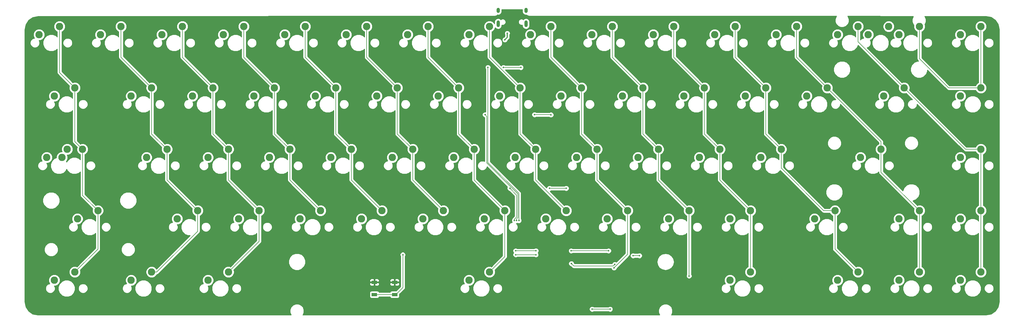
<source format=gtl>
G04 #@! TF.FileFunction,Copper,L1,Top,Signal*
%FSLAX46Y46*%
G04 Gerber Fmt 4.6, Leading zero omitted, Abs format (unit mm)*
G04 Created by KiCad (PCBNEW 4.0.7) date 02/25/19 20:16:43*
%MOMM*%
%LPD*%
G01*
G04 APERTURE LIST*
%ADD10C,0.100000*%
%ADD11C,2.286000*%
%ADD12R,1.700000X1.000000*%
%ADD13O,1.000000X1.600000*%
%ADD14O,1.000000X2.100000*%
%ADD15C,0.500000*%
%ADD16C,0.300000*%
%ADD17C,0.200000*%
%ADD18C,0.150000*%
%ADD19C,0.254000*%
G04 APERTURE END LIST*
D10*
D11*
X378777500Y-99695000D03*
X372427500Y-102235000D03*
X221615000Y-137795000D03*
X215265000Y-140335000D03*
X145415000Y-175895000D03*
X139065000Y-178435000D03*
X378777500Y-137795000D03*
X372427500Y-140335000D03*
X140652500Y-118745000D03*
X134302500Y-121285000D03*
X274002500Y-118745000D03*
X267652500Y-121285000D03*
X131127500Y-99695000D03*
X124777500Y-102235000D03*
X93027500Y-99695000D03*
X86677500Y-102235000D03*
X112077500Y-99695000D03*
X105727500Y-102235000D03*
X150177500Y-99695000D03*
X143827500Y-102235000D03*
X169227500Y-99695000D03*
X162877500Y-102235000D03*
X188277500Y-99695000D03*
X181927500Y-102235000D03*
X207327500Y-99695000D03*
X200977500Y-102235000D03*
X226377500Y-99695000D03*
X220027500Y-102235000D03*
X245427500Y-99695000D03*
X239077500Y-102235000D03*
X264477500Y-99695000D03*
X258127500Y-102235000D03*
X283527500Y-99695000D03*
X277177500Y-102235000D03*
X302577500Y-99695000D03*
X296227500Y-102235000D03*
X321627500Y-99695000D03*
X315277500Y-102235000D03*
X350202500Y-99695000D03*
X343852500Y-102235000D03*
X340677500Y-99695000D03*
X334327500Y-102235000D03*
X359727500Y-99695000D03*
X353377500Y-102235000D03*
X97790000Y-118745000D03*
X91440000Y-121285000D03*
X121602500Y-118745000D03*
X115252500Y-121285000D03*
X159702500Y-118745000D03*
X153352500Y-121285000D03*
X178752500Y-118745000D03*
X172402500Y-121285000D03*
X197802500Y-118745000D03*
X191452500Y-121285000D03*
X216852500Y-118745000D03*
X210502500Y-121285000D03*
X235902500Y-118745000D03*
X229552500Y-121285000D03*
X254952500Y-118745000D03*
X248602500Y-121285000D03*
X293052500Y-118745000D03*
X286702500Y-121285000D03*
X312102500Y-118745000D03*
X305752500Y-121285000D03*
X100171250Y-137795000D03*
X93821250Y-140335000D03*
X95408750Y-137795000D03*
X89058750Y-140335000D03*
X126365000Y-137795000D03*
X120015000Y-140335000D03*
X145415000Y-137795000D03*
X139065000Y-140335000D03*
X164465000Y-137795000D03*
X158115000Y-140335000D03*
X183515000Y-137795000D03*
X177165000Y-140335000D03*
X202565000Y-137795000D03*
X196215000Y-140335000D03*
X240665000Y-137795000D03*
X234315000Y-140335000D03*
X259715000Y-137795000D03*
X253365000Y-140335000D03*
X278765000Y-137795000D03*
X272415000Y-140335000D03*
X297815000Y-137795000D03*
X291465000Y-140335000D03*
X316865000Y-137795000D03*
X310515000Y-140335000D03*
X347821250Y-137795000D03*
X341471250Y-140335000D03*
X135890000Y-156845000D03*
X129540000Y-159385000D03*
X154940000Y-156845000D03*
X148590000Y-159385000D03*
X173990000Y-156845000D03*
X167640000Y-159385000D03*
X193040000Y-156845000D03*
X186690000Y-159385000D03*
X212090000Y-156845000D03*
X205740000Y-159385000D03*
X231140000Y-156845000D03*
X224790000Y-159385000D03*
X250190000Y-156845000D03*
X243840000Y-159385000D03*
X269240000Y-156845000D03*
X262890000Y-159385000D03*
X288290000Y-156845000D03*
X281940000Y-159385000D03*
X307340000Y-156845000D03*
X300990000Y-159385000D03*
X333533750Y-156845000D03*
X327183750Y-159385000D03*
X359727500Y-156845000D03*
X353377500Y-159385000D03*
X340677500Y-175895000D03*
X334327500Y-178435000D03*
X359727500Y-175895000D03*
X353377500Y-178435000D03*
X378777500Y-175895000D03*
X372427500Y-178435000D03*
D12*
X190687500Y-179075000D03*
X196987500Y-179075000D03*
X190687500Y-182875000D03*
X196987500Y-182875000D03*
D11*
X378777500Y-118745000D03*
X372427500Y-121285000D03*
X331152500Y-118745000D03*
X324802500Y-121285000D03*
X354965000Y-118745000D03*
X348615000Y-121285000D03*
X378777500Y-156845000D03*
X372427500Y-159385000D03*
X97790000Y-175895000D03*
X91440000Y-178435000D03*
X121602500Y-175895000D03*
X115252500Y-178435000D03*
X307340000Y-175895000D03*
X300990000Y-178435000D03*
X226377500Y-175895000D03*
X220027500Y-178435000D03*
X104933750Y-156845000D03*
X98583750Y-159385000D03*
D13*
X237720000Y-94655000D03*
X229080000Y-94655000D03*
D14*
X237720000Y-98835000D03*
X229080000Y-98835000D03*
D15*
X258450000Y-158900000D03*
X256600000Y-158900000D03*
X229700000Y-101900000D03*
X231150000Y-106000000D03*
X232350000Y-106000000D03*
X234300000Y-106000000D03*
X261406250Y-185606250D03*
X253606250Y-180937500D03*
X275206250Y-177806250D03*
X269206250Y-181606250D03*
X255406250Y-168006250D03*
X265006250Y-174606250D03*
X288306250Y-177106250D03*
X272906250Y-170806250D03*
X270906250Y-170806250D03*
X199506250Y-170506250D03*
X234506250Y-170506250D03*
X240756250Y-170506250D03*
X251756250Y-173256250D03*
X265256250Y-173506250D03*
X225906250Y-112400000D03*
X230725000Y-112393750D03*
X236125000Y-112393750D03*
X235506250Y-159906250D03*
X245450000Y-127100000D03*
X240350000Y-127050000D03*
X225000000Y-127056250D03*
X234800000Y-159900000D03*
X250200000Y-149900000D03*
X245000000Y-149900000D03*
X232698952Y-149901048D03*
X234100000Y-159900000D03*
X251706250Y-169306250D03*
X263306250Y-169306250D03*
X234500000Y-169306250D03*
X240800000Y-169300000D03*
X263806250Y-187406250D03*
X258206250Y-187406250D03*
X231150000Y-103800000D03*
X231900000Y-101800000D03*
D16*
X256600000Y-158900000D02*
X258450000Y-158900000D01*
X232350000Y-106000000D02*
X231150000Y-106000000D01*
X234300000Y-106000000D02*
X232350000Y-106000000D01*
D17*
X93027500Y-99695000D02*
X93027500Y-113982500D01*
X93027500Y-113982500D02*
X97790000Y-118745000D01*
X97790000Y-118745000D02*
X97790000Y-135413750D01*
X97790000Y-135413750D02*
X100171250Y-137795000D01*
X104933750Y-156845000D02*
X104933750Y-168751250D01*
X104933750Y-168751250D02*
X97790000Y-175895000D01*
X100171250Y-137795000D02*
X100171250Y-152082500D01*
X100171250Y-152082500D02*
X104933750Y-156845000D01*
X121602500Y-175895000D02*
X123218946Y-175895000D01*
X123218946Y-175895000D02*
X135890000Y-163223946D01*
X135890000Y-163223946D02*
X135890000Y-158461446D01*
X135890000Y-158461446D02*
X135890000Y-156845000D01*
X126365000Y-137795000D02*
X126365000Y-147320000D01*
X126365000Y-147320000D02*
X135890000Y-156845000D01*
X121602500Y-118745000D02*
X121602500Y-133032500D01*
X121602500Y-133032500D02*
X126365000Y-137795000D01*
X112077500Y-99695000D02*
X112077500Y-109220000D01*
X112077500Y-109220000D02*
X121602500Y-118745000D01*
X145415000Y-175895000D02*
X154940000Y-166370000D01*
X154940000Y-166370000D02*
X154940000Y-156845000D01*
X145415000Y-137795000D02*
X145415000Y-147320000D01*
X145415000Y-147320000D02*
X154940000Y-156845000D01*
X140652500Y-118745000D02*
X140652500Y-133032500D01*
X140652500Y-133032500D02*
X145415000Y-137795000D01*
X131127500Y-99695000D02*
X131127500Y-109220000D01*
X131127500Y-109220000D02*
X140652500Y-118745000D01*
X164465000Y-137795000D02*
X164465000Y-147320000D01*
X164465000Y-147320000D02*
X173990000Y-156845000D01*
X159702500Y-118745000D02*
X159702500Y-133032500D01*
X159702500Y-133032500D02*
X164465000Y-137795000D01*
X150177500Y-99695000D02*
X150177500Y-109220000D01*
X150177500Y-109220000D02*
X159702500Y-118745000D01*
X183515000Y-137795000D02*
X183515000Y-147320000D01*
X183515000Y-147320000D02*
X193040000Y-156845000D01*
X178752500Y-118745000D02*
X178752500Y-133032500D01*
X178752500Y-133032500D02*
X183515000Y-137795000D01*
X169227500Y-99695000D02*
X169227500Y-109220000D01*
X169227500Y-109220000D02*
X178752500Y-118745000D01*
X231140000Y-156845000D02*
X231140000Y-171132500D01*
X231140000Y-171132500D02*
X226377500Y-175895000D01*
X221615000Y-137795000D02*
X221615000Y-147320000D01*
X221615000Y-147320000D02*
X231140000Y-156845000D01*
X216852500Y-118745000D02*
X216852500Y-133032500D01*
X216852500Y-133032500D02*
X221615000Y-137795000D01*
X207327500Y-99695000D02*
X207327500Y-109220000D01*
X207327500Y-109220000D02*
X216852500Y-118745000D01*
X240665000Y-137795000D02*
X240665000Y-147320000D01*
X240665000Y-147320000D02*
X250190000Y-156845000D01*
X235902500Y-118745000D02*
X235902500Y-133032500D01*
X235902500Y-133032500D02*
X240665000Y-137795000D01*
X226377500Y-99695000D02*
X226377500Y-109220000D01*
X226377500Y-109220000D02*
X235902500Y-118745000D01*
X269240000Y-156845000D02*
X269240000Y-170372500D01*
X269240000Y-170372500D02*
X265006250Y-174606250D01*
X259715000Y-137795000D02*
X259715000Y-147320000D01*
X259715000Y-147320000D02*
X269240000Y-156845000D01*
X254952500Y-118745000D02*
X254952500Y-133032500D01*
X254952500Y-133032500D02*
X259715000Y-137795000D01*
X245427500Y-99695000D02*
X245427500Y-109220000D01*
X245427500Y-109220000D02*
X254952500Y-118745000D01*
X288290000Y-156845000D02*
X288290000Y-177090000D01*
X288290000Y-177090000D02*
X288306250Y-177106250D01*
X278765000Y-137795000D02*
X278765000Y-147320000D01*
X278765000Y-147320000D02*
X288290000Y-156845000D01*
X274002500Y-118745000D02*
X274002500Y-133032500D01*
X274002500Y-133032500D02*
X278765000Y-137795000D01*
X264477500Y-99695000D02*
X264477500Y-109220000D01*
X264477500Y-109220000D02*
X274002500Y-118745000D01*
X307340000Y-156845000D02*
X307340000Y-175895000D01*
X297815000Y-137795000D02*
X297815000Y-147320000D01*
X297815000Y-147320000D02*
X307340000Y-156845000D01*
X293052500Y-118745000D02*
X293052500Y-133032500D01*
X293052500Y-133032500D02*
X297815000Y-137795000D01*
X283527500Y-99695000D02*
X283527500Y-109220000D01*
X283527500Y-109220000D02*
X293052500Y-118745000D01*
X333533750Y-156845000D02*
X333533750Y-168751250D01*
X333533750Y-168751250D02*
X340677500Y-175895000D01*
X316865000Y-137795000D02*
X316865000Y-143655974D01*
X316865000Y-143655974D02*
X330054026Y-156845000D01*
X330054026Y-156845000D02*
X331917304Y-156845000D01*
X331917304Y-156845000D02*
X333533750Y-156845000D01*
X312102500Y-118745000D02*
X312102500Y-133032500D01*
X312102500Y-133032500D02*
X316865000Y-137795000D01*
X302577500Y-99695000D02*
X302577500Y-109220000D01*
X302577500Y-109220000D02*
X312102500Y-118745000D01*
X359727500Y-156845000D02*
X359727500Y-175895000D01*
X347821250Y-137795000D02*
X347821250Y-144938750D01*
X347821250Y-144938750D02*
X359727500Y-156845000D01*
X331152500Y-118745000D02*
X347821250Y-135413750D01*
X347821250Y-135413750D02*
X347821250Y-137795000D01*
X321627500Y-99695000D02*
X321627500Y-109220000D01*
X321627500Y-109220000D02*
X331152500Y-118745000D01*
X378777500Y-156845000D02*
X378777500Y-175895000D01*
X378777500Y-137795000D02*
X378777500Y-156845000D01*
X354965000Y-118745000D02*
X374015000Y-137795000D01*
X374015000Y-137795000D02*
X378777500Y-137795000D01*
X340677500Y-99695000D02*
X340677500Y-104457500D01*
X340677500Y-104457500D02*
X354965000Y-118745000D01*
X378777500Y-99695000D02*
X378777500Y-101311446D01*
X378777500Y-101311446D02*
X378777500Y-118745000D01*
X270906250Y-170806250D02*
X272906250Y-170806250D01*
X368776250Y-118745000D02*
X359727500Y-109696250D01*
X359727500Y-109696250D02*
X359727500Y-99695000D01*
X378777500Y-118745000D02*
X368776250Y-118745000D01*
D18*
X188277500Y-99695000D02*
X188277500Y-109220000D01*
X188277500Y-109220000D02*
X197802500Y-118745000D01*
D17*
X202565000Y-137795000D02*
X202565000Y-147320000D01*
X202565000Y-147320000D02*
X212090000Y-156845000D01*
X197802500Y-118745000D02*
X197802500Y-133032500D01*
X197802500Y-133032500D02*
X202565000Y-137795000D01*
X196987500Y-182875000D02*
X190687500Y-182875000D01*
X199506250Y-170506250D02*
X199506250Y-180706250D01*
X197337500Y-182875000D02*
X196987500Y-182875000D01*
X199506250Y-180706250D02*
X197337500Y-182875000D01*
X240756250Y-170506250D02*
X234506250Y-170506250D01*
X264756250Y-174006250D02*
X252506250Y-174006250D01*
X252506250Y-174006250D02*
X251756250Y-173256250D01*
X265256250Y-173506250D02*
X264756250Y-174006250D01*
X230725000Y-112393750D02*
X236125000Y-112393750D01*
X225906250Y-141906250D02*
X225906250Y-112400000D01*
X235506250Y-151506250D02*
X225906250Y-141906250D01*
X225906250Y-112400000D02*
X225900000Y-112393750D01*
X235506250Y-159906250D02*
X235506250Y-151506250D01*
X240350000Y-127050000D02*
X245400000Y-127050000D01*
X245400000Y-127050000D02*
X245450000Y-127100000D01*
X225556240Y-142051228D02*
X225556240Y-127612490D01*
X225556240Y-127612490D02*
X225000000Y-127056250D01*
X235156240Y-151651228D02*
X225556240Y-142051228D01*
X234800000Y-159900000D02*
X234800000Y-159341435D01*
X234800000Y-159341435D02*
X235156240Y-158985195D01*
X235156240Y-158985195D02*
X235156240Y-151651228D01*
X245000000Y-149900000D02*
X250200000Y-149900000D01*
X234100000Y-159900000D02*
X234100000Y-159546447D01*
X234100000Y-159546447D02*
X234806230Y-158840217D01*
X234806230Y-158840217D02*
X234806230Y-152008326D01*
X234806230Y-152008326D02*
X232698952Y-149901048D01*
X251706250Y-169306250D02*
X263306250Y-169306250D01*
X234506250Y-169300000D02*
X234500000Y-169306250D01*
X240800000Y-169300000D02*
X234506250Y-169300000D01*
X258206250Y-187406250D02*
X263806250Y-187406250D01*
D16*
X231900000Y-101800000D02*
X231900000Y-103050000D01*
X231900000Y-103050000D02*
X231150000Y-103800000D01*
D19*
G36*
X236585000Y-94983113D02*
X236671397Y-95417459D01*
X236917434Y-95785679D01*
X237285654Y-96031716D01*
X237720000Y-96118113D01*
X237891996Y-96083901D01*
X238008239Y-96200145D01*
X238170450Y-96308532D01*
X238170453Y-96308533D01*
X238170454Y-96308534D01*
X238426395Y-96414548D01*
X238617737Y-96452608D01*
X238687550Y-96452608D01*
X238756015Y-96466250D01*
X333963016Y-96497786D01*
X333895256Y-96565428D01*
X333565876Y-97358664D01*
X333565126Y-98217567D01*
X333893122Y-99011377D01*
X334499928Y-99619244D01*
X335293164Y-99948624D01*
X336152067Y-99949374D01*
X336945877Y-99621378D01*
X337553744Y-99014572D01*
X337883124Y-98221336D01*
X337883874Y-97362433D01*
X337555878Y-96568623D01*
X337486330Y-96498953D01*
X357831096Y-96505692D01*
X357771256Y-96565428D01*
X357441876Y-97358664D01*
X357441126Y-98217567D01*
X357769122Y-99011377D01*
X357993035Y-99235682D01*
X357949809Y-99339782D01*
X357949192Y-100047114D01*
X358219306Y-100700840D01*
X358719029Y-101201436D01*
X358992500Y-101314991D01*
X358992500Y-102862079D01*
X358678596Y-102547627D01*
X357712715Y-102146558D01*
X356666874Y-102145645D01*
X355700293Y-102545028D01*
X354960127Y-103283904D01*
X354559058Y-104249785D01*
X354558145Y-105295626D01*
X354957528Y-106262207D01*
X355696404Y-107002373D01*
X356662285Y-107403442D01*
X357708126Y-107404355D01*
X358674707Y-107004972D01*
X358992500Y-106687733D01*
X358992500Y-109696250D01*
X359028246Y-109875954D01*
X359048449Y-109977522D01*
X359207777Y-110215973D01*
X359392722Y-110400918D01*
X359079874Y-110400645D01*
X358113293Y-110800028D01*
X357373127Y-111538904D01*
X356972058Y-112504785D01*
X356971145Y-113550626D01*
X357370528Y-114517207D01*
X358109404Y-115257373D01*
X359075285Y-115658442D01*
X360121126Y-115659355D01*
X361087707Y-115259972D01*
X361827873Y-114521096D01*
X362228942Y-113555215D01*
X362229219Y-113237416D01*
X368256527Y-119264724D01*
X368460411Y-119400954D01*
X368494978Y-119424051D01*
X368776250Y-119480000D01*
X377157397Y-119480000D01*
X377269306Y-119750840D01*
X377769029Y-120251436D01*
X378422282Y-120522691D01*
X379129614Y-120523308D01*
X379783340Y-120253194D01*
X380283936Y-119753471D01*
X380555191Y-119100218D01*
X380555808Y-118392886D01*
X380285694Y-117739160D01*
X379785971Y-117238564D01*
X379512500Y-117125009D01*
X379512500Y-105069267D01*
X379831342Y-105069267D01*
X380057080Y-105615595D01*
X380474706Y-106033951D01*
X381020639Y-106260642D01*
X381611767Y-106261158D01*
X382158095Y-106035420D01*
X382576451Y-105617794D01*
X382803142Y-105071861D01*
X382803658Y-104480733D01*
X382577920Y-103934405D01*
X382160294Y-103516049D01*
X381614361Y-103289358D01*
X381023233Y-103288842D01*
X380476905Y-103514580D01*
X380058549Y-103932206D01*
X379831858Y-104478139D01*
X379831342Y-105069267D01*
X379512500Y-105069267D01*
X379512500Y-101315103D01*
X379783340Y-101203194D01*
X380283936Y-100703471D01*
X380555191Y-100050218D01*
X380555808Y-99342886D01*
X380285694Y-98689160D01*
X379785971Y-98188564D01*
X379132718Y-97917309D01*
X378425386Y-97916692D01*
X377771660Y-98186806D01*
X377271064Y-98686529D01*
X376999809Y-99339782D01*
X376999192Y-100047114D01*
X377269306Y-100700840D01*
X377769029Y-101201436D01*
X378042500Y-101314991D01*
X378042500Y-102862079D01*
X377728596Y-102547627D01*
X376762715Y-102146558D01*
X375716874Y-102145645D01*
X374750293Y-102545028D01*
X374010127Y-103283904D01*
X373609058Y-104249785D01*
X373608145Y-105295626D01*
X374007528Y-106262207D01*
X374746404Y-107002373D01*
X375712285Y-107403442D01*
X376758126Y-107404355D01*
X377724707Y-107004972D01*
X378042500Y-106687733D01*
X378042500Y-117124897D01*
X377771660Y-117236806D01*
X377271064Y-117736529D01*
X377157509Y-118010000D01*
X369080697Y-118010000D01*
X360462500Y-109391804D01*
X360462500Y-105069267D01*
X360781342Y-105069267D01*
X361007080Y-105615595D01*
X361424706Y-106033951D01*
X361970639Y-106260642D01*
X362561767Y-106261158D01*
X363108095Y-106035420D01*
X363526451Y-105617794D01*
X363753142Y-105071861D01*
X363753144Y-105069267D01*
X369671342Y-105069267D01*
X369897080Y-105615595D01*
X370314706Y-106033951D01*
X370860639Y-106260642D01*
X371451767Y-106261158D01*
X371998095Y-106035420D01*
X372416451Y-105617794D01*
X372643142Y-105071861D01*
X372643658Y-104480733D01*
X372450403Y-104013021D01*
X372779614Y-104013308D01*
X373433340Y-103743194D01*
X373933936Y-103243471D01*
X374205191Y-102590218D01*
X374205808Y-101882886D01*
X373935694Y-101229160D01*
X373435971Y-100728564D01*
X372782718Y-100457309D01*
X372075386Y-100456692D01*
X371421660Y-100726806D01*
X370921064Y-101226529D01*
X370649809Y-101879782D01*
X370649192Y-102587114D01*
X370919306Y-103240840D01*
X370967315Y-103288933D01*
X370863233Y-103288842D01*
X370316905Y-103514580D01*
X369898549Y-103932206D01*
X369671858Y-104478139D01*
X369671342Y-105069267D01*
X363753144Y-105069267D01*
X363753658Y-104480733D01*
X363527920Y-103934405D01*
X363110294Y-103516049D01*
X362564361Y-103289358D01*
X361973233Y-103288842D01*
X361426905Y-103514580D01*
X361008549Y-103932206D01*
X360781858Y-104478139D01*
X360781342Y-105069267D01*
X360462500Y-105069267D01*
X360462500Y-101315103D01*
X360733340Y-101203194D01*
X361233936Y-100703471D01*
X361505191Y-100050218D01*
X361505808Y-99342886D01*
X361387554Y-99056689D01*
X361429744Y-99014572D01*
X361759124Y-98221336D01*
X361759874Y-97362433D01*
X361431878Y-96568623D01*
X361370227Y-96506864D01*
X380332071Y-96513145D01*
X381947208Y-96834416D01*
X383257420Y-97709871D01*
X384132875Y-99020083D01*
X384453922Y-100634092D01*
X384456862Y-185075664D01*
X384136177Y-186687850D01*
X383260722Y-187998062D01*
X381950510Y-188873517D01*
X380336680Y-189194528D01*
X282806771Y-189194528D01*
X282816744Y-189184572D01*
X283146124Y-188391336D01*
X283146874Y-187532433D01*
X282818878Y-186738623D01*
X282212072Y-186130756D01*
X281418836Y-185801376D01*
X280559933Y-185800626D01*
X279766123Y-186128622D01*
X279158256Y-186735428D01*
X278828876Y-187528664D01*
X278828126Y-188387567D01*
X279156122Y-189181377D01*
X279169250Y-189194528D01*
X168506771Y-189194528D01*
X168516744Y-189184572D01*
X168846124Y-188391336D01*
X168846831Y-187581515D01*
X257321097Y-187581515D01*
X257455546Y-187906907D01*
X257704283Y-188156079D01*
X258029440Y-188291096D01*
X258381515Y-188291403D01*
X258706907Y-188156954D01*
X258722638Y-188141250D01*
X263289480Y-188141250D01*
X263304283Y-188156079D01*
X263629440Y-188291096D01*
X263981515Y-188291403D01*
X264306907Y-188156954D01*
X264556079Y-187908217D01*
X264691096Y-187583060D01*
X264691403Y-187230985D01*
X264556954Y-186905593D01*
X264308217Y-186656421D01*
X263983060Y-186521404D01*
X263630985Y-186521097D01*
X263305593Y-186655546D01*
X263289862Y-186671250D01*
X258723020Y-186671250D01*
X258708217Y-186656421D01*
X258383060Y-186521404D01*
X258030985Y-186521097D01*
X257705593Y-186655546D01*
X257456421Y-186904283D01*
X257321404Y-187229440D01*
X257321097Y-187581515D01*
X168846831Y-187581515D01*
X168846874Y-187532433D01*
X168518878Y-186738623D01*
X167912072Y-186130756D01*
X167118836Y-185801376D01*
X166259933Y-185800626D01*
X165466123Y-186128622D01*
X164858256Y-186735428D01*
X164528876Y-187528664D01*
X164528126Y-188387567D01*
X164856122Y-189181377D01*
X164869250Y-189194528D01*
X86388708Y-189194528D01*
X84774882Y-188873517D01*
X83464670Y-187998062D01*
X82589215Y-186687850D01*
X82267744Y-185071707D01*
X82267744Y-181269267D01*
X88683842Y-181269267D01*
X88909580Y-181815595D01*
X89327206Y-182233951D01*
X89873139Y-182460642D01*
X90464267Y-182461158D01*
X91010595Y-182235420D01*
X91428951Y-181817794D01*
X91562726Y-181495626D01*
X92620645Y-181495626D01*
X93020028Y-182462207D01*
X93758904Y-183202373D01*
X94724785Y-183603442D01*
X95770626Y-183604355D01*
X96737207Y-183204972D01*
X97477373Y-182466096D01*
X97878442Y-181500215D01*
X97878643Y-181269267D01*
X98843842Y-181269267D01*
X99069580Y-181815595D01*
X99487206Y-182233951D01*
X100033139Y-182460642D01*
X100624267Y-182461158D01*
X101170595Y-182235420D01*
X101588951Y-181817794D01*
X101815642Y-181271861D01*
X101815644Y-181269267D01*
X112496342Y-181269267D01*
X112722080Y-181815595D01*
X113139706Y-182233951D01*
X113685639Y-182460642D01*
X114276767Y-182461158D01*
X114823095Y-182235420D01*
X115241451Y-181817794D01*
X115375226Y-181495626D01*
X116433145Y-181495626D01*
X116832528Y-182462207D01*
X117571404Y-183202373D01*
X118537285Y-183603442D01*
X119583126Y-183604355D01*
X120549707Y-183204972D01*
X121289873Y-182466096D01*
X121690942Y-181500215D01*
X121691143Y-181269267D01*
X122656342Y-181269267D01*
X122882080Y-181815595D01*
X123299706Y-182233951D01*
X123845639Y-182460642D01*
X124436767Y-182461158D01*
X124983095Y-182235420D01*
X125401451Y-181817794D01*
X125628142Y-181271861D01*
X125628144Y-181269267D01*
X136308842Y-181269267D01*
X136534580Y-181815595D01*
X136952206Y-182233951D01*
X137498139Y-182460642D01*
X138089267Y-182461158D01*
X138635595Y-182235420D01*
X139053951Y-181817794D01*
X139187726Y-181495626D01*
X140245645Y-181495626D01*
X140645028Y-182462207D01*
X141383904Y-183202373D01*
X142349785Y-183603442D01*
X143395626Y-183604355D01*
X144362207Y-183204972D01*
X145102373Y-182466096D01*
X145503442Y-181500215D01*
X145503643Y-181269267D01*
X146468842Y-181269267D01*
X146694580Y-181815595D01*
X147112206Y-182233951D01*
X147658139Y-182460642D01*
X148249267Y-182461158D01*
X148457785Y-182375000D01*
X189190060Y-182375000D01*
X189190060Y-183375000D01*
X189234338Y-183610317D01*
X189373410Y-183826441D01*
X189585610Y-183971431D01*
X189837500Y-184022440D01*
X191537500Y-184022440D01*
X191772817Y-183978162D01*
X191988941Y-183839090D01*
X192133931Y-183626890D01*
X192137351Y-183610000D01*
X195534278Y-183610000D01*
X195534338Y-183610317D01*
X195673410Y-183826441D01*
X195885610Y-183971431D01*
X196137500Y-184022440D01*
X197837500Y-184022440D01*
X198072817Y-183978162D01*
X198288941Y-183839090D01*
X198433931Y-183626890D01*
X198484940Y-183375000D01*
X198484940Y-182767006D01*
X199982679Y-181269267D01*
X217271342Y-181269267D01*
X217497080Y-181815595D01*
X217914706Y-182233951D01*
X218460639Y-182460642D01*
X219051767Y-182461158D01*
X219598095Y-182235420D01*
X220016451Y-181817794D01*
X220150226Y-181495626D01*
X221208145Y-181495626D01*
X221607528Y-182462207D01*
X222346404Y-183202373D01*
X223312285Y-183603442D01*
X224358126Y-183604355D01*
X225324707Y-183204972D01*
X226064873Y-182466096D01*
X226465942Y-181500215D01*
X226466143Y-181269267D01*
X227431342Y-181269267D01*
X227657080Y-181815595D01*
X228074706Y-182233951D01*
X228620639Y-182460642D01*
X229211767Y-182461158D01*
X229758095Y-182235420D01*
X230176451Y-181817794D01*
X230403142Y-181271861D01*
X230403144Y-181269267D01*
X298233842Y-181269267D01*
X298459580Y-181815595D01*
X298877206Y-182233951D01*
X299423139Y-182460642D01*
X300014267Y-182461158D01*
X300560595Y-182235420D01*
X300978951Y-181817794D01*
X301112726Y-181495626D01*
X302170645Y-181495626D01*
X302570028Y-182462207D01*
X303308904Y-183202373D01*
X304274785Y-183603442D01*
X305320626Y-183604355D01*
X306287207Y-183204972D01*
X307027373Y-182466096D01*
X307428442Y-181500215D01*
X307428643Y-181269267D01*
X308393842Y-181269267D01*
X308619580Y-181815595D01*
X309037206Y-182233951D01*
X309583139Y-182460642D01*
X310174267Y-182461158D01*
X310720595Y-182235420D01*
X311138951Y-181817794D01*
X311365642Y-181271861D01*
X311365644Y-181269267D01*
X331571342Y-181269267D01*
X331797080Y-181815595D01*
X332214706Y-182233951D01*
X332760639Y-182460642D01*
X333351767Y-182461158D01*
X333898095Y-182235420D01*
X334316451Y-181817794D01*
X334450226Y-181495626D01*
X335508145Y-181495626D01*
X335907528Y-182462207D01*
X336646404Y-183202373D01*
X337612285Y-183603442D01*
X338658126Y-183604355D01*
X339624707Y-183204972D01*
X340364873Y-182466096D01*
X340765942Y-181500215D01*
X340766143Y-181269267D01*
X341731342Y-181269267D01*
X341957080Y-181815595D01*
X342374706Y-182233951D01*
X342920639Y-182460642D01*
X343511767Y-182461158D01*
X344058095Y-182235420D01*
X344476451Y-181817794D01*
X344703142Y-181271861D01*
X344703144Y-181269267D01*
X350621342Y-181269267D01*
X350847080Y-181815595D01*
X351264706Y-182233951D01*
X351810639Y-182460642D01*
X352401767Y-182461158D01*
X352948095Y-182235420D01*
X353366451Y-181817794D01*
X353500226Y-181495626D01*
X354558145Y-181495626D01*
X354957528Y-182462207D01*
X355696404Y-183202373D01*
X356662285Y-183603442D01*
X357708126Y-183604355D01*
X358674707Y-183204972D01*
X359414873Y-182466096D01*
X359815942Y-181500215D01*
X359816143Y-181269267D01*
X360781342Y-181269267D01*
X361007080Y-181815595D01*
X361424706Y-182233951D01*
X361970639Y-182460642D01*
X362561767Y-182461158D01*
X363108095Y-182235420D01*
X363526451Y-181817794D01*
X363753142Y-181271861D01*
X363753144Y-181269267D01*
X369671342Y-181269267D01*
X369897080Y-181815595D01*
X370314706Y-182233951D01*
X370860639Y-182460642D01*
X371451767Y-182461158D01*
X371998095Y-182235420D01*
X372416451Y-181817794D01*
X372550226Y-181495626D01*
X373608145Y-181495626D01*
X374007528Y-182462207D01*
X374746404Y-183202373D01*
X375712285Y-183603442D01*
X376758126Y-183604355D01*
X377724707Y-183204972D01*
X378464873Y-182466096D01*
X378865942Y-181500215D01*
X378866143Y-181269267D01*
X379831342Y-181269267D01*
X380057080Y-181815595D01*
X380474706Y-182233951D01*
X381020639Y-182460642D01*
X381611767Y-182461158D01*
X382158095Y-182235420D01*
X382576451Y-181817794D01*
X382803142Y-181271861D01*
X382803658Y-180680733D01*
X382577920Y-180134405D01*
X382160294Y-179716049D01*
X381614361Y-179489358D01*
X381023233Y-179488842D01*
X380476905Y-179714580D01*
X380058549Y-180132206D01*
X379831858Y-180678139D01*
X379831342Y-181269267D01*
X378866143Y-181269267D01*
X378866855Y-180454374D01*
X378467472Y-179487793D01*
X377728596Y-178747627D01*
X376762715Y-178346558D01*
X375716874Y-178345645D01*
X374750293Y-178745028D01*
X374010127Y-179483904D01*
X373609058Y-180449785D01*
X373608145Y-181495626D01*
X372550226Y-181495626D01*
X372643142Y-181271861D01*
X372643658Y-180680733D01*
X372450403Y-180213021D01*
X372779614Y-180213308D01*
X373433340Y-179943194D01*
X373933936Y-179443471D01*
X374205191Y-178790218D01*
X374205808Y-178082886D01*
X373935694Y-177429160D01*
X373435971Y-176928564D01*
X372782718Y-176657309D01*
X372075386Y-176656692D01*
X371421660Y-176926806D01*
X370921064Y-177426529D01*
X370649809Y-178079782D01*
X370649192Y-178787114D01*
X370919306Y-179440840D01*
X370967315Y-179488933D01*
X370863233Y-179488842D01*
X370316905Y-179714580D01*
X369898549Y-180132206D01*
X369671858Y-180678139D01*
X369671342Y-181269267D01*
X363753144Y-181269267D01*
X363753658Y-180680733D01*
X363527920Y-180134405D01*
X363110294Y-179716049D01*
X362564361Y-179489358D01*
X361973233Y-179488842D01*
X361426905Y-179714580D01*
X361008549Y-180132206D01*
X360781858Y-180678139D01*
X360781342Y-181269267D01*
X359816143Y-181269267D01*
X359816855Y-180454374D01*
X359417472Y-179487793D01*
X358678596Y-178747627D01*
X357712715Y-178346558D01*
X356666874Y-178345645D01*
X355700293Y-178745028D01*
X354960127Y-179483904D01*
X354559058Y-180449785D01*
X354558145Y-181495626D01*
X353500226Y-181495626D01*
X353593142Y-181271861D01*
X353593658Y-180680733D01*
X353400403Y-180213021D01*
X353729614Y-180213308D01*
X354383340Y-179943194D01*
X354883936Y-179443471D01*
X355155191Y-178790218D01*
X355155808Y-178082886D01*
X354885694Y-177429160D01*
X354385971Y-176928564D01*
X353732718Y-176657309D01*
X353025386Y-176656692D01*
X352371660Y-176926806D01*
X351871064Y-177426529D01*
X351599809Y-178079782D01*
X351599192Y-178787114D01*
X351869306Y-179440840D01*
X351917315Y-179488933D01*
X351813233Y-179488842D01*
X351266905Y-179714580D01*
X350848549Y-180132206D01*
X350621858Y-180678139D01*
X350621342Y-181269267D01*
X344703144Y-181269267D01*
X344703658Y-180680733D01*
X344477920Y-180134405D01*
X344060294Y-179716049D01*
X343514361Y-179489358D01*
X342923233Y-179488842D01*
X342376905Y-179714580D01*
X341958549Y-180132206D01*
X341731858Y-180678139D01*
X341731342Y-181269267D01*
X340766143Y-181269267D01*
X340766855Y-180454374D01*
X340367472Y-179487793D01*
X339628596Y-178747627D01*
X338662715Y-178346558D01*
X337616874Y-178345645D01*
X336650293Y-178745028D01*
X335910127Y-179483904D01*
X335509058Y-180449785D01*
X335508145Y-181495626D01*
X334450226Y-181495626D01*
X334543142Y-181271861D01*
X334543658Y-180680733D01*
X334350403Y-180213021D01*
X334679614Y-180213308D01*
X335333340Y-179943194D01*
X335833936Y-179443471D01*
X336105191Y-178790218D01*
X336105808Y-178082886D01*
X335835694Y-177429160D01*
X335335971Y-176928564D01*
X334682718Y-176657309D01*
X333975386Y-176656692D01*
X333321660Y-176926806D01*
X332821064Y-177426529D01*
X332549809Y-178079782D01*
X332549192Y-178787114D01*
X332819306Y-179440840D01*
X332867315Y-179488933D01*
X332763233Y-179488842D01*
X332216905Y-179714580D01*
X331798549Y-180132206D01*
X331571858Y-180678139D01*
X331571342Y-181269267D01*
X311365644Y-181269267D01*
X311366158Y-180680733D01*
X311140420Y-180134405D01*
X310722794Y-179716049D01*
X310176861Y-179489358D01*
X309585733Y-179488842D01*
X309039405Y-179714580D01*
X308621049Y-180132206D01*
X308394358Y-180678139D01*
X308393842Y-181269267D01*
X307428643Y-181269267D01*
X307429355Y-180454374D01*
X307029972Y-179487793D01*
X306291096Y-178747627D01*
X305325215Y-178346558D01*
X304279374Y-178345645D01*
X303312793Y-178745028D01*
X302572627Y-179483904D01*
X302171558Y-180449785D01*
X302170645Y-181495626D01*
X301112726Y-181495626D01*
X301205642Y-181271861D01*
X301206158Y-180680733D01*
X301012903Y-180213021D01*
X301342114Y-180213308D01*
X301995840Y-179943194D01*
X302496436Y-179443471D01*
X302767691Y-178790218D01*
X302768308Y-178082886D01*
X302498194Y-177429160D01*
X301998471Y-176928564D01*
X301345218Y-176657309D01*
X300637886Y-176656692D01*
X299984160Y-176926806D01*
X299483564Y-177426529D01*
X299212309Y-178079782D01*
X299211692Y-178787114D01*
X299481806Y-179440840D01*
X299529815Y-179488933D01*
X299425733Y-179488842D01*
X298879405Y-179714580D01*
X298461049Y-180132206D01*
X298234358Y-180678139D01*
X298233842Y-181269267D01*
X230403144Y-181269267D01*
X230403658Y-180680733D01*
X230177920Y-180134405D01*
X229760294Y-179716049D01*
X229214361Y-179489358D01*
X228623233Y-179488842D01*
X228076905Y-179714580D01*
X227658549Y-180132206D01*
X227431858Y-180678139D01*
X227431342Y-181269267D01*
X226466143Y-181269267D01*
X226466855Y-180454374D01*
X226067472Y-179487793D01*
X225328596Y-178747627D01*
X224362715Y-178346558D01*
X223316874Y-178345645D01*
X222350293Y-178745028D01*
X221610127Y-179483904D01*
X221209058Y-180449785D01*
X221208145Y-181495626D01*
X220150226Y-181495626D01*
X220243142Y-181271861D01*
X220243658Y-180680733D01*
X220050403Y-180213021D01*
X220379614Y-180213308D01*
X221033340Y-179943194D01*
X221533936Y-179443471D01*
X221805191Y-178790218D01*
X221805808Y-178082886D01*
X221535694Y-177429160D01*
X221035971Y-176928564D01*
X220382718Y-176657309D01*
X219675386Y-176656692D01*
X219021660Y-176926806D01*
X218521064Y-177426529D01*
X218249809Y-178079782D01*
X218249192Y-178787114D01*
X218519306Y-179440840D01*
X218567315Y-179488933D01*
X218463233Y-179488842D01*
X217916905Y-179714580D01*
X217498549Y-180132206D01*
X217271858Y-180678139D01*
X217271342Y-181269267D01*
X199982679Y-181269267D01*
X200025974Y-181225973D01*
X200185301Y-180987522D01*
X200241250Y-180706250D01*
X200241250Y-171023020D01*
X200256079Y-171008217D01*
X200391096Y-170683060D01*
X200391403Y-170330985D01*
X200256954Y-170005593D01*
X200008217Y-169756421D01*
X199683060Y-169621404D01*
X199330985Y-169621097D01*
X199005593Y-169755546D01*
X198756421Y-170004283D01*
X198621404Y-170329440D01*
X198621097Y-170681515D01*
X198755546Y-171006907D01*
X198771250Y-171022638D01*
X198771250Y-180401803D01*
X197445494Y-181727560D01*
X196137500Y-181727560D01*
X195902183Y-181771838D01*
X195686059Y-181910910D01*
X195541069Y-182123110D01*
X195537649Y-182140000D01*
X192140722Y-182140000D01*
X192140662Y-182139683D01*
X192001590Y-181923559D01*
X191789390Y-181778569D01*
X191537500Y-181727560D01*
X189837500Y-181727560D01*
X189602183Y-181771838D01*
X189386059Y-181910910D01*
X189241069Y-182123110D01*
X189190060Y-182375000D01*
X148457785Y-182375000D01*
X148795595Y-182235420D01*
X149213951Y-181817794D01*
X149440642Y-181271861D01*
X149441158Y-180680733D01*
X149215420Y-180134405D01*
X148797794Y-179716049D01*
X148251861Y-179489358D01*
X147660733Y-179488842D01*
X147114405Y-179714580D01*
X146696049Y-180132206D01*
X146469358Y-180678139D01*
X146468842Y-181269267D01*
X145503643Y-181269267D01*
X145504355Y-180454374D01*
X145104972Y-179487793D01*
X144978151Y-179360750D01*
X189202500Y-179360750D01*
X189202500Y-179701310D01*
X189299173Y-179934699D01*
X189477802Y-180113327D01*
X189711191Y-180210000D01*
X190401750Y-180210000D01*
X190560500Y-180051250D01*
X190560500Y-179202000D01*
X190814500Y-179202000D01*
X190814500Y-180051250D01*
X190973250Y-180210000D01*
X191663809Y-180210000D01*
X191897198Y-180113327D01*
X192075827Y-179934699D01*
X192172500Y-179701310D01*
X192172500Y-179360750D01*
X195502500Y-179360750D01*
X195502500Y-179701310D01*
X195599173Y-179934699D01*
X195777802Y-180113327D01*
X196011191Y-180210000D01*
X196701750Y-180210000D01*
X196860500Y-180051250D01*
X196860500Y-179202000D01*
X197114500Y-179202000D01*
X197114500Y-180051250D01*
X197273250Y-180210000D01*
X197963809Y-180210000D01*
X198197198Y-180113327D01*
X198375827Y-179934699D01*
X198472500Y-179701310D01*
X198472500Y-179360750D01*
X198313750Y-179202000D01*
X197114500Y-179202000D01*
X196860500Y-179202000D01*
X195661250Y-179202000D01*
X195502500Y-179360750D01*
X192172500Y-179360750D01*
X192013750Y-179202000D01*
X190814500Y-179202000D01*
X190560500Y-179202000D01*
X189361250Y-179202000D01*
X189202500Y-179360750D01*
X144978151Y-179360750D01*
X144366096Y-178747627D01*
X143646177Y-178448690D01*
X189202500Y-178448690D01*
X189202500Y-178789250D01*
X189361250Y-178948000D01*
X190560500Y-178948000D01*
X190560500Y-178098750D01*
X190814500Y-178098750D01*
X190814500Y-178948000D01*
X192013750Y-178948000D01*
X192172500Y-178789250D01*
X192172500Y-178448690D01*
X195502500Y-178448690D01*
X195502500Y-178789250D01*
X195661250Y-178948000D01*
X196860500Y-178948000D01*
X196860500Y-178098750D01*
X197114500Y-178098750D01*
X197114500Y-178948000D01*
X198313750Y-178948000D01*
X198472500Y-178789250D01*
X198472500Y-178448690D01*
X198375827Y-178215301D01*
X198197198Y-178036673D01*
X197963809Y-177940000D01*
X197273250Y-177940000D01*
X197114500Y-178098750D01*
X196860500Y-178098750D01*
X196701750Y-177940000D01*
X196011191Y-177940000D01*
X195777802Y-178036673D01*
X195599173Y-178215301D01*
X195502500Y-178448690D01*
X192172500Y-178448690D01*
X192075827Y-178215301D01*
X191897198Y-178036673D01*
X191663809Y-177940000D01*
X190973250Y-177940000D01*
X190814500Y-178098750D01*
X190560500Y-178098750D01*
X190401750Y-177940000D01*
X189711191Y-177940000D01*
X189477802Y-178036673D01*
X189299173Y-178215301D01*
X189202500Y-178448690D01*
X143646177Y-178448690D01*
X143400215Y-178346558D01*
X142354374Y-178345645D01*
X141387793Y-178745028D01*
X140647627Y-179483904D01*
X140246558Y-180449785D01*
X140245645Y-181495626D01*
X139187726Y-181495626D01*
X139280642Y-181271861D01*
X139281158Y-180680733D01*
X139087903Y-180213021D01*
X139417114Y-180213308D01*
X140070840Y-179943194D01*
X140571436Y-179443471D01*
X140842691Y-178790218D01*
X140843308Y-178082886D01*
X140573194Y-177429160D01*
X140073471Y-176928564D01*
X139420218Y-176657309D01*
X138712886Y-176656692D01*
X138059160Y-176926806D01*
X137558564Y-177426529D01*
X137287309Y-178079782D01*
X137286692Y-178787114D01*
X137556806Y-179440840D01*
X137604815Y-179488933D01*
X137500733Y-179488842D01*
X136954405Y-179714580D01*
X136536049Y-180132206D01*
X136309358Y-180678139D01*
X136308842Y-181269267D01*
X125628144Y-181269267D01*
X125628658Y-180680733D01*
X125402920Y-180134405D01*
X124985294Y-179716049D01*
X124439361Y-179489358D01*
X123848233Y-179488842D01*
X123301905Y-179714580D01*
X122883549Y-180132206D01*
X122656858Y-180678139D01*
X122656342Y-181269267D01*
X121691143Y-181269267D01*
X121691855Y-180454374D01*
X121292472Y-179487793D01*
X120553596Y-178747627D01*
X119587715Y-178346558D01*
X118541874Y-178345645D01*
X117575293Y-178745028D01*
X116835127Y-179483904D01*
X116434058Y-180449785D01*
X116433145Y-181495626D01*
X115375226Y-181495626D01*
X115468142Y-181271861D01*
X115468658Y-180680733D01*
X115275403Y-180213021D01*
X115604614Y-180213308D01*
X116258340Y-179943194D01*
X116758936Y-179443471D01*
X117030191Y-178790218D01*
X117030808Y-178082886D01*
X116760694Y-177429160D01*
X116260971Y-176928564D01*
X115607718Y-176657309D01*
X114900386Y-176656692D01*
X114246660Y-176926806D01*
X113746064Y-177426529D01*
X113474809Y-178079782D01*
X113474192Y-178787114D01*
X113744306Y-179440840D01*
X113792315Y-179488933D01*
X113688233Y-179488842D01*
X113141905Y-179714580D01*
X112723549Y-180132206D01*
X112496858Y-180678139D01*
X112496342Y-181269267D01*
X101815644Y-181269267D01*
X101816158Y-180680733D01*
X101590420Y-180134405D01*
X101172794Y-179716049D01*
X100626861Y-179489358D01*
X100035733Y-179488842D01*
X99489405Y-179714580D01*
X99071049Y-180132206D01*
X98844358Y-180678139D01*
X98843842Y-181269267D01*
X97878643Y-181269267D01*
X97879355Y-180454374D01*
X97479972Y-179487793D01*
X96741096Y-178747627D01*
X95775215Y-178346558D01*
X94729374Y-178345645D01*
X93762793Y-178745028D01*
X93022627Y-179483904D01*
X92621558Y-180449785D01*
X92620645Y-181495626D01*
X91562726Y-181495626D01*
X91655642Y-181271861D01*
X91656158Y-180680733D01*
X91462903Y-180213021D01*
X91792114Y-180213308D01*
X92445840Y-179943194D01*
X92946436Y-179443471D01*
X93217691Y-178790218D01*
X93218308Y-178082886D01*
X92948194Y-177429160D01*
X92448471Y-176928564D01*
X91795218Y-176657309D01*
X91087886Y-176656692D01*
X90434160Y-176926806D01*
X89933564Y-177426529D01*
X89662309Y-178079782D01*
X89661692Y-178787114D01*
X89931806Y-179440840D01*
X89979815Y-179488933D01*
X89875733Y-179488842D01*
X89329405Y-179714580D01*
X88911049Y-180132206D01*
X88684358Y-180678139D01*
X88683842Y-181269267D01*
X82267744Y-181269267D01*
X82267744Y-169337567D01*
X88296376Y-169337567D01*
X88624372Y-170131377D01*
X89231178Y-170739244D01*
X90024414Y-171068624D01*
X90883317Y-171069374D01*
X91677127Y-170741378D01*
X92284994Y-170134572D01*
X92614374Y-169341336D01*
X92615124Y-168482433D01*
X92287128Y-167688623D01*
X91680322Y-167080756D01*
X90887086Y-166751376D01*
X90028183Y-166750626D01*
X89234373Y-167078622D01*
X88626506Y-167685428D01*
X88297126Y-168478664D01*
X88296376Y-169337567D01*
X82267744Y-169337567D01*
X82267744Y-162219267D01*
X95827592Y-162219267D01*
X96053330Y-162765595D01*
X96470956Y-163183951D01*
X97016889Y-163410642D01*
X97608017Y-163411158D01*
X98154345Y-163185420D01*
X98572701Y-162767794D01*
X98799392Y-162221861D01*
X98799908Y-161630733D01*
X98606653Y-161163021D01*
X98935864Y-161163308D01*
X99589590Y-160893194D01*
X100090186Y-160393471D01*
X100361441Y-159740218D01*
X100362058Y-159032886D01*
X100091944Y-158379160D01*
X99592221Y-157878564D01*
X98938968Y-157607309D01*
X98231636Y-157606692D01*
X97577910Y-157876806D01*
X97077314Y-158376529D01*
X96806059Y-159029782D01*
X96805442Y-159737114D01*
X97075556Y-160390840D01*
X97123565Y-160438933D01*
X97019483Y-160438842D01*
X96473155Y-160664580D01*
X96054799Y-161082206D01*
X95828108Y-161628139D01*
X95827592Y-162219267D01*
X82267744Y-162219267D01*
X82267744Y-154190626D01*
X87826395Y-154190626D01*
X88225778Y-155157207D01*
X88964654Y-155897373D01*
X89930535Y-156298442D01*
X90976376Y-156299355D01*
X91942957Y-155899972D01*
X92683123Y-155161096D01*
X93084192Y-154195215D01*
X93085105Y-153149374D01*
X92685722Y-152182793D01*
X91946846Y-151442627D01*
X90980965Y-151041558D01*
X89935124Y-151040645D01*
X88968543Y-151440028D01*
X88228377Y-152178904D01*
X87827308Y-153144785D01*
X87826395Y-154190626D01*
X82267744Y-154190626D01*
X82267744Y-143169267D01*
X86302592Y-143169267D01*
X86528330Y-143715595D01*
X86945956Y-144133951D01*
X87491889Y-144360642D01*
X88083017Y-144361158D01*
X88629345Y-144135420D01*
X89047701Y-143717794D01*
X89274392Y-143171861D01*
X89274908Y-142580733D01*
X89081653Y-142113021D01*
X89410864Y-142113308D01*
X90064590Y-141843194D01*
X90565186Y-141343471D01*
X90836441Y-140690218D01*
X90837058Y-139982886D01*
X90566944Y-139329160D01*
X90067221Y-138828564D01*
X89413968Y-138557309D01*
X88706636Y-138556692D01*
X88052910Y-138826806D01*
X87552314Y-139326529D01*
X87281059Y-139979782D01*
X87280442Y-140687114D01*
X87550556Y-141340840D01*
X87598565Y-141388933D01*
X87494483Y-141388842D01*
X86948155Y-141614580D01*
X86529799Y-142032206D01*
X86303108Y-142578139D01*
X86302592Y-143169267D01*
X82267744Y-143169267D01*
X82267744Y-124119267D01*
X88683842Y-124119267D01*
X88909580Y-124665595D01*
X89327206Y-125083951D01*
X89873139Y-125310642D01*
X90464267Y-125311158D01*
X91010595Y-125085420D01*
X91428951Y-124667794D01*
X91655642Y-124121861D01*
X91656158Y-123530733D01*
X91462903Y-123063021D01*
X91792114Y-123063308D01*
X92445840Y-122793194D01*
X92946436Y-122293471D01*
X93217691Y-121640218D01*
X93218308Y-120932886D01*
X92948194Y-120279160D01*
X92448471Y-119778564D01*
X91795218Y-119507309D01*
X91087886Y-119506692D01*
X90434160Y-119776806D01*
X89933564Y-120276529D01*
X89662309Y-120929782D01*
X89661692Y-121637114D01*
X89931806Y-122290840D01*
X89979815Y-122338933D01*
X89875733Y-122338842D01*
X89329405Y-122564580D01*
X88911049Y-122982206D01*
X88684358Y-123528139D01*
X88683842Y-124119267D01*
X82267744Y-124119267D01*
X82267744Y-105069267D01*
X83921342Y-105069267D01*
X84147080Y-105615595D01*
X84564706Y-106033951D01*
X85110639Y-106260642D01*
X85701767Y-106261158D01*
X86248095Y-106035420D01*
X86666451Y-105617794D01*
X86800226Y-105295626D01*
X87858145Y-105295626D01*
X88257528Y-106262207D01*
X88996404Y-107002373D01*
X89962285Y-107403442D01*
X91008126Y-107404355D01*
X91974707Y-107004972D01*
X92292500Y-106687733D01*
X92292500Y-113982500D01*
X92348449Y-114263772D01*
X92507777Y-114502223D01*
X96124691Y-118119137D01*
X96012309Y-118389782D01*
X96011692Y-119097114D01*
X96281806Y-119750840D01*
X96781529Y-120251436D01*
X97055000Y-120364991D01*
X97055000Y-121912079D01*
X96741096Y-121597627D01*
X95775215Y-121196558D01*
X94729374Y-121195645D01*
X93762793Y-121595028D01*
X93022627Y-122333904D01*
X92621558Y-123299785D01*
X92620645Y-124345626D01*
X93020028Y-125312207D01*
X93758904Y-126052373D01*
X94724785Y-126453442D01*
X95770626Y-126454355D01*
X96737207Y-126054972D01*
X97055000Y-125737733D01*
X97055000Y-135413750D01*
X97110949Y-135695022D01*
X97270277Y-135933473D01*
X98505941Y-137169137D01*
X98393559Y-137439782D01*
X98392942Y-138147114D01*
X98663056Y-138800840D01*
X99162779Y-139301436D01*
X99436250Y-139414991D01*
X99436250Y-140962079D01*
X99122346Y-140647627D01*
X98156465Y-140246558D01*
X97110624Y-140245645D01*
X96144043Y-140645028D01*
X95403877Y-141383904D01*
X95250117Y-141754198D01*
X95152619Y-141518233D01*
X95327686Y-141343471D01*
X95598941Y-140690218D01*
X95599558Y-139982886D01*
X95430205Y-139573020D01*
X95760864Y-139573308D01*
X96414590Y-139303194D01*
X96915186Y-138803471D01*
X97186441Y-138150218D01*
X97187058Y-137442886D01*
X96916944Y-136789160D01*
X96417221Y-136288564D01*
X95763968Y-136017309D01*
X95056636Y-136016692D01*
X94402910Y-136286806D01*
X93902314Y-136786529D01*
X93631059Y-137439782D01*
X93630442Y-138147114D01*
X93799795Y-138556980D01*
X93469136Y-138556692D01*
X92815410Y-138826806D01*
X92314814Y-139326529D01*
X92043559Y-139979782D01*
X92043217Y-140371630D01*
X91381543Y-140645028D01*
X90641377Y-141383904D01*
X90240308Y-142349785D01*
X90239395Y-143395626D01*
X90638778Y-144362207D01*
X91377654Y-145102373D01*
X92343535Y-145503442D01*
X93389376Y-145504355D01*
X94355957Y-145104972D01*
X95096123Y-144366096D01*
X95249883Y-143995802D01*
X95401278Y-144362207D01*
X96140154Y-145102373D01*
X97106035Y-145503442D01*
X98151876Y-145504355D01*
X99118457Y-145104972D01*
X99436250Y-144787733D01*
X99436250Y-152082500D01*
X99477445Y-152289598D01*
X99492199Y-152363772D01*
X99651527Y-152602223D01*
X103268441Y-156219137D01*
X103156059Y-156489782D01*
X103155442Y-157197114D01*
X103425556Y-157850840D01*
X103925279Y-158351436D01*
X104198750Y-158464991D01*
X104198750Y-160012079D01*
X103884846Y-159697627D01*
X102918965Y-159296558D01*
X101873124Y-159295645D01*
X100906543Y-159695028D01*
X100166377Y-160433904D01*
X99765308Y-161399785D01*
X99764395Y-162445626D01*
X100163778Y-163412207D01*
X100902654Y-164152373D01*
X101868535Y-164553442D01*
X102914376Y-164554355D01*
X103880957Y-164154972D01*
X104198750Y-163837733D01*
X104198750Y-168446803D01*
X98415863Y-174229691D01*
X98145218Y-174117309D01*
X97437886Y-174116692D01*
X96784160Y-174386806D01*
X96283564Y-174886529D01*
X96012309Y-175539782D01*
X96011692Y-176247114D01*
X96281806Y-176900840D01*
X96781529Y-177401436D01*
X97434782Y-177672691D01*
X98142114Y-177673308D01*
X98795840Y-177403194D01*
X99296436Y-176903471D01*
X99567691Y-176250218D01*
X99568308Y-175542886D01*
X99455230Y-175269216D01*
X105386879Y-169337567D01*
X112172376Y-169337567D01*
X112500372Y-170131377D01*
X113107178Y-170739244D01*
X113900414Y-171068624D01*
X114759317Y-171069374D01*
X115553127Y-170741378D01*
X116160994Y-170134572D01*
X116490374Y-169341336D01*
X116491124Y-168482433D01*
X116163128Y-167688623D01*
X115556322Y-167080756D01*
X114763086Y-166751376D01*
X113904183Y-166750626D01*
X113110373Y-167078622D01*
X112502506Y-167685428D01*
X112173126Y-168478664D01*
X112172376Y-169337567D01*
X105386879Y-169337567D01*
X105453473Y-169270974D01*
X105612801Y-169032522D01*
X105657940Y-168805593D01*
X105668750Y-168751250D01*
X105668750Y-162219267D01*
X105987592Y-162219267D01*
X106213330Y-162765595D01*
X106630956Y-163183951D01*
X107176889Y-163410642D01*
X107768017Y-163411158D01*
X108314345Y-163185420D01*
X108732701Y-162767794D01*
X108959392Y-162221861D01*
X108959394Y-162219267D01*
X126783842Y-162219267D01*
X127009580Y-162765595D01*
X127427206Y-163183951D01*
X127973139Y-163410642D01*
X128564267Y-163411158D01*
X129110595Y-163185420D01*
X129528951Y-162767794D01*
X129755642Y-162221861D01*
X129756158Y-161630733D01*
X129562903Y-161163021D01*
X129892114Y-161163308D01*
X130545840Y-160893194D01*
X131046436Y-160393471D01*
X131317691Y-159740218D01*
X131318308Y-159032886D01*
X131048194Y-158379160D01*
X130548471Y-157878564D01*
X129895218Y-157607309D01*
X129187886Y-157606692D01*
X128534160Y-157876806D01*
X128033564Y-158376529D01*
X127762309Y-159029782D01*
X127761692Y-159737114D01*
X128031806Y-160390840D01*
X128079815Y-160438933D01*
X127975733Y-160438842D01*
X127429405Y-160664580D01*
X127011049Y-161082206D01*
X126784358Y-161628139D01*
X126783842Y-162219267D01*
X108959394Y-162219267D01*
X108959908Y-161630733D01*
X108734170Y-161084405D01*
X108316544Y-160666049D01*
X107770611Y-160439358D01*
X107179483Y-160438842D01*
X106633155Y-160664580D01*
X106214799Y-161082206D01*
X105988108Y-161628139D01*
X105987592Y-162219267D01*
X105668750Y-162219267D01*
X105668750Y-158465103D01*
X105939590Y-158353194D01*
X106440186Y-157853471D01*
X106711441Y-157200218D01*
X106712058Y-156492886D01*
X106441944Y-155839160D01*
X105942221Y-155338564D01*
X105288968Y-155067309D01*
X104581636Y-155066692D01*
X104307967Y-155179770D01*
X103318823Y-154190626D01*
X111702395Y-154190626D01*
X112101778Y-155157207D01*
X112840654Y-155897373D01*
X113806535Y-156298442D01*
X114852376Y-156299355D01*
X115818957Y-155899972D01*
X116559123Y-155161096D01*
X116960192Y-154195215D01*
X116961105Y-153149374D01*
X116561722Y-152182793D01*
X115822846Y-151442627D01*
X114856965Y-151041558D01*
X113811124Y-151040645D01*
X112844543Y-151440028D01*
X112104377Y-152178904D01*
X111703308Y-153144785D01*
X111702395Y-154190626D01*
X103318823Y-154190626D01*
X100906250Y-151778054D01*
X100906250Y-143169267D01*
X101225092Y-143169267D01*
X101450830Y-143715595D01*
X101868456Y-144133951D01*
X102414389Y-144360642D01*
X103005517Y-144361158D01*
X103551845Y-144135420D01*
X103970201Y-143717794D01*
X104196892Y-143171861D01*
X104196894Y-143169267D01*
X117258842Y-143169267D01*
X117484580Y-143715595D01*
X117902206Y-144133951D01*
X118448139Y-144360642D01*
X119039267Y-144361158D01*
X119585595Y-144135420D01*
X120003951Y-143717794D01*
X120230642Y-143171861D01*
X120231158Y-142580733D01*
X120037903Y-142113021D01*
X120367114Y-142113308D01*
X121020840Y-141843194D01*
X121521436Y-141343471D01*
X121792691Y-140690218D01*
X121793308Y-139982886D01*
X121523194Y-139329160D01*
X121023471Y-138828564D01*
X120370218Y-138557309D01*
X119662886Y-138556692D01*
X119009160Y-138826806D01*
X118508564Y-139326529D01*
X118237309Y-139979782D01*
X118236692Y-140687114D01*
X118506806Y-141340840D01*
X118554815Y-141388933D01*
X118450733Y-141388842D01*
X117904405Y-141614580D01*
X117486049Y-142032206D01*
X117259358Y-142578139D01*
X117258842Y-143169267D01*
X104196894Y-143169267D01*
X104197408Y-142580733D01*
X103971670Y-142034405D01*
X103554044Y-141616049D01*
X103008111Y-141389358D01*
X102416983Y-141388842D01*
X101870655Y-141614580D01*
X101452299Y-142032206D01*
X101225608Y-142578139D01*
X101225092Y-143169267D01*
X100906250Y-143169267D01*
X100906250Y-139415103D01*
X101177090Y-139303194D01*
X101677686Y-138803471D01*
X101948941Y-138150218D01*
X101949558Y-137442886D01*
X101679444Y-136789160D01*
X101179721Y-136288564D01*
X100526468Y-136017309D01*
X99819136Y-136016692D01*
X99545466Y-136129770D01*
X98525000Y-135109304D01*
X98525000Y-124119267D01*
X98843842Y-124119267D01*
X99069580Y-124665595D01*
X99487206Y-125083951D01*
X100033139Y-125310642D01*
X100624267Y-125311158D01*
X101170595Y-125085420D01*
X101588951Y-124667794D01*
X101815642Y-124121861D01*
X101815644Y-124119267D01*
X112496342Y-124119267D01*
X112722080Y-124665595D01*
X113139706Y-125083951D01*
X113685639Y-125310642D01*
X114276767Y-125311158D01*
X114823095Y-125085420D01*
X115241451Y-124667794D01*
X115468142Y-124121861D01*
X115468658Y-123530733D01*
X115275403Y-123063021D01*
X115604614Y-123063308D01*
X116258340Y-122793194D01*
X116758936Y-122293471D01*
X117030191Y-121640218D01*
X117030808Y-120932886D01*
X116760694Y-120279160D01*
X116260971Y-119778564D01*
X115607718Y-119507309D01*
X114900386Y-119506692D01*
X114246660Y-119776806D01*
X113746064Y-120276529D01*
X113474809Y-120929782D01*
X113474192Y-121637114D01*
X113744306Y-122290840D01*
X113792315Y-122338933D01*
X113688233Y-122338842D01*
X113141905Y-122564580D01*
X112723549Y-122982206D01*
X112496858Y-123528139D01*
X112496342Y-124119267D01*
X101815644Y-124119267D01*
X101816158Y-123530733D01*
X101590420Y-122984405D01*
X101172794Y-122566049D01*
X100626861Y-122339358D01*
X100035733Y-122338842D01*
X99489405Y-122564580D01*
X99071049Y-122982206D01*
X98844358Y-123528139D01*
X98843842Y-124119267D01*
X98525000Y-124119267D01*
X98525000Y-120365103D01*
X98795840Y-120253194D01*
X99296436Y-119753471D01*
X99567691Y-119100218D01*
X99568308Y-118392886D01*
X99298194Y-117739160D01*
X98798471Y-117238564D01*
X98145218Y-116967309D01*
X97437886Y-116966692D01*
X97164217Y-117079770D01*
X93762500Y-113678054D01*
X93762500Y-105069267D01*
X94081342Y-105069267D01*
X94307080Y-105615595D01*
X94724706Y-106033951D01*
X95270639Y-106260642D01*
X95861767Y-106261158D01*
X96408095Y-106035420D01*
X96826451Y-105617794D01*
X97053142Y-105071861D01*
X97053144Y-105069267D01*
X102971342Y-105069267D01*
X103197080Y-105615595D01*
X103614706Y-106033951D01*
X104160639Y-106260642D01*
X104751767Y-106261158D01*
X105298095Y-106035420D01*
X105716451Y-105617794D01*
X105850226Y-105295626D01*
X106908145Y-105295626D01*
X107307528Y-106262207D01*
X108046404Y-107002373D01*
X109012285Y-107403442D01*
X110058126Y-107404355D01*
X111024707Y-107004972D01*
X111342500Y-106687733D01*
X111342500Y-109220000D01*
X111381284Y-109414978D01*
X111398449Y-109501272D01*
X111557777Y-109739723D01*
X119937191Y-118119138D01*
X119824809Y-118389782D01*
X119824192Y-119097114D01*
X120094306Y-119750840D01*
X120594029Y-120251436D01*
X120867500Y-120364991D01*
X120867500Y-121912079D01*
X120553596Y-121597627D01*
X119587715Y-121196558D01*
X118541874Y-121195645D01*
X117575293Y-121595028D01*
X116835127Y-122333904D01*
X116434058Y-123299785D01*
X116433145Y-124345626D01*
X116832528Y-125312207D01*
X117571404Y-126052373D01*
X118537285Y-126453442D01*
X119583126Y-126454355D01*
X120549707Y-126054972D01*
X120867500Y-125737733D01*
X120867500Y-133032500D01*
X120923449Y-133313772D01*
X121082777Y-133552223D01*
X124699691Y-137169137D01*
X124587309Y-137439782D01*
X124586692Y-138147114D01*
X124856806Y-138800840D01*
X125356529Y-139301436D01*
X125630000Y-139414991D01*
X125630000Y-140962079D01*
X125316096Y-140647627D01*
X124350215Y-140246558D01*
X123304374Y-140245645D01*
X122337793Y-140645028D01*
X121597627Y-141383904D01*
X121196558Y-142349785D01*
X121195645Y-143395626D01*
X121595028Y-144362207D01*
X122333904Y-145102373D01*
X123299785Y-145503442D01*
X124345626Y-145504355D01*
X125312207Y-145104972D01*
X125630000Y-144787733D01*
X125630000Y-147320000D01*
X125685949Y-147601272D01*
X125845277Y-147839723D01*
X134224691Y-156219138D01*
X134112309Y-156489782D01*
X134111692Y-157197114D01*
X134381806Y-157850840D01*
X134881529Y-158351436D01*
X135155000Y-158464991D01*
X135155000Y-160012079D01*
X134841096Y-159697627D01*
X133875215Y-159296558D01*
X132829374Y-159295645D01*
X131862793Y-159695028D01*
X131122627Y-160433904D01*
X130721558Y-161399785D01*
X130720645Y-162445626D01*
X131120028Y-163412207D01*
X131858904Y-164152373D01*
X132824785Y-164553442D01*
X133520450Y-164554049D01*
X123132519Y-174941981D01*
X123110694Y-174889160D01*
X122610971Y-174388564D01*
X121957718Y-174117309D01*
X121250386Y-174116692D01*
X120596660Y-174386806D01*
X120096064Y-174886529D01*
X119824809Y-175539782D01*
X119824192Y-176247114D01*
X120094306Y-176900840D01*
X120594029Y-177401436D01*
X121247282Y-177672691D01*
X121954614Y-177673308D01*
X122608340Y-177403194D01*
X123108936Y-176903471D01*
X123222811Y-176629231D01*
X123500218Y-176574051D01*
X123738669Y-176414723D01*
X136409723Y-163743670D01*
X136569051Y-163505219D01*
X136578333Y-163458552D01*
X136625000Y-163223946D01*
X136625000Y-162219267D01*
X136943842Y-162219267D01*
X137169580Y-162765595D01*
X137587206Y-163183951D01*
X138133139Y-163410642D01*
X138724267Y-163411158D01*
X139270595Y-163185420D01*
X139688951Y-162767794D01*
X139915642Y-162221861D01*
X139915644Y-162219267D01*
X145833842Y-162219267D01*
X146059580Y-162765595D01*
X146477206Y-163183951D01*
X147023139Y-163410642D01*
X147614267Y-163411158D01*
X148160595Y-163185420D01*
X148578951Y-162767794D01*
X148805642Y-162221861D01*
X148806158Y-161630733D01*
X148612903Y-161163021D01*
X148942114Y-161163308D01*
X149595840Y-160893194D01*
X150096436Y-160393471D01*
X150367691Y-159740218D01*
X150368308Y-159032886D01*
X150098194Y-158379160D01*
X149598471Y-157878564D01*
X148945218Y-157607309D01*
X148237886Y-157606692D01*
X147584160Y-157876806D01*
X147083564Y-158376529D01*
X146812309Y-159029782D01*
X146811692Y-159737114D01*
X147081806Y-160390840D01*
X147129815Y-160438933D01*
X147025733Y-160438842D01*
X146479405Y-160664580D01*
X146061049Y-161082206D01*
X145834358Y-161628139D01*
X145833842Y-162219267D01*
X139915644Y-162219267D01*
X139916158Y-161630733D01*
X139690420Y-161084405D01*
X139272794Y-160666049D01*
X138726861Y-160439358D01*
X138135733Y-160438842D01*
X137589405Y-160664580D01*
X137171049Y-161082206D01*
X136944358Y-161628139D01*
X136943842Y-162219267D01*
X136625000Y-162219267D01*
X136625000Y-158465103D01*
X136895840Y-158353194D01*
X137396436Y-157853471D01*
X137667691Y-157200218D01*
X137668308Y-156492886D01*
X137398194Y-155839160D01*
X136898471Y-155338564D01*
X136245218Y-155067309D01*
X135537886Y-155066692D01*
X135264217Y-155179770D01*
X127100000Y-147015554D01*
X127100000Y-143169267D01*
X127418842Y-143169267D01*
X127644580Y-143715595D01*
X128062206Y-144133951D01*
X128608139Y-144360642D01*
X129199267Y-144361158D01*
X129745595Y-144135420D01*
X130163951Y-143717794D01*
X130390642Y-143171861D01*
X130390644Y-143169267D01*
X136308842Y-143169267D01*
X136534580Y-143715595D01*
X136952206Y-144133951D01*
X137498139Y-144360642D01*
X138089267Y-144361158D01*
X138635595Y-144135420D01*
X139053951Y-143717794D01*
X139280642Y-143171861D01*
X139281158Y-142580733D01*
X139087903Y-142113021D01*
X139417114Y-142113308D01*
X140070840Y-141843194D01*
X140571436Y-141343471D01*
X140842691Y-140690218D01*
X140843308Y-139982886D01*
X140573194Y-139329160D01*
X140073471Y-138828564D01*
X139420218Y-138557309D01*
X138712886Y-138556692D01*
X138059160Y-138826806D01*
X137558564Y-139326529D01*
X137287309Y-139979782D01*
X137286692Y-140687114D01*
X137556806Y-141340840D01*
X137604815Y-141388933D01*
X137500733Y-141388842D01*
X136954405Y-141614580D01*
X136536049Y-142032206D01*
X136309358Y-142578139D01*
X136308842Y-143169267D01*
X130390644Y-143169267D01*
X130391158Y-142580733D01*
X130165420Y-142034405D01*
X129747794Y-141616049D01*
X129201861Y-141389358D01*
X128610733Y-141388842D01*
X128064405Y-141614580D01*
X127646049Y-142032206D01*
X127419358Y-142578139D01*
X127418842Y-143169267D01*
X127100000Y-143169267D01*
X127100000Y-139415103D01*
X127370840Y-139303194D01*
X127871436Y-138803471D01*
X128142691Y-138150218D01*
X128143308Y-137442886D01*
X127873194Y-136789160D01*
X127373471Y-136288564D01*
X126720218Y-136017309D01*
X126012886Y-136016692D01*
X125739217Y-136129770D01*
X122337500Y-132728054D01*
X122337500Y-124119267D01*
X122656342Y-124119267D01*
X122882080Y-124665595D01*
X123299706Y-125083951D01*
X123845639Y-125310642D01*
X124436767Y-125311158D01*
X124983095Y-125085420D01*
X125401451Y-124667794D01*
X125628142Y-124121861D01*
X125628144Y-124119267D01*
X131546342Y-124119267D01*
X131772080Y-124665595D01*
X132189706Y-125083951D01*
X132735639Y-125310642D01*
X133326767Y-125311158D01*
X133873095Y-125085420D01*
X134291451Y-124667794D01*
X134518142Y-124121861D01*
X134518658Y-123530733D01*
X134325403Y-123063021D01*
X134654614Y-123063308D01*
X135308340Y-122793194D01*
X135808936Y-122293471D01*
X136080191Y-121640218D01*
X136080808Y-120932886D01*
X135810694Y-120279160D01*
X135310971Y-119778564D01*
X134657718Y-119507309D01*
X133950386Y-119506692D01*
X133296660Y-119776806D01*
X132796064Y-120276529D01*
X132524809Y-120929782D01*
X132524192Y-121637114D01*
X132794306Y-122290840D01*
X132842315Y-122338933D01*
X132738233Y-122338842D01*
X132191905Y-122564580D01*
X131773549Y-122982206D01*
X131546858Y-123528139D01*
X131546342Y-124119267D01*
X125628144Y-124119267D01*
X125628658Y-123530733D01*
X125402920Y-122984405D01*
X124985294Y-122566049D01*
X124439361Y-122339358D01*
X123848233Y-122338842D01*
X123301905Y-122564580D01*
X122883549Y-122982206D01*
X122656858Y-123528139D01*
X122656342Y-124119267D01*
X122337500Y-124119267D01*
X122337500Y-120365103D01*
X122608340Y-120253194D01*
X123108936Y-119753471D01*
X123380191Y-119100218D01*
X123380808Y-118392886D01*
X123110694Y-117739160D01*
X122610971Y-117238564D01*
X121957718Y-116967309D01*
X121250386Y-116966692D01*
X120976717Y-117079770D01*
X112812500Y-108915554D01*
X112812500Y-105069267D01*
X113131342Y-105069267D01*
X113357080Y-105615595D01*
X113774706Y-106033951D01*
X114320639Y-106260642D01*
X114911767Y-106261158D01*
X115458095Y-106035420D01*
X115876451Y-105617794D01*
X116103142Y-105071861D01*
X116103144Y-105069267D01*
X122021342Y-105069267D01*
X122247080Y-105615595D01*
X122664706Y-106033951D01*
X123210639Y-106260642D01*
X123801767Y-106261158D01*
X124348095Y-106035420D01*
X124766451Y-105617794D01*
X124900226Y-105295626D01*
X125958145Y-105295626D01*
X126357528Y-106262207D01*
X127096404Y-107002373D01*
X128062285Y-107403442D01*
X129108126Y-107404355D01*
X130074707Y-107004972D01*
X130392500Y-106687733D01*
X130392500Y-109220000D01*
X130431284Y-109414978D01*
X130448449Y-109501272D01*
X130607777Y-109739723D01*
X138987191Y-118119138D01*
X138874809Y-118389782D01*
X138874192Y-119097114D01*
X139144306Y-119750840D01*
X139644029Y-120251436D01*
X139917500Y-120364991D01*
X139917500Y-121912079D01*
X139603596Y-121597627D01*
X138637715Y-121196558D01*
X137591874Y-121195645D01*
X136625293Y-121595028D01*
X135885127Y-122333904D01*
X135484058Y-123299785D01*
X135483145Y-124345626D01*
X135882528Y-125312207D01*
X136621404Y-126052373D01*
X137587285Y-126453442D01*
X138633126Y-126454355D01*
X139599707Y-126054972D01*
X139917500Y-125737733D01*
X139917500Y-133032500D01*
X139973449Y-133313772D01*
X140132777Y-133552223D01*
X143749691Y-137169137D01*
X143637309Y-137439782D01*
X143636692Y-138147114D01*
X143906806Y-138800840D01*
X144406529Y-139301436D01*
X144680000Y-139414991D01*
X144680000Y-140962079D01*
X144366096Y-140647627D01*
X143400215Y-140246558D01*
X142354374Y-140245645D01*
X141387793Y-140645028D01*
X140647627Y-141383904D01*
X140246558Y-142349785D01*
X140245645Y-143395626D01*
X140645028Y-144362207D01*
X141383904Y-145102373D01*
X142349785Y-145503442D01*
X143395626Y-145504355D01*
X144362207Y-145104972D01*
X144680000Y-144787733D01*
X144680000Y-147320000D01*
X144735949Y-147601272D01*
X144895277Y-147839723D01*
X153274691Y-156219138D01*
X153162309Y-156489782D01*
X153161692Y-157197114D01*
X153431806Y-157850840D01*
X153931529Y-158351436D01*
X154205000Y-158464991D01*
X154205000Y-160012079D01*
X153891096Y-159697627D01*
X152925215Y-159296558D01*
X151879374Y-159295645D01*
X150912793Y-159695028D01*
X150172627Y-160433904D01*
X149771558Y-161399785D01*
X149770645Y-162445626D01*
X150170028Y-163412207D01*
X150908904Y-164152373D01*
X151874785Y-164553442D01*
X152920626Y-164554355D01*
X153887207Y-164154972D01*
X154205000Y-163837733D01*
X154205000Y-166065553D01*
X146040863Y-174229691D01*
X145770218Y-174117309D01*
X145062886Y-174116692D01*
X144409160Y-174386806D01*
X143908564Y-174886529D01*
X143637309Y-175539782D01*
X143636692Y-176247114D01*
X143906806Y-176900840D01*
X144406529Y-177401436D01*
X145059782Y-177672691D01*
X145767114Y-177673308D01*
X146420840Y-177403194D01*
X146921436Y-176903471D01*
X147192691Y-176250218D01*
X147193308Y-175542886D01*
X147080230Y-175269216D01*
X149108820Y-173240626D01*
X164058145Y-173240626D01*
X164457528Y-174207207D01*
X165196404Y-174947373D01*
X166162285Y-175348442D01*
X167208126Y-175349355D01*
X168174707Y-174949972D01*
X168914873Y-174211096D01*
X169315942Y-173245215D01*
X169316855Y-172199374D01*
X168917472Y-171232793D01*
X168178596Y-170492627D01*
X167212715Y-170091558D01*
X166166874Y-170090645D01*
X165200293Y-170490028D01*
X164460127Y-171228904D01*
X164059058Y-172194785D01*
X164058145Y-173240626D01*
X149108820Y-173240626D01*
X155459723Y-166889724D01*
X155619051Y-166651272D01*
X155675000Y-166370000D01*
X155675000Y-162219267D01*
X155993842Y-162219267D01*
X156219580Y-162765595D01*
X156637206Y-163183951D01*
X157183139Y-163410642D01*
X157774267Y-163411158D01*
X158320595Y-163185420D01*
X158738951Y-162767794D01*
X158965642Y-162221861D01*
X158965644Y-162219267D01*
X164883842Y-162219267D01*
X165109580Y-162765595D01*
X165527206Y-163183951D01*
X166073139Y-163410642D01*
X166664267Y-163411158D01*
X167210595Y-163185420D01*
X167628951Y-162767794D01*
X167762726Y-162445626D01*
X168820645Y-162445626D01*
X169220028Y-163412207D01*
X169958904Y-164152373D01*
X170924785Y-164553442D01*
X171970626Y-164554355D01*
X172937207Y-164154972D01*
X173677373Y-163416096D01*
X174078442Y-162450215D01*
X174078643Y-162219267D01*
X175043842Y-162219267D01*
X175269580Y-162765595D01*
X175687206Y-163183951D01*
X176233139Y-163410642D01*
X176824267Y-163411158D01*
X177370595Y-163185420D01*
X177788951Y-162767794D01*
X178015642Y-162221861D01*
X178015644Y-162219267D01*
X183933842Y-162219267D01*
X184159580Y-162765595D01*
X184577206Y-163183951D01*
X185123139Y-163410642D01*
X185714267Y-163411158D01*
X186260595Y-163185420D01*
X186678951Y-162767794D01*
X186812726Y-162445626D01*
X187870645Y-162445626D01*
X188270028Y-163412207D01*
X189008904Y-164152373D01*
X189974785Y-164553442D01*
X191020626Y-164554355D01*
X191987207Y-164154972D01*
X192727373Y-163416096D01*
X193128442Y-162450215D01*
X193128643Y-162219267D01*
X194093842Y-162219267D01*
X194319580Y-162765595D01*
X194737206Y-163183951D01*
X195283139Y-163410642D01*
X195874267Y-163411158D01*
X196420595Y-163185420D01*
X196838951Y-162767794D01*
X197065642Y-162221861D01*
X197065644Y-162219267D01*
X202983842Y-162219267D01*
X203209580Y-162765595D01*
X203627206Y-163183951D01*
X204173139Y-163410642D01*
X204764267Y-163411158D01*
X205310595Y-163185420D01*
X205728951Y-162767794D01*
X205862726Y-162445626D01*
X206920645Y-162445626D01*
X207320028Y-163412207D01*
X208058904Y-164152373D01*
X209024785Y-164553442D01*
X210070626Y-164554355D01*
X211037207Y-164154972D01*
X211777373Y-163416096D01*
X212178442Y-162450215D01*
X212178643Y-162219267D01*
X213143842Y-162219267D01*
X213369580Y-162765595D01*
X213787206Y-163183951D01*
X214333139Y-163410642D01*
X214924267Y-163411158D01*
X215470595Y-163185420D01*
X215888951Y-162767794D01*
X216115642Y-162221861D01*
X216115644Y-162219267D01*
X222033842Y-162219267D01*
X222259580Y-162765595D01*
X222677206Y-163183951D01*
X223223139Y-163410642D01*
X223814267Y-163411158D01*
X224360595Y-163185420D01*
X224778951Y-162767794D01*
X225005642Y-162221861D01*
X225006158Y-161630733D01*
X224812903Y-161163021D01*
X225142114Y-161163308D01*
X225795840Y-160893194D01*
X226296436Y-160393471D01*
X226567691Y-159740218D01*
X226568308Y-159032886D01*
X226298194Y-158379160D01*
X225798471Y-157878564D01*
X225145218Y-157607309D01*
X224437886Y-157606692D01*
X223784160Y-157876806D01*
X223283564Y-158376529D01*
X223012309Y-159029782D01*
X223011692Y-159737114D01*
X223281806Y-160390840D01*
X223329815Y-160438933D01*
X223225733Y-160438842D01*
X222679405Y-160664580D01*
X222261049Y-161082206D01*
X222034358Y-161628139D01*
X222033842Y-162219267D01*
X216115644Y-162219267D01*
X216116158Y-161630733D01*
X215890420Y-161084405D01*
X215472794Y-160666049D01*
X214926861Y-160439358D01*
X214335733Y-160438842D01*
X213789405Y-160664580D01*
X213371049Y-161082206D01*
X213144358Y-161628139D01*
X213143842Y-162219267D01*
X212178643Y-162219267D01*
X212179355Y-161404374D01*
X211779972Y-160437793D01*
X211041096Y-159697627D01*
X210075215Y-159296558D01*
X209029374Y-159295645D01*
X208062793Y-159695028D01*
X207322627Y-160433904D01*
X206921558Y-161399785D01*
X206920645Y-162445626D01*
X205862726Y-162445626D01*
X205955642Y-162221861D01*
X205956158Y-161630733D01*
X205762903Y-161163021D01*
X206092114Y-161163308D01*
X206745840Y-160893194D01*
X207246436Y-160393471D01*
X207517691Y-159740218D01*
X207518308Y-159032886D01*
X207248194Y-158379160D01*
X206748471Y-157878564D01*
X206095218Y-157607309D01*
X205387886Y-157606692D01*
X204734160Y-157876806D01*
X204233564Y-158376529D01*
X203962309Y-159029782D01*
X203961692Y-159737114D01*
X204231806Y-160390840D01*
X204279815Y-160438933D01*
X204175733Y-160438842D01*
X203629405Y-160664580D01*
X203211049Y-161082206D01*
X202984358Y-161628139D01*
X202983842Y-162219267D01*
X197065644Y-162219267D01*
X197066158Y-161630733D01*
X196840420Y-161084405D01*
X196422794Y-160666049D01*
X195876861Y-160439358D01*
X195285733Y-160438842D01*
X194739405Y-160664580D01*
X194321049Y-161082206D01*
X194094358Y-161628139D01*
X194093842Y-162219267D01*
X193128643Y-162219267D01*
X193129355Y-161404374D01*
X192729972Y-160437793D01*
X191991096Y-159697627D01*
X191025215Y-159296558D01*
X189979374Y-159295645D01*
X189012793Y-159695028D01*
X188272627Y-160433904D01*
X187871558Y-161399785D01*
X187870645Y-162445626D01*
X186812726Y-162445626D01*
X186905642Y-162221861D01*
X186906158Y-161630733D01*
X186712903Y-161163021D01*
X187042114Y-161163308D01*
X187695840Y-160893194D01*
X188196436Y-160393471D01*
X188467691Y-159740218D01*
X188468308Y-159032886D01*
X188198194Y-158379160D01*
X187698471Y-157878564D01*
X187045218Y-157607309D01*
X186337886Y-157606692D01*
X185684160Y-157876806D01*
X185183564Y-158376529D01*
X184912309Y-159029782D01*
X184911692Y-159737114D01*
X185181806Y-160390840D01*
X185229815Y-160438933D01*
X185125733Y-160438842D01*
X184579405Y-160664580D01*
X184161049Y-161082206D01*
X183934358Y-161628139D01*
X183933842Y-162219267D01*
X178015644Y-162219267D01*
X178016158Y-161630733D01*
X177790420Y-161084405D01*
X177372794Y-160666049D01*
X176826861Y-160439358D01*
X176235733Y-160438842D01*
X175689405Y-160664580D01*
X175271049Y-161082206D01*
X175044358Y-161628139D01*
X175043842Y-162219267D01*
X174078643Y-162219267D01*
X174079355Y-161404374D01*
X173679972Y-160437793D01*
X172941096Y-159697627D01*
X171975215Y-159296558D01*
X170929374Y-159295645D01*
X169962793Y-159695028D01*
X169222627Y-160433904D01*
X168821558Y-161399785D01*
X168820645Y-162445626D01*
X167762726Y-162445626D01*
X167855642Y-162221861D01*
X167856158Y-161630733D01*
X167662903Y-161163021D01*
X167992114Y-161163308D01*
X168645840Y-160893194D01*
X169146436Y-160393471D01*
X169417691Y-159740218D01*
X169418308Y-159032886D01*
X169148194Y-158379160D01*
X168648471Y-157878564D01*
X167995218Y-157607309D01*
X167287886Y-157606692D01*
X166634160Y-157876806D01*
X166133564Y-158376529D01*
X165862309Y-159029782D01*
X165861692Y-159737114D01*
X166131806Y-160390840D01*
X166179815Y-160438933D01*
X166075733Y-160438842D01*
X165529405Y-160664580D01*
X165111049Y-161082206D01*
X164884358Y-161628139D01*
X164883842Y-162219267D01*
X158965644Y-162219267D01*
X158966158Y-161630733D01*
X158740420Y-161084405D01*
X158322794Y-160666049D01*
X157776861Y-160439358D01*
X157185733Y-160438842D01*
X156639405Y-160664580D01*
X156221049Y-161082206D01*
X155994358Y-161628139D01*
X155993842Y-162219267D01*
X155675000Y-162219267D01*
X155675000Y-158465103D01*
X155945840Y-158353194D01*
X156446436Y-157853471D01*
X156717691Y-157200218D01*
X156718308Y-156492886D01*
X156448194Y-155839160D01*
X155948471Y-155338564D01*
X155295218Y-155067309D01*
X154587886Y-155066692D01*
X154314217Y-155179770D01*
X146150000Y-147015554D01*
X146150000Y-143169267D01*
X146468842Y-143169267D01*
X146694580Y-143715595D01*
X147112206Y-144133951D01*
X147658139Y-144360642D01*
X148249267Y-144361158D01*
X148795595Y-144135420D01*
X149213951Y-143717794D01*
X149440642Y-143171861D01*
X149440644Y-143169267D01*
X155358842Y-143169267D01*
X155584580Y-143715595D01*
X156002206Y-144133951D01*
X156548139Y-144360642D01*
X157139267Y-144361158D01*
X157685595Y-144135420D01*
X158103951Y-143717794D01*
X158330642Y-143171861D01*
X158331158Y-142580733D01*
X158137903Y-142113021D01*
X158467114Y-142113308D01*
X159120840Y-141843194D01*
X159621436Y-141343471D01*
X159892691Y-140690218D01*
X159893308Y-139982886D01*
X159623194Y-139329160D01*
X159123471Y-138828564D01*
X158470218Y-138557309D01*
X157762886Y-138556692D01*
X157109160Y-138826806D01*
X156608564Y-139326529D01*
X156337309Y-139979782D01*
X156336692Y-140687114D01*
X156606806Y-141340840D01*
X156654815Y-141388933D01*
X156550733Y-141388842D01*
X156004405Y-141614580D01*
X155586049Y-142032206D01*
X155359358Y-142578139D01*
X155358842Y-143169267D01*
X149440644Y-143169267D01*
X149441158Y-142580733D01*
X149215420Y-142034405D01*
X148797794Y-141616049D01*
X148251861Y-141389358D01*
X147660733Y-141388842D01*
X147114405Y-141614580D01*
X146696049Y-142032206D01*
X146469358Y-142578139D01*
X146468842Y-143169267D01*
X146150000Y-143169267D01*
X146150000Y-139415103D01*
X146420840Y-139303194D01*
X146921436Y-138803471D01*
X147192691Y-138150218D01*
X147193308Y-137442886D01*
X146923194Y-136789160D01*
X146423471Y-136288564D01*
X145770218Y-136017309D01*
X145062886Y-136016692D01*
X144789217Y-136129770D01*
X141387500Y-132728054D01*
X141387500Y-124119267D01*
X141706342Y-124119267D01*
X141932080Y-124665595D01*
X142349706Y-125083951D01*
X142895639Y-125310642D01*
X143486767Y-125311158D01*
X144033095Y-125085420D01*
X144451451Y-124667794D01*
X144678142Y-124121861D01*
X144678144Y-124119267D01*
X150596342Y-124119267D01*
X150822080Y-124665595D01*
X151239706Y-125083951D01*
X151785639Y-125310642D01*
X152376767Y-125311158D01*
X152923095Y-125085420D01*
X153341451Y-124667794D01*
X153568142Y-124121861D01*
X153568658Y-123530733D01*
X153375403Y-123063021D01*
X153704614Y-123063308D01*
X154358340Y-122793194D01*
X154858936Y-122293471D01*
X155130191Y-121640218D01*
X155130808Y-120932886D01*
X154860694Y-120279160D01*
X154360971Y-119778564D01*
X153707718Y-119507309D01*
X153000386Y-119506692D01*
X152346660Y-119776806D01*
X151846064Y-120276529D01*
X151574809Y-120929782D01*
X151574192Y-121637114D01*
X151844306Y-122290840D01*
X151892315Y-122338933D01*
X151788233Y-122338842D01*
X151241905Y-122564580D01*
X150823549Y-122982206D01*
X150596858Y-123528139D01*
X150596342Y-124119267D01*
X144678144Y-124119267D01*
X144678658Y-123530733D01*
X144452920Y-122984405D01*
X144035294Y-122566049D01*
X143489361Y-122339358D01*
X142898233Y-122338842D01*
X142351905Y-122564580D01*
X141933549Y-122982206D01*
X141706858Y-123528139D01*
X141706342Y-124119267D01*
X141387500Y-124119267D01*
X141387500Y-120365103D01*
X141658340Y-120253194D01*
X142158936Y-119753471D01*
X142430191Y-119100218D01*
X142430808Y-118392886D01*
X142160694Y-117739160D01*
X141660971Y-117238564D01*
X141007718Y-116967309D01*
X140300386Y-116966692D01*
X140026717Y-117079770D01*
X131862500Y-108915554D01*
X131862500Y-105069267D01*
X132181342Y-105069267D01*
X132407080Y-105615595D01*
X132824706Y-106033951D01*
X133370639Y-106260642D01*
X133961767Y-106261158D01*
X134508095Y-106035420D01*
X134926451Y-105617794D01*
X135153142Y-105071861D01*
X135153144Y-105069267D01*
X141071342Y-105069267D01*
X141297080Y-105615595D01*
X141714706Y-106033951D01*
X142260639Y-106260642D01*
X142851767Y-106261158D01*
X143398095Y-106035420D01*
X143816451Y-105617794D01*
X143950226Y-105295626D01*
X145008145Y-105295626D01*
X145407528Y-106262207D01*
X146146404Y-107002373D01*
X147112285Y-107403442D01*
X148158126Y-107404355D01*
X149124707Y-107004972D01*
X149442500Y-106687733D01*
X149442500Y-109220000D01*
X149481284Y-109414978D01*
X149498449Y-109501272D01*
X149657777Y-109739723D01*
X158037191Y-118119138D01*
X157924809Y-118389782D01*
X157924192Y-119097114D01*
X158194306Y-119750840D01*
X158694029Y-120251436D01*
X158967500Y-120364991D01*
X158967500Y-121912079D01*
X158653596Y-121597627D01*
X157687715Y-121196558D01*
X156641874Y-121195645D01*
X155675293Y-121595028D01*
X154935127Y-122333904D01*
X154534058Y-123299785D01*
X154533145Y-124345626D01*
X154932528Y-125312207D01*
X155671404Y-126052373D01*
X156637285Y-126453442D01*
X157683126Y-126454355D01*
X158649707Y-126054972D01*
X158967500Y-125737733D01*
X158967500Y-133032500D01*
X159023449Y-133313772D01*
X159182777Y-133552223D01*
X162799691Y-137169137D01*
X162687309Y-137439782D01*
X162686692Y-138147114D01*
X162956806Y-138800840D01*
X163456529Y-139301436D01*
X163730000Y-139414991D01*
X163730000Y-140962079D01*
X163416096Y-140647627D01*
X162450215Y-140246558D01*
X161404374Y-140245645D01*
X160437793Y-140645028D01*
X159697627Y-141383904D01*
X159296558Y-142349785D01*
X159295645Y-143395626D01*
X159695028Y-144362207D01*
X160433904Y-145102373D01*
X161399785Y-145503442D01*
X162445626Y-145504355D01*
X163412207Y-145104972D01*
X163730000Y-144787733D01*
X163730000Y-147320000D01*
X163785949Y-147601272D01*
X163945277Y-147839723D01*
X172324691Y-156219138D01*
X172212309Y-156489782D01*
X172211692Y-157197114D01*
X172481806Y-157850840D01*
X172981529Y-158351436D01*
X173634782Y-158622691D01*
X174342114Y-158623308D01*
X174995840Y-158353194D01*
X175496436Y-157853471D01*
X175767691Y-157200218D01*
X175768308Y-156492886D01*
X175498194Y-155839160D01*
X174998471Y-155338564D01*
X174345218Y-155067309D01*
X173637886Y-155066692D01*
X173364217Y-155179770D01*
X165200000Y-147015554D01*
X165200000Y-143169267D01*
X165518842Y-143169267D01*
X165744580Y-143715595D01*
X166162206Y-144133951D01*
X166708139Y-144360642D01*
X167299267Y-144361158D01*
X167845595Y-144135420D01*
X168263951Y-143717794D01*
X168490642Y-143171861D01*
X168490644Y-143169267D01*
X174408842Y-143169267D01*
X174634580Y-143715595D01*
X175052206Y-144133951D01*
X175598139Y-144360642D01*
X176189267Y-144361158D01*
X176735595Y-144135420D01*
X177153951Y-143717794D01*
X177380642Y-143171861D01*
X177381158Y-142580733D01*
X177187903Y-142113021D01*
X177517114Y-142113308D01*
X178170840Y-141843194D01*
X178671436Y-141343471D01*
X178942691Y-140690218D01*
X178943308Y-139982886D01*
X178673194Y-139329160D01*
X178173471Y-138828564D01*
X177520218Y-138557309D01*
X176812886Y-138556692D01*
X176159160Y-138826806D01*
X175658564Y-139326529D01*
X175387309Y-139979782D01*
X175386692Y-140687114D01*
X175656806Y-141340840D01*
X175704815Y-141388933D01*
X175600733Y-141388842D01*
X175054405Y-141614580D01*
X174636049Y-142032206D01*
X174409358Y-142578139D01*
X174408842Y-143169267D01*
X168490644Y-143169267D01*
X168491158Y-142580733D01*
X168265420Y-142034405D01*
X167847794Y-141616049D01*
X167301861Y-141389358D01*
X166710733Y-141388842D01*
X166164405Y-141614580D01*
X165746049Y-142032206D01*
X165519358Y-142578139D01*
X165518842Y-143169267D01*
X165200000Y-143169267D01*
X165200000Y-139415103D01*
X165470840Y-139303194D01*
X165971436Y-138803471D01*
X166242691Y-138150218D01*
X166243308Y-137442886D01*
X165973194Y-136789160D01*
X165473471Y-136288564D01*
X164820218Y-136017309D01*
X164112886Y-136016692D01*
X163839217Y-136129770D01*
X160437500Y-132728054D01*
X160437500Y-124119267D01*
X160756342Y-124119267D01*
X160982080Y-124665595D01*
X161399706Y-125083951D01*
X161945639Y-125310642D01*
X162536767Y-125311158D01*
X163083095Y-125085420D01*
X163501451Y-124667794D01*
X163728142Y-124121861D01*
X163728144Y-124119267D01*
X169646342Y-124119267D01*
X169872080Y-124665595D01*
X170289706Y-125083951D01*
X170835639Y-125310642D01*
X171426767Y-125311158D01*
X171973095Y-125085420D01*
X172391451Y-124667794D01*
X172618142Y-124121861D01*
X172618658Y-123530733D01*
X172425403Y-123063021D01*
X172754614Y-123063308D01*
X173408340Y-122793194D01*
X173908936Y-122293471D01*
X174180191Y-121640218D01*
X174180808Y-120932886D01*
X173910694Y-120279160D01*
X173410971Y-119778564D01*
X172757718Y-119507309D01*
X172050386Y-119506692D01*
X171396660Y-119776806D01*
X170896064Y-120276529D01*
X170624809Y-120929782D01*
X170624192Y-121637114D01*
X170894306Y-122290840D01*
X170942315Y-122338933D01*
X170838233Y-122338842D01*
X170291905Y-122564580D01*
X169873549Y-122982206D01*
X169646858Y-123528139D01*
X169646342Y-124119267D01*
X163728144Y-124119267D01*
X163728658Y-123530733D01*
X163502920Y-122984405D01*
X163085294Y-122566049D01*
X162539361Y-122339358D01*
X161948233Y-122338842D01*
X161401905Y-122564580D01*
X160983549Y-122982206D01*
X160756858Y-123528139D01*
X160756342Y-124119267D01*
X160437500Y-124119267D01*
X160437500Y-120365103D01*
X160708340Y-120253194D01*
X161208936Y-119753471D01*
X161480191Y-119100218D01*
X161480808Y-118392886D01*
X161210694Y-117739160D01*
X160710971Y-117238564D01*
X160057718Y-116967309D01*
X159350386Y-116966692D01*
X159076717Y-117079770D01*
X150912500Y-108915554D01*
X150912500Y-105069267D01*
X151231342Y-105069267D01*
X151457080Y-105615595D01*
X151874706Y-106033951D01*
X152420639Y-106260642D01*
X153011767Y-106261158D01*
X153558095Y-106035420D01*
X153976451Y-105617794D01*
X154203142Y-105071861D01*
X154203144Y-105069267D01*
X160121342Y-105069267D01*
X160347080Y-105615595D01*
X160764706Y-106033951D01*
X161310639Y-106260642D01*
X161901767Y-106261158D01*
X162448095Y-106035420D01*
X162866451Y-105617794D01*
X163000226Y-105295626D01*
X164058145Y-105295626D01*
X164457528Y-106262207D01*
X165196404Y-107002373D01*
X166162285Y-107403442D01*
X167208126Y-107404355D01*
X168174707Y-107004972D01*
X168492500Y-106687733D01*
X168492500Y-109220000D01*
X168531284Y-109414978D01*
X168548449Y-109501272D01*
X168707777Y-109739723D01*
X177087191Y-118119138D01*
X176974809Y-118389782D01*
X176974192Y-119097114D01*
X177244306Y-119750840D01*
X177744029Y-120251436D01*
X178017500Y-120364991D01*
X178017500Y-121912079D01*
X177703596Y-121597627D01*
X176737715Y-121196558D01*
X175691874Y-121195645D01*
X174725293Y-121595028D01*
X173985127Y-122333904D01*
X173584058Y-123299785D01*
X173583145Y-124345626D01*
X173982528Y-125312207D01*
X174721404Y-126052373D01*
X175687285Y-126453442D01*
X176733126Y-126454355D01*
X177699707Y-126054972D01*
X178017500Y-125737733D01*
X178017500Y-133032500D01*
X178073449Y-133313772D01*
X178232777Y-133552223D01*
X181849691Y-137169137D01*
X181737309Y-137439782D01*
X181736692Y-138147114D01*
X182006806Y-138800840D01*
X182506529Y-139301436D01*
X182780000Y-139414991D01*
X182780000Y-140962079D01*
X182466096Y-140647627D01*
X181500215Y-140246558D01*
X180454374Y-140245645D01*
X179487793Y-140645028D01*
X178747627Y-141383904D01*
X178346558Y-142349785D01*
X178345645Y-143395626D01*
X178745028Y-144362207D01*
X179483904Y-145102373D01*
X180449785Y-145503442D01*
X181495626Y-145504355D01*
X182462207Y-145104972D01*
X182780000Y-144787733D01*
X182780000Y-147320000D01*
X182835949Y-147601272D01*
X182995277Y-147839723D01*
X191374691Y-156219138D01*
X191262309Y-156489782D01*
X191261692Y-157197114D01*
X191531806Y-157850840D01*
X192031529Y-158351436D01*
X192684782Y-158622691D01*
X193392114Y-158623308D01*
X194045840Y-158353194D01*
X194546436Y-157853471D01*
X194817691Y-157200218D01*
X194818308Y-156492886D01*
X194548194Y-155839160D01*
X194048471Y-155338564D01*
X193395218Y-155067309D01*
X192687886Y-155066692D01*
X192414217Y-155179770D01*
X184250000Y-147015554D01*
X184250000Y-143169267D01*
X184568842Y-143169267D01*
X184794580Y-143715595D01*
X185212206Y-144133951D01*
X185758139Y-144360642D01*
X186349267Y-144361158D01*
X186895595Y-144135420D01*
X187313951Y-143717794D01*
X187540642Y-143171861D01*
X187540644Y-143169267D01*
X193458842Y-143169267D01*
X193684580Y-143715595D01*
X194102206Y-144133951D01*
X194648139Y-144360642D01*
X195239267Y-144361158D01*
X195785595Y-144135420D01*
X196203951Y-143717794D01*
X196430642Y-143171861D01*
X196431158Y-142580733D01*
X196237903Y-142113021D01*
X196567114Y-142113308D01*
X197220840Y-141843194D01*
X197721436Y-141343471D01*
X197992691Y-140690218D01*
X197993308Y-139982886D01*
X197723194Y-139329160D01*
X197223471Y-138828564D01*
X196570218Y-138557309D01*
X195862886Y-138556692D01*
X195209160Y-138826806D01*
X194708564Y-139326529D01*
X194437309Y-139979782D01*
X194436692Y-140687114D01*
X194706806Y-141340840D01*
X194754815Y-141388933D01*
X194650733Y-141388842D01*
X194104405Y-141614580D01*
X193686049Y-142032206D01*
X193459358Y-142578139D01*
X193458842Y-143169267D01*
X187540644Y-143169267D01*
X187541158Y-142580733D01*
X187315420Y-142034405D01*
X186897794Y-141616049D01*
X186351861Y-141389358D01*
X185760733Y-141388842D01*
X185214405Y-141614580D01*
X184796049Y-142032206D01*
X184569358Y-142578139D01*
X184568842Y-143169267D01*
X184250000Y-143169267D01*
X184250000Y-139415103D01*
X184520840Y-139303194D01*
X185021436Y-138803471D01*
X185292691Y-138150218D01*
X185293308Y-137442886D01*
X185023194Y-136789160D01*
X184523471Y-136288564D01*
X183870218Y-136017309D01*
X183162886Y-136016692D01*
X182889217Y-136129770D01*
X179487500Y-132728054D01*
X179487500Y-124119267D01*
X179806342Y-124119267D01*
X180032080Y-124665595D01*
X180449706Y-125083951D01*
X180995639Y-125310642D01*
X181586767Y-125311158D01*
X182133095Y-125085420D01*
X182551451Y-124667794D01*
X182778142Y-124121861D01*
X182778144Y-124119267D01*
X188696342Y-124119267D01*
X188922080Y-124665595D01*
X189339706Y-125083951D01*
X189885639Y-125310642D01*
X190476767Y-125311158D01*
X191023095Y-125085420D01*
X191441451Y-124667794D01*
X191668142Y-124121861D01*
X191668658Y-123530733D01*
X191475403Y-123063021D01*
X191804614Y-123063308D01*
X192458340Y-122793194D01*
X192958936Y-122293471D01*
X193230191Y-121640218D01*
X193230808Y-120932886D01*
X192960694Y-120279160D01*
X192460971Y-119778564D01*
X191807718Y-119507309D01*
X191100386Y-119506692D01*
X190446660Y-119776806D01*
X189946064Y-120276529D01*
X189674809Y-120929782D01*
X189674192Y-121637114D01*
X189944306Y-122290840D01*
X189992315Y-122338933D01*
X189888233Y-122338842D01*
X189341905Y-122564580D01*
X188923549Y-122982206D01*
X188696858Y-123528139D01*
X188696342Y-124119267D01*
X182778144Y-124119267D01*
X182778658Y-123530733D01*
X182552920Y-122984405D01*
X182135294Y-122566049D01*
X181589361Y-122339358D01*
X180998233Y-122338842D01*
X180451905Y-122564580D01*
X180033549Y-122982206D01*
X179806858Y-123528139D01*
X179806342Y-124119267D01*
X179487500Y-124119267D01*
X179487500Y-120365103D01*
X179758340Y-120253194D01*
X180258936Y-119753471D01*
X180530191Y-119100218D01*
X180530808Y-118392886D01*
X180260694Y-117739160D01*
X179760971Y-117238564D01*
X179107718Y-116967309D01*
X178400386Y-116966692D01*
X178126717Y-117079770D01*
X169962500Y-108915554D01*
X169962500Y-105069267D01*
X170281342Y-105069267D01*
X170507080Y-105615595D01*
X170924706Y-106033951D01*
X171470639Y-106260642D01*
X172061767Y-106261158D01*
X172608095Y-106035420D01*
X173026451Y-105617794D01*
X173253142Y-105071861D01*
X173253144Y-105069267D01*
X179171342Y-105069267D01*
X179397080Y-105615595D01*
X179814706Y-106033951D01*
X180360639Y-106260642D01*
X180951767Y-106261158D01*
X181498095Y-106035420D01*
X181916451Y-105617794D01*
X182050226Y-105295626D01*
X183108145Y-105295626D01*
X183507528Y-106262207D01*
X184246404Y-107002373D01*
X185212285Y-107403442D01*
X186258126Y-107404355D01*
X187224707Y-107004972D01*
X187567500Y-106662776D01*
X187567500Y-109220000D01*
X187621546Y-109491705D01*
X187775454Y-109722046D01*
X196147564Y-118094156D01*
X196024809Y-118389782D01*
X196024192Y-119097114D01*
X196294306Y-119750840D01*
X196794029Y-120251436D01*
X197067500Y-120364991D01*
X197067500Y-121912079D01*
X196753596Y-121597627D01*
X195787715Y-121196558D01*
X194741874Y-121195645D01*
X193775293Y-121595028D01*
X193035127Y-122333904D01*
X192634058Y-123299785D01*
X192633145Y-124345626D01*
X193032528Y-125312207D01*
X193771404Y-126052373D01*
X194737285Y-126453442D01*
X195783126Y-126454355D01*
X196749707Y-126054972D01*
X197067500Y-125737733D01*
X197067500Y-133032500D01*
X197123449Y-133313772D01*
X197282777Y-133552223D01*
X200899691Y-137169137D01*
X200787309Y-137439782D01*
X200786692Y-138147114D01*
X201056806Y-138800840D01*
X201556529Y-139301436D01*
X201830000Y-139414991D01*
X201830000Y-140962079D01*
X201516096Y-140647627D01*
X200550215Y-140246558D01*
X199504374Y-140245645D01*
X198537793Y-140645028D01*
X197797627Y-141383904D01*
X197396558Y-142349785D01*
X197395645Y-143395626D01*
X197795028Y-144362207D01*
X198533904Y-145102373D01*
X199499785Y-145503442D01*
X200545626Y-145504355D01*
X201512207Y-145104972D01*
X201830000Y-144787733D01*
X201830000Y-147320000D01*
X201885949Y-147601272D01*
X202045277Y-147839723D01*
X210424691Y-156219138D01*
X210312309Y-156489782D01*
X210311692Y-157197114D01*
X210581806Y-157850840D01*
X211081529Y-158351436D01*
X211734782Y-158622691D01*
X212442114Y-158623308D01*
X213095840Y-158353194D01*
X213596436Y-157853471D01*
X213867691Y-157200218D01*
X213868308Y-156492886D01*
X213598194Y-155839160D01*
X213098471Y-155338564D01*
X212445218Y-155067309D01*
X211737886Y-155066692D01*
X211464217Y-155179770D01*
X203300000Y-147015554D01*
X203300000Y-143169267D01*
X203618842Y-143169267D01*
X203844580Y-143715595D01*
X204262206Y-144133951D01*
X204808139Y-144360642D01*
X205399267Y-144361158D01*
X205945595Y-144135420D01*
X206363951Y-143717794D01*
X206590642Y-143171861D01*
X206590644Y-143169267D01*
X212508842Y-143169267D01*
X212734580Y-143715595D01*
X213152206Y-144133951D01*
X213698139Y-144360642D01*
X214289267Y-144361158D01*
X214835595Y-144135420D01*
X215253951Y-143717794D01*
X215480642Y-143171861D01*
X215481158Y-142580733D01*
X215287903Y-142113021D01*
X215617114Y-142113308D01*
X216270840Y-141843194D01*
X216771436Y-141343471D01*
X217042691Y-140690218D01*
X217043308Y-139982886D01*
X216773194Y-139329160D01*
X216273471Y-138828564D01*
X215620218Y-138557309D01*
X214912886Y-138556692D01*
X214259160Y-138826806D01*
X213758564Y-139326529D01*
X213487309Y-139979782D01*
X213486692Y-140687114D01*
X213756806Y-141340840D01*
X213804815Y-141388933D01*
X213700733Y-141388842D01*
X213154405Y-141614580D01*
X212736049Y-142032206D01*
X212509358Y-142578139D01*
X212508842Y-143169267D01*
X206590644Y-143169267D01*
X206591158Y-142580733D01*
X206365420Y-142034405D01*
X205947794Y-141616049D01*
X205401861Y-141389358D01*
X204810733Y-141388842D01*
X204264405Y-141614580D01*
X203846049Y-142032206D01*
X203619358Y-142578139D01*
X203618842Y-143169267D01*
X203300000Y-143169267D01*
X203300000Y-139415103D01*
X203570840Y-139303194D01*
X204071436Y-138803471D01*
X204342691Y-138150218D01*
X204343308Y-137442886D01*
X204073194Y-136789160D01*
X203573471Y-136288564D01*
X202920218Y-136017309D01*
X202212886Y-136016692D01*
X201939217Y-136129770D01*
X198537500Y-132728054D01*
X198537500Y-124119267D01*
X198856342Y-124119267D01*
X199082080Y-124665595D01*
X199499706Y-125083951D01*
X200045639Y-125310642D01*
X200636767Y-125311158D01*
X201183095Y-125085420D01*
X201601451Y-124667794D01*
X201828142Y-124121861D01*
X201828144Y-124119267D01*
X207746342Y-124119267D01*
X207972080Y-124665595D01*
X208389706Y-125083951D01*
X208935639Y-125310642D01*
X209526767Y-125311158D01*
X210073095Y-125085420D01*
X210491451Y-124667794D01*
X210718142Y-124121861D01*
X210718658Y-123530733D01*
X210525403Y-123063021D01*
X210854614Y-123063308D01*
X211508340Y-122793194D01*
X212008936Y-122293471D01*
X212280191Y-121640218D01*
X212280808Y-120932886D01*
X212010694Y-120279160D01*
X211510971Y-119778564D01*
X210857718Y-119507309D01*
X210150386Y-119506692D01*
X209496660Y-119776806D01*
X208996064Y-120276529D01*
X208724809Y-120929782D01*
X208724192Y-121637114D01*
X208994306Y-122290840D01*
X209042315Y-122338933D01*
X208938233Y-122338842D01*
X208391905Y-122564580D01*
X207973549Y-122982206D01*
X207746858Y-123528139D01*
X207746342Y-124119267D01*
X201828144Y-124119267D01*
X201828658Y-123530733D01*
X201602920Y-122984405D01*
X201185294Y-122566049D01*
X200639361Y-122339358D01*
X200048233Y-122338842D01*
X199501905Y-122564580D01*
X199083549Y-122982206D01*
X198856858Y-123528139D01*
X198856342Y-124119267D01*
X198537500Y-124119267D01*
X198537500Y-120365103D01*
X198808340Y-120253194D01*
X199308936Y-119753471D01*
X199580191Y-119100218D01*
X199580808Y-118392886D01*
X199310694Y-117739160D01*
X198810971Y-117238564D01*
X198157718Y-116967309D01*
X197450386Y-116966692D01*
X197151699Y-117090107D01*
X188987500Y-108925908D01*
X188987500Y-105069267D01*
X189331342Y-105069267D01*
X189557080Y-105615595D01*
X189974706Y-106033951D01*
X190520639Y-106260642D01*
X191111767Y-106261158D01*
X191658095Y-106035420D01*
X192076451Y-105617794D01*
X192303142Y-105071861D01*
X192303144Y-105069267D01*
X198221342Y-105069267D01*
X198447080Y-105615595D01*
X198864706Y-106033951D01*
X199410639Y-106260642D01*
X200001767Y-106261158D01*
X200548095Y-106035420D01*
X200966451Y-105617794D01*
X201100226Y-105295626D01*
X202158145Y-105295626D01*
X202557528Y-106262207D01*
X203296404Y-107002373D01*
X204262285Y-107403442D01*
X205308126Y-107404355D01*
X206274707Y-107004972D01*
X206592500Y-106687733D01*
X206592500Y-109220000D01*
X206631284Y-109414978D01*
X206648449Y-109501272D01*
X206807777Y-109739723D01*
X215187191Y-118119138D01*
X215074809Y-118389782D01*
X215074192Y-119097114D01*
X215344306Y-119750840D01*
X215844029Y-120251436D01*
X216117500Y-120364991D01*
X216117500Y-121912079D01*
X215803596Y-121597627D01*
X214837715Y-121196558D01*
X213791874Y-121195645D01*
X212825293Y-121595028D01*
X212085127Y-122333904D01*
X211684058Y-123299785D01*
X211683145Y-124345626D01*
X212082528Y-125312207D01*
X212821404Y-126052373D01*
X213787285Y-126453442D01*
X214833126Y-126454355D01*
X215799707Y-126054972D01*
X216117500Y-125737733D01*
X216117500Y-133032500D01*
X216173449Y-133313772D01*
X216332777Y-133552223D01*
X219949691Y-137169137D01*
X219837309Y-137439782D01*
X219836692Y-138147114D01*
X220106806Y-138800840D01*
X220606529Y-139301436D01*
X220880000Y-139414991D01*
X220880000Y-140962079D01*
X220566096Y-140647627D01*
X219600215Y-140246558D01*
X218554374Y-140245645D01*
X217587793Y-140645028D01*
X216847627Y-141383904D01*
X216446558Y-142349785D01*
X216445645Y-143395626D01*
X216845028Y-144362207D01*
X217583904Y-145102373D01*
X218549785Y-145503442D01*
X219595626Y-145504355D01*
X220562207Y-145104972D01*
X220880000Y-144787733D01*
X220880000Y-147320000D01*
X220935949Y-147601272D01*
X221095277Y-147839723D01*
X229474691Y-156219138D01*
X229362309Y-156489782D01*
X229361692Y-157197114D01*
X229631806Y-157850840D01*
X230131529Y-158351436D01*
X230405000Y-158464991D01*
X230405000Y-160012079D01*
X230091096Y-159697627D01*
X229125215Y-159296558D01*
X228079374Y-159295645D01*
X227112793Y-159695028D01*
X226372627Y-160433904D01*
X225971558Y-161399785D01*
X225970645Y-162445626D01*
X226370028Y-163412207D01*
X227108904Y-164152373D01*
X228074785Y-164553442D01*
X229120626Y-164554355D01*
X230087207Y-164154972D01*
X230405000Y-163837733D01*
X230405000Y-170828053D01*
X227003363Y-174229691D01*
X226732718Y-174117309D01*
X226025386Y-174116692D01*
X225371660Y-174386806D01*
X224871064Y-174886529D01*
X224599809Y-175539782D01*
X224599192Y-176247114D01*
X224869306Y-176900840D01*
X225369029Y-177401436D01*
X226022282Y-177672691D01*
X226729614Y-177673308D01*
X227383340Y-177403194D01*
X227883936Y-176903471D01*
X228155191Y-176250218D01*
X228155808Y-175542886D01*
X228042730Y-175269216D01*
X231659723Y-171652224D01*
X231819051Y-171413772D01*
X231875000Y-171132500D01*
X231875000Y-169481515D01*
X233614847Y-169481515D01*
X233749296Y-169806907D01*
X233851540Y-169909330D01*
X233756421Y-170004283D01*
X233621404Y-170329440D01*
X233621097Y-170681515D01*
X233755546Y-171006907D01*
X234004283Y-171256079D01*
X234329440Y-171391096D01*
X234681515Y-171391403D01*
X235006907Y-171256954D01*
X235022638Y-171241250D01*
X240239480Y-171241250D01*
X240254283Y-171256079D01*
X240579440Y-171391096D01*
X240931515Y-171391403D01*
X241256907Y-171256954D01*
X241506079Y-171008217D01*
X241641096Y-170683060D01*
X241641403Y-170330985D01*
X241506954Y-170005593D01*
X241426541Y-169925040D01*
X241549829Y-169801967D01*
X241682892Y-169481515D01*
X250821097Y-169481515D01*
X250955546Y-169806907D01*
X251204283Y-170056079D01*
X251529440Y-170191096D01*
X251881515Y-170191403D01*
X252206907Y-170056954D01*
X252222638Y-170041250D01*
X262789480Y-170041250D01*
X262804283Y-170056079D01*
X263129440Y-170191096D01*
X263481515Y-170191403D01*
X263806907Y-170056954D01*
X264056079Y-169808217D01*
X264191096Y-169483060D01*
X264191403Y-169130985D01*
X264056954Y-168805593D01*
X263808217Y-168556421D01*
X263483060Y-168421404D01*
X263130985Y-168421097D01*
X262805593Y-168555546D01*
X262789862Y-168571250D01*
X252223020Y-168571250D01*
X252208217Y-168556421D01*
X251883060Y-168421404D01*
X251530985Y-168421097D01*
X251205593Y-168555546D01*
X250956421Y-168804283D01*
X250821404Y-169129440D01*
X250821097Y-169481515D01*
X241682892Y-169481515D01*
X241684846Y-169476810D01*
X241685153Y-169124735D01*
X241550704Y-168799343D01*
X241301967Y-168550171D01*
X240976810Y-168415154D01*
X240624735Y-168414847D01*
X240299343Y-168549296D01*
X240283612Y-168565000D01*
X235010531Y-168565000D01*
X235001967Y-168556421D01*
X234676810Y-168421404D01*
X234324735Y-168421097D01*
X233999343Y-168555546D01*
X233750171Y-168804283D01*
X233615154Y-169129440D01*
X233614847Y-169481515D01*
X231875000Y-169481515D01*
X231875000Y-158465103D01*
X232145840Y-158353194D01*
X232646436Y-157853471D01*
X232917691Y-157200218D01*
X232918308Y-156492886D01*
X232648194Y-155839160D01*
X232148471Y-155338564D01*
X231495218Y-155067309D01*
X230787886Y-155066692D01*
X230514217Y-155179770D01*
X222350000Y-147015554D01*
X222350000Y-143169267D01*
X222668842Y-143169267D01*
X222894580Y-143715595D01*
X223312206Y-144133951D01*
X223858139Y-144360642D01*
X224449267Y-144361158D01*
X224995595Y-144135420D01*
X225413951Y-143717794D01*
X225639699Y-143174133D01*
X231924337Y-149458772D01*
X231814106Y-149724238D01*
X231813799Y-150076313D01*
X231948248Y-150401705D01*
X232196985Y-150650877D01*
X232522142Y-150785894D01*
X232544371Y-150785913D01*
X234071230Y-152312773D01*
X234071230Y-158535770D01*
X233580277Y-159026724D01*
X233420949Y-159265175D01*
X233405510Y-159342790D01*
X233350171Y-159398033D01*
X233215154Y-159723190D01*
X233214847Y-160075265D01*
X233349296Y-160400657D01*
X233387416Y-160438843D01*
X233385733Y-160438842D01*
X232839405Y-160664580D01*
X232421049Y-161082206D01*
X232194358Y-161628139D01*
X232193842Y-162219267D01*
X232419580Y-162765595D01*
X232837206Y-163183951D01*
X233383139Y-163410642D01*
X233974267Y-163411158D01*
X234520595Y-163185420D01*
X234938951Y-162767794D01*
X235165642Y-162221861D01*
X235165644Y-162219267D01*
X241083842Y-162219267D01*
X241309580Y-162765595D01*
X241727206Y-163183951D01*
X242273139Y-163410642D01*
X242864267Y-163411158D01*
X243410595Y-163185420D01*
X243828951Y-162767794D01*
X243962726Y-162445626D01*
X245020645Y-162445626D01*
X245420028Y-163412207D01*
X246158904Y-164152373D01*
X247124785Y-164553442D01*
X248170626Y-164554355D01*
X249137207Y-164154972D01*
X249877373Y-163416096D01*
X250278442Y-162450215D01*
X250278643Y-162219267D01*
X251243842Y-162219267D01*
X251469580Y-162765595D01*
X251887206Y-163183951D01*
X252433139Y-163410642D01*
X253024267Y-163411158D01*
X253570595Y-163185420D01*
X253988951Y-162767794D01*
X254215642Y-162221861D01*
X254215644Y-162219267D01*
X260133842Y-162219267D01*
X260359580Y-162765595D01*
X260777206Y-163183951D01*
X261323139Y-163410642D01*
X261914267Y-163411158D01*
X262460595Y-163185420D01*
X262878951Y-162767794D01*
X263105642Y-162221861D01*
X263106158Y-161630733D01*
X262912903Y-161163021D01*
X263242114Y-161163308D01*
X263895840Y-160893194D01*
X264396436Y-160393471D01*
X264667691Y-159740218D01*
X264668308Y-159032886D01*
X264398194Y-158379160D01*
X263898471Y-157878564D01*
X263245218Y-157607309D01*
X262537886Y-157606692D01*
X261884160Y-157876806D01*
X261383564Y-158376529D01*
X261112309Y-159029782D01*
X261111692Y-159737114D01*
X261381806Y-160390840D01*
X261429815Y-160438933D01*
X261325733Y-160438842D01*
X260779405Y-160664580D01*
X260361049Y-161082206D01*
X260134358Y-161628139D01*
X260133842Y-162219267D01*
X254215644Y-162219267D01*
X254216158Y-161630733D01*
X253990420Y-161084405D01*
X253572794Y-160666049D01*
X253026861Y-160439358D01*
X252435733Y-160438842D01*
X251889405Y-160664580D01*
X251471049Y-161082206D01*
X251244358Y-161628139D01*
X251243842Y-162219267D01*
X250278643Y-162219267D01*
X250279355Y-161404374D01*
X249879972Y-160437793D01*
X249141096Y-159697627D01*
X248175215Y-159296558D01*
X247129374Y-159295645D01*
X246162793Y-159695028D01*
X245422627Y-160433904D01*
X245021558Y-161399785D01*
X245020645Y-162445626D01*
X243962726Y-162445626D01*
X244055642Y-162221861D01*
X244056158Y-161630733D01*
X243862903Y-161163021D01*
X244192114Y-161163308D01*
X244845840Y-160893194D01*
X245346436Y-160393471D01*
X245617691Y-159740218D01*
X245618308Y-159032886D01*
X245348194Y-158379160D01*
X244848471Y-157878564D01*
X244195218Y-157607309D01*
X243487886Y-157606692D01*
X242834160Y-157876806D01*
X242333564Y-158376529D01*
X242062309Y-159029782D01*
X242061692Y-159737114D01*
X242331806Y-160390840D01*
X242379815Y-160438933D01*
X242275733Y-160438842D01*
X241729405Y-160664580D01*
X241311049Y-161082206D01*
X241084358Y-161628139D01*
X241083842Y-162219267D01*
X235165644Y-162219267D01*
X235166158Y-161630733D01*
X234940420Y-161084405D01*
X234641400Y-160784862D01*
X234975265Y-160785153D01*
X235145616Y-160714766D01*
X235329440Y-160791096D01*
X235681515Y-160791403D01*
X236006907Y-160656954D01*
X236256079Y-160408217D01*
X236391096Y-160083060D01*
X236391403Y-159730985D01*
X236256954Y-159405593D01*
X236241250Y-159389862D01*
X236241250Y-151506250D01*
X236185301Y-151224978D01*
X236025973Y-150986526D01*
X228208714Y-143169267D01*
X231558842Y-143169267D01*
X231784580Y-143715595D01*
X232202206Y-144133951D01*
X232748139Y-144360642D01*
X233339267Y-144361158D01*
X233885595Y-144135420D01*
X234303951Y-143717794D01*
X234530642Y-143171861D01*
X234531158Y-142580733D01*
X234337903Y-142113021D01*
X234667114Y-142113308D01*
X235320840Y-141843194D01*
X235821436Y-141343471D01*
X236092691Y-140690218D01*
X236093308Y-139982886D01*
X235823194Y-139329160D01*
X235323471Y-138828564D01*
X234670218Y-138557309D01*
X233962886Y-138556692D01*
X233309160Y-138826806D01*
X232808564Y-139326529D01*
X232537309Y-139979782D01*
X232536692Y-140687114D01*
X232806806Y-141340840D01*
X232854815Y-141388933D01*
X232750733Y-141388842D01*
X232204405Y-141614580D01*
X231786049Y-142032206D01*
X231559358Y-142578139D01*
X231558842Y-143169267D01*
X228208714Y-143169267D01*
X226641250Y-141601804D01*
X226641250Y-124119267D01*
X226796342Y-124119267D01*
X227022080Y-124665595D01*
X227439706Y-125083951D01*
X227985639Y-125310642D01*
X228576767Y-125311158D01*
X229123095Y-125085420D01*
X229541451Y-124667794D01*
X229768142Y-124121861D01*
X229768658Y-123530733D01*
X229575403Y-123063021D01*
X229904614Y-123063308D01*
X230558340Y-122793194D01*
X231058936Y-122293471D01*
X231330191Y-121640218D01*
X231330808Y-120932886D01*
X231060694Y-120279160D01*
X230560971Y-119778564D01*
X229907718Y-119507309D01*
X229200386Y-119506692D01*
X228546660Y-119776806D01*
X228046064Y-120276529D01*
X227774809Y-120929782D01*
X227774192Y-121637114D01*
X228044306Y-122290840D01*
X228092315Y-122338933D01*
X227988233Y-122338842D01*
X227441905Y-122564580D01*
X227023549Y-122982206D01*
X226796858Y-123528139D01*
X226796342Y-124119267D01*
X226641250Y-124119267D01*
X226641250Y-112916770D01*
X226656079Y-112901967D01*
X226791096Y-112576810D01*
X226791403Y-112224735D01*
X226656954Y-111899343D01*
X226408217Y-111650171D01*
X226083060Y-111515154D01*
X225730985Y-111514847D01*
X225405593Y-111649296D01*
X225156421Y-111898033D01*
X225021404Y-112223190D01*
X225021097Y-112575265D01*
X225155546Y-112900657D01*
X225171250Y-112916388D01*
X225171250Y-126171399D01*
X224824735Y-126171097D01*
X224499343Y-126305546D01*
X224250171Y-126554283D01*
X224115154Y-126879440D01*
X224114847Y-127231515D01*
X224249296Y-127556907D01*
X224498033Y-127806079D01*
X224821240Y-127940286D01*
X224821240Y-141542737D01*
X224451861Y-141389358D01*
X223860733Y-141388842D01*
X223314405Y-141614580D01*
X222896049Y-142032206D01*
X222669358Y-142578139D01*
X222668842Y-143169267D01*
X222350000Y-143169267D01*
X222350000Y-139415103D01*
X222620840Y-139303194D01*
X223121436Y-138803471D01*
X223392691Y-138150218D01*
X223393308Y-137442886D01*
X223123194Y-136789160D01*
X222623471Y-136288564D01*
X221970218Y-136017309D01*
X221262886Y-136016692D01*
X220989217Y-136129770D01*
X217587500Y-132728054D01*
X217587500Y-124119267D01*
X217906342Y-124119267D01*
X218132080Y-124665595D01*
X218549706Y-125083951D01*
X219095639Y-125310642D01*
X219686767Y-125311158D01*
X220233095Y-125085420D01*
X220651451Y-124667794D01*
X220878142Y-124121861D01*
X220878658Y-123530733D01*
X220652920Y-122984405D01*
X220235294Y-122566049D01*
X219689361Y-122339358D01*
X219098233Y-122338842D01*
X218551905Y-122564580D01*
X218133549Y-122982206D01*
X217906858Y-123528139D01*
X217906342Y-124119267D01*
X217587500Y-124119267D01*
X217587500Y-120365103D01*
X217858340Y-120253194D01*
X218358936Y-119753471D01*
X218630191Y-119100218D01*
X218630808Y-118392886D01*
X218360694Y-117739160D01*
X217860971Y-117238564D01*
X217207718Y-116967309D01*
X216500386Y-116966692D01*
X216226717Y-117079770D01*
X208062500Y-108915554D01*
X208062500Y-105069267D01*
X208381342Y-105069267D01*
X208607080Y-105615595D01*
X209024706Y-106033951D01*
X209570639Y-106260642D01*
X210161767Y-106261158D01*
X210708095Y-106035420D01*
X211126451Y-105617794D01*
X211353142Y-105071861D01*
X211353144Y-105069267D01*
X217271342Y-105069267D01*
X217497080Y-105615595D01*
X217914706Y-106033951D01*
X218460639Y-106260642D01*
X219051767Y-106261158D01*
X219598095Y-106035420D01*
X220016451Y-105617794D01*
X220150226Y-105295626D01*
X221208145Y-105295626D01*
X221607528Y-106262207D01*
X222346404Y-107002373D01*
X223312285Y-107403442D01*
X224358126Y-107404355D01*
X225324707Y-107004972D01*
X225642500Y-106687733D01*
X225642500Y-109220000D01*
X225681284Y-109414978D01*
X225698449Y-109501272D01*
X225857777Y-109739723D01*
X234237191Y-118119138D01*
X234124809Y-118389782D01*
X234124192Y-119097114D01*
X234394306Y-119750840D01*
X234894029Y-120251436D01*
X235167500Y-120364991D01*
X235167500Y-121912079D01*
X234853596Y-121597627D01*
X233887715Y-121196558D01*
X232841874Y-121195645D01*
X231875293Y-121595028D01*
X231135127Y-122333904D01*
X230734058Y-123299785D01*
X230733145Y-124345626D01*
X231132528Y-125312207D01*
X231871404Y-126052373D01*
X232837285Y-126453442D01*
X233883126Y-126454355D01*
X234849707Y-126054972D01*
X235167500Y-125737733D01*
X235167500Y-133032500D01*
X235223449Y-133313772D01*
X235382777Y-133552223D01*
X238999691Y-137169137D01*
X238887309Y-137439782D01*
X238886692Y-138147114D01*
X239156806Y-138800840D01*
X239656529Y-139301436D01*
X239930000Y-139414991D01*
X239930000Y-140962079D01*
X239616096Y-140647627D01*
X238650215Y-140246558D01*
X237604374Y-140245645D01*
X236637793Y-140645028D01*
X235897627Y-141383904D01*
X235496558Y-142349785D01*
X235495645Y-143395626D01*
X235895028Y-144362207D01*
X236633904Y-145102373D01*
X237599785Y-145503442D01*
X238645626Y-145504355D01*
X239612207Y-145104972D01*
X239930000Y-144787733D01*
X239930000Y-147320000D01*
X239985949Y-147601272D01*
X240145277Y-147839723D01*
X248524691Y-156219138D01*
X248412309Y-156489782D01*
X248411692Y-157197114D01*
X248681806Y-157850840D01*
X249181529Y-158351436D01*
X249834782Y-158622691D01*
X250542114Y-158623308D01*
X251195840Y-158353194D01*
X251696436Y-157853471D01*
X251967691Y-157200218D01*
X251968308Y-156492886D01*
X251698194Y-155839160D01*
X251198471Y-155338564D01*
X250545218Y-155067309D01*
X249837886Y-155066692D01*
X249564217Y-155179770D01*
X245169594Y-150785148D01*
X245175265Y-150785153D01*
X245500657Y-150650704D01*
X245516388Y-150635000D01*
X249683230Y-150635000D01*
X249698033Y-150649829D01*
X250023190Y-150784846D01*
X250375265Y-150785153D01*
X250700657Y-150650704D01*
X250949829Y-150401967D01*
X251084846Y-150076810D01*
X251085153Y-149724735D01*
X250950704Y-149399343D01*
X250701967Y-149150171D01*
X250376810Y-149015154D01*
X250024735Y-149014847D01*
X249699343Y-149149296D01*
X249683612Y-149165000D01*
X245516770Y-149165000D01*
X245501967Y-149150171D01*
X245176810Y-149015154D01*
X244824735Y-149014847D01*
X244499343Y-149149296D01*
X244250171Y-149398033D01*
X244115154Y-149723190D01*
X244115147Y-149730701D01*
X241400000Y-147015554D01*
X241400000Y-143169267D01*
X241718842Y-143169267D01*
X241944580Y-143715595D01*
X242362206Y-144133951D01*
X242908139Y-144360642D01*
X243499267Y-144361158D01*
X244045595Y-144135420D01*
X244463951Y-143717794D01*
X244690642Y-143171861D01*
X244690644Y-143169267D01*
X250608842Y-143169267D01*
X250834580Y-143715595D01*
X251252206Y-144133951D01*
X251798139Y-144360642D01*
X252389267Y-144361158D01*
X252935595Y-144135420D01*
X253353951Y-143717794D01*
X253580642Y-143171861D01*
X253581158Y-142580733D01*
X253387903Y-142113021D01*
X253717114Y-142113308D01*
X254370840Y-141843194D01*
X254871436Y-141343471D01*
X255142691Y-140690218D01*
X255143308Y-139982886D01*
X254873194Y-139329160D01*
X254373471Y-138828564D01*
X253720218Y-138557309D01*
X253012886Y-138556692D01*
X252359160Y-138826806D01*
X251858564Y-139326529D01*
X251587309Y-139979782D01*
X251586692Y-140687114D01*
X251856806Y-141340840D01*
X251904815Y-141388933D01*
X251800733Y-141388842D01*
X251254405Y-141614580D01*
X250836049Y-142032206D01*
X250609358Y-142578139D01*
X250608842Y-143169267D01*
X244690644Y-143169267D01*
X244691158Y-142580733D01*
X244465420Y-142034405D01*
X244047794Y-141616049D01*
X243501861Y-141389358D01*
X242910733Y-141388842D01*
X242364405Y-141614580D01*
X241946049Y-142032206D01*
X241719358Y-142578139D01*
X241718842Y-143169267D01*
X241400000Y-143169267D01*
X241400000Y-139415103D01*
X241670840Y-139303194D01*
X242171436Y-138803471D01*
X242442691Y-138150218D01*
X242443308Y-137442886D01*
X242173194Y-136789160D01*
X241673471Y-136288564D01*
X241020218Y-136017309D01*
X240312886Y-136016692D01*
X240039217Y-136129770D01*
X236637500Y-132728054D01*
X236637500Y-127225265D01*
X239464847Y-127225265D01*
X239599296Y-127550657D01*
X239848033Y-127799829D01*
X240173190Y-127934846D01*
X240525265Y-127935153D01*
X240850657Y-127800704D01*
X240866388Y-127785000D01*
X244883317Y-127785000D01*
X244948033Y-127849829D01*
X245273190Y-127984846D01*
X245625265Y-127985153D01*
X245950657Y-127850704D01*
X246199829Y-127601967D01*
X246334846Y-127276810D01*
X246335153Y-126924735D01*
X246200704Y-126599343D01*
X245951967Y-126350171D01*
X245626810Y-126215154D01*
X245274735Y-126214847D01*
X245032346Y-126315000D01*
X240866770Y-126315000D01*
X240851967Y-126300171D01*
X240526810Y-126165154D01*
X240174735Y-126164847D01*
X239849343Y-126299296D01*
X239600171Y-126548033D01*
X239465154Y-126873190D01*
X239464847Y-127225265D01*
X236637500Y-127225265D01*
X236637500Y-124119267D01*
X236956342Y-124119267D01*
X237182080Y-124665595D01*
X237599706Y-125083951D01*
X238145639Y-125310642D01*
X238736767Y-125311158D01*
X239283095Y-125085420D01*
X239701451Y-124667794D01*
X239928142Y-124121861D01*
X239928144Y-124119267D01*
X245846342Y-124119267D01*
X246072080Y-124665595D01*
X246489706Y-125083951D01*
X247035639Y-125310642D01*
X247626767Y-125311158D01*
X248173095Y-125085420D01*
X248591451Y-124667794D01*
X248818142Y-124121861D01*
X248818658Y-123530733D01*
X248625403Y-123063021D01*
X248954614Y-123063308D01*
X249608340Y-122793194D01*
X250108936Y-122293471D01*
X250380191Y-121640218D01*
X250380808Y-120932886D01*
X250110694Y-120279160D01*
X249610971Y-119778564D01*
X248957718Y-119507309D01*
X248250386Y-119506692D01*
X247596660Y-119776806D01*
X247096064Y-120276529D01*
X246824809Y-120929782D01*
X246824192Y-121637114D01*
X247094306Y-122290840D01*
X247142315Y-122338933D01*
X247038233Y-122338842D01*
X246491905Y-122564580D01*
X246073549Y-122982206D01*
X245846858Y-123528139D01*
X245846342Y-124119267D01*
X239928144Y-124119267D01*
X239928658Y-123530733D01*
X239702920Y-122984405D01*
X239285294Y-122566049D01*
X238739361Y-122339358D01*
X238148233Y-122338842D01*
X237601905Y-122564580D01*
X237183549Y-122982206D01*
X236956858Y-123528139D01*
X236956342Y-124119267D01*
X236637500Y-124119267D01*
X236637500Y-120365103D01*
X236908340Y-120253194D01*
X237408936Y-119753471D01*
X237680191Y-119100218D01*
X237680808Y-118392886D01*
X237410694Y-117739160D01*
X236910971Y-117238564D01*
X236257718Y-116967309D01*
X235550386Y-116966692D01*
X235276717Y-117079770D01*
X231325696Y-113128750D01*
X235608230Y-113128750D01*
X235623033Y-113143579D01*
X235948190Y-113278596D01*
X236300265Y-113278903D01*
X236625657Y-113144454D01*
X236874829Y-112895717D01*
X237009846Y-112570560D01*
X237010153Y-112218485D01*
X236875704Y-111893093D01*
X236626967Y-111643921D01*
X236301810Y-111508904D01*
X235949735Y-111508597D01*
X235624343Y-111643046D01*
X235608612Y-111658750D01*
X231241770Y-111658750D01*
X231226967Y-111643921D01*
X230901810Y-111508904D01*
X230549735Y-111508597D01*
X230224343Y-111643046D01*
X230032000Y-111835053D01*
X227112500Y-108915554D01*
X227112500Y-105069267D01*
X227431342Y-105069267D01*
X227657080Y-105615595D01*
X228074706Y-106033951D01*
X228620639Y-106260642D01*
X229211767Y-106261158D01*
X229758095Y-106035420D01*
X230176451Y-105617794D01*
X230403142Y-105071861D01*
X230403144Y-105069267D01*
X236321342Y-105069267D01*
X236547080Y-105615595D01*
X236964706Y-106033951D01*
X237510639Y-106260642D01*
X238101767Y-106261158D01*
X238648095Y-106035420D01*
X239066451Y-105617794D01*
X239200226Y-105295626D01*
X240258145Y-105295626D01*
X240657528Y-106262207D01*
X241396404Y-107002373D01*
X242362285Y-107403442D01*
X243408126Y-107404355D01*
X244374707Y-107004972D01*
X244692500Y-106687733D01*
X244692500Y-109220000D01*
X244731284Y-109414978D01*
X244748449Y-109501272D01*
X244907777Y-109739723D01*
X253287191Y-118119138D01*
X253174809Y-118389782D01*
X253174192Y-119097114D01*
X253444306Y-119750840D01*
X253944029Y-120251436D01*
X254217500Y-120364991D01*
X254217500Y-121912079D01*
X253903596Y-121597627D01*
X252937715Y-121196558D01*
X251891874Y-121195645D01*
X250925293Y-121595028D01*
X250185127Y-122333904D01*
X249784058Y-123299785D01*
X249783145Y-124345626D01*
X250182528Y-125312207D01*
X250921404Y-126052373D01*
X251887285Y-126453442D01*
X252933126Y-126454355D01*
X253899707Y-126054972D01*
X254217500Y-125737733D01*
X254217500Y-133032500D01*
X254273449Y-133313772D01*
X254432777Y-133552223D01*
X258049691Y-137169137D01*
X257937309Y-137439782D01*
X257936692Y-138147114D01*
X258206806Y-138800840D01*
X258706529Y-139301436D01*
X258980000Y-139414991D01*
X258980000Y-140962079D01*
X258666096Y-140647627D01*
X257700215Y-140246558D01*
X256654374Y-140245645D01*
X255687793Y-140645028D01*
X254947627Y-141383904D01*
X254546558Y-142349785D01*
X254545645Y-143395626D01*
X254945028Y-144362207D01*
X255683904Y-145102373D01*
X256649785Y-145503442D01*
X257695626Y-145504355D01*
X258662207Y-145104972D01*
X258980000Y-144787733D01*
X258980000Y-147320000D01*
X259035949Y-147601272D01*
X259195277Y-147839723D01*
X267574691Y-156219138D01*
X267462309Y-156489782D01*
X267461692Y-157197114D01*
X267731806Y-157850840D01*
X268231529Y-158351436D01*
X268505000Y-158464991D01*
X268505000Y-160012079D01*
X268191096Y-159697627D01*
X267225215Y-159296558D01*
X266179374Y-159295645D01*
X265212793Y-159695028D01*
X264472627Y-160433904D01*
X264071558Y-161399785D01*
X264070645Y-162445626D01*
X264470028Y-163412207D01*
X265208904Y-164152373D01*
X266174785Y-164553442D01*
X267220626Y-164554355D01*
X268187207Y-164154972D01*
X268505000Y-163837733D01*
X268505000Y-170068053D01*
X265787399Y-172785654D01*
X265758217Y-172756421D01*
X265433060Y-172621404D01*
X265080985Y-172621097D01*
X264755593Y-172755546D01*
X264506421Y-173004283D01*
X264395567Y-173271250D01*
X252810697Y-173271250D01*
X252641385Y-173101938D01*
X252641403Y-173080985D01*
X252506954Y-172755593D01*
X252258217Y-172506421D01*
X251933060Y-172371404D01*
X251580985Y-172371097D01*
X251255593Y-172505546D01*
X251006421Y-172754283D01*
X250871404Y-173079440D01*
X250871097Y-173431515D01*
X251005546Y-173756907D01*
X251254283Y-174006079D01*
X251579440Y-174141096D01*
X251601669Y-174141115D01*
X251986526Y-174525973D01*
X252224978Y-174685301D01*
X252506250Y-174741250D01*
X264121132Y-174741250D01*
X264121097Y-174781515D01*
X264255546Y-175106907D01*
X264504283Y-175356079D01*
X264829440Y-175491096D01*
X265181515Y-175491403D01*
X265506907Y-175356954D01*
X265756079Y-175108217D01*
X265891096Y-174783060D01*
X265891115Y-174760831D01*
X267931946Y-172720000D01*
X278307097Y-172720000D01*
X278507210Y-173726036D01*
X279077084Y-174578913D01*
X279929961Y-175148787D01*
X280935997Y-175348900D01*
X281039003Y-175348900D01*
X282045039Y-175148787D01*
X282897916Y-174578913D01*
X283467790Y-173726036D01*
X283667903Y-172720000D01*
X283467790Y-171713964D01*
X282897916Y-170861087D01*
X282045039Y-170291213D01*
X281039003Y-170091100D01*
X280935997Y-170091100D01*
X279929961Y-170291213D01*
X279077084Y-170861087D01*
X278507210Y-171713964D01*
X278307097Y-172720000D01*
X267931946Y-172720000D01*
X269670431Y-170981515D01*
X270021097Y-170981515D01*
X270155546Y-171306907D01*
X270404283Y-171556079D01*
X270729440Y-171691096D01*
X271081515Y-171691403D01*
X271406907Y-171556954D01*
X271422638Y-171541250D01*
X272389480Y-171541250D01*
X272404283Y-171556079D01*
X272729440Y-171691096D01*
X273081515Y-171691403D01*
X273406907Y-171556954D01*
X273656079Y-171308217D01*
X273791096Y-170983060D01*
X273791403Y-170630985D01*
X273656954Y-170305593D01*
X273408217Y-170056421D01*
X273083060Y-169921404D01*
X272730985Y-169921097D01*
X272405593Y-170055546D01*
X272389862Y-170071250D01*
X271423020Y-170071250D01*
X271408217Y-170056421D01*
X271083060Y-169921404D01*
X270730985Y-169921097D01*
X270405593Y-170055546D01*
X270156421Y-170304283D01*
X270021404Y-170629440D01*
X270021097Y-170981515D01*
X269670431Y-170981515D01*
X269759724Y-170892223D01*
X269919051Y-170653772D01*
X269975000Y-170372500D01*
X269975000Y-162219267D01*
X270293842Y-162219267D01*
X270519580Y-162765595D01*
X270937206Y-163183951D01*
X271483139Y-163410642D01*
X272074267Y-163411158D01*
X272620595Y-163185420D01*
X273038951Y-162767794D01*
X273265642Y-162221861D01*
X273265644Y-162219267D01*
X279183842Y-162219267D01*
X279409580Y-162765595D01*
X279827206Y-163183951D01*
X280373139Y-163410642D01*
X280964267Y-163411158D01*
X281510595Y-163185420D01*
X281928951Y-162767794D01*
X282155642Y-162221861D01*
X282156158Y-161630733D01*
X281962903Y-161163021D01*
X282292114Y-161163308D01*
X282945840Y-160893194D01*
X283446436Y-160393471D01*
X283717691Y-159740218D01*
X283718308Y-159032886D01*
X283448194Y-158379160D01*
X282948471Y-157878564D01*
X282295218Y-157607309D01*
X281587886Y-157606692D01*
X280934160Y-157876806D01*
X280433564Y-158376529D01*
X280162309Y-159029782D01*
X280161692Y-159737114D01*
X280431806Y-160390840D01*
X280479815Y-160438933D01*
X280375733Y-160438842D01*
X279829405Y-160664580D01*
X279411049Y-161082206D01*
X279184358Y-161628139D01*
X279183842Y-162219267D01*
X273265644Y-162219267D01*
X273266158Y-161630733D01*
X273040420Y-161084405D01*
X272622794Y-160666049D01*
X272076861Y-160439358D01*
X271485733Y-160438842D01*
X270939405Y-160664580D01*
X270521049Y-161082206D01*
X270294358Y-161628139D01*
X270293842Y-162219267D01*
X269975000Y-162219267D01*
X269975000Y-158465103D01*
X270245840Y-158353194D01*
X270746436Y-157853471D01*
X271017691Y-157200218D01*
X271018308Y-156492886D01*
X270748194Y-155839160D01*
X270248471Y-155338564D01*
X269595218Y-155067309D01*
X268887886Y-155066692D01*
X268614217Y-155179770D01*
X260450000Y-147015554D01*
X260450000Y-143169267D01*
X260768842Y-143169267D01*
X260994580Y-143715595D01*
X261412206Y-144133951D01*
X261958139Y-144360642D01*
X262549267Y-144361158D01*
X263095595Y-144135420D01*
X263513951Y-143717794D01*
X263740642Y-143171861D01*
X263740644Y-143169267D01*
X269658842Y-143169267D01*
X269884580Y-143715595D01*
X270302206Y-144133951D01*
X270848139Y-144360642D01*
X271439267Y-144361158D01*
X271985595Y-144135420D01*
X272403951Y-143717794D01*
X272630642Y-143171861D01*
X272631158Y-142580733D01*
X272437903Y-142113021D01*
X272767114Y-142113308D01*
X273420840Y-141843194D01*
X273921436Y-141343471D01*
X274192691Y-140690218D01*
X274193308Y-139982886D01*
X273923194Y-139329160D01*
X273423471Y-138828564D01*
X272770218Y-138557309D01*
X272062886Y-138556692D01*
X271409160Y-138826806D01*
X270908564Y-139326529D01*
X270637309Y-139979782D01*
X270636692Y-140687114D01*
X270906806Y-141340840D01*
X270954815Y-141388933D01*
X270850733Y-141388842D01*
X270304405Y-141614580D01*
X269886049Y-142032206D01*
X269659358Y-142578139D01*
X269658842Y-143169267D01*
X263740644Y-143169267D01*
X263741158Y-142580733D01*
X263515420Y-142034405D01*
X263097794Y-141616049D01*
X262551861Y-141389358D01*
X261960733Y-141388842D01*
X261414405Y-141614580D01*
X260996049Y-142032206D01*
X260769358Y-142578139D01*
X260768842Y-143169267D01*
X260450000Y-143169267D01*
X260450000Y-139415103D01*
X260720840Y-139303194D01*
X261221436Y-138803471D01*
X261492691Y-138150218D01*
X261493308Y-137442886D01*
X261223194Y-136789160D01*
X260723471Y-136288564D01*
X260070218Y-136017309D01*
X259362886Y-136016692D01*
X259089217Y-136129770D01*
X255687500Y-132728054D01*
X255687500Y-124119267D01*
X256006342Y-124119267D01*
X256232080Y-124665595D01*
X256649706Y-125083951D01*
X257195639Y-125310642D01*
X257786767Y-125311158D01*
X258333095Y-125085420D01*
X258751451Y-124667794D01*
X258978142Y-124121861D01*
X258978144Y-124119267D01*
X264896342Y-124119267D01*
X265122080Y-124665595D01*
X265539706Y-125083951D01*
X266085639Y-125310642D01*
X266676767Y-125311158D01*
X267223095Y-125085420D01*
X267641451Y-124667794D01*
X267868142Y-124121861D01*
X267868658Y-123530733D01*
X267675403Y-123063021D01*
X268004614Y-123063308D01*
X268658340Y-122793194D01*
X269158936Y-122293471D01*
X269430191Y-121640218D01*
X269430808Y-120932886D01*
X269160694Y-120279160D01*
X268660971Y-119778564D01*
X268007718Y-119507309D01*
X267300386Y-119506692D01*
X266646660Y-119776806D01*
X266146064Y-120276529D01*
X265874809Y-120929782D01*
X265874192Y-121637114D01*
X266144306Y-122290840D01*
X266192315Y-122338933D01*
X266088233Y-122338842D01*
X265541905Y-122564580D01*
X265123549Y-122982206D01*
X264896858Y-123528139D01*
X264896342Y-124119267D01*
X258978144Y-124119267D01*
X258978658Y-123530733D01*
X258752920Y-122984405D01*
X258335294Y-122566049D01*
X257789361Y-122339358D01*
X257198233Y-122338842D01*
X256651905Y-122564580D01*
X256233549Y-122982206D01*
X256006858Y-123528139D01*
X256006342Y-124119267D01*
X255687500Y-124119267D01*
X255687500Y-120365103D01*
X255958340Y-120253194D01*
X256458936Y-119753471D01*
X256730191Y-119100218D01*
X256730808Y-118392886D01*
X256460694Y-117739160D01*
X255960971Y-117238564D01*
X255307718Y-116967309D01*
X254600386Y-116966692D01*
X254326717Y-117079770D01*
X246162500Y-108915554D01*
X246162500Y-105069267D01*
X246481342Y-105069267D01*
X246707080Y-105615595D01*
X247124706Y-106033951D01*
X247670639Y-106260642D01*
X248261767Y-106261158D01*
X248808095Y-106035420D01*
X249226451Y-105617794D01*
X249453142Y-105071861D01*
X249453144Y-105069267D01*
X255371342Y-105069267D01*
X255597080Y-105615595D01*
X256014706Y-106033951D01*
X256560639Y-106260642D01*
X257151767Y-106261158D01*
X257698095Y-106035420D01*
X258116451Y-105617794D01*
X258250226Y-105295626D01*
X259308145Y-105295626D01*
X259707528Y-106262207D01*
X260446404Y-107002373D01*
X261412285Y-107403442D01*
X262458126Y-107404355D01*
X263424707Y-107004972D01*
X263742500Y-106687733D01*
X263742500Y-109220000D01*
X263781284Y-109414978D01*
X263798449Y-109501272D01*
X263957777Y-109739723D01*
X272337191Y-118119138D01*
X272224809Y-118389782D01*
X272224192Y-119097114D01*
X272494306Y-119750840D01*
X272994029Y-120251436D01*
X273267500Y-120364991D01*
X273267500Y-121912079D01*
X272953596Y-121597627D01*
X271987715Y-121196558D01*
X270941874Y-121195645D01*
X269975293Y-121595028D01*
X269235127Y-122333904D01*
X268834058Y-123299785D01*
X268833145Y-124345626D01*
X269232528Y-125312207D01*
X269971404Y-126052373D01*
X270937285Y-126453442D01*
X271983126Y-126454355D01*
X272949707Y-126054972D01*
X273267500Y-125737733D01*
X273267500Y-133032500D01*
X273323449Y-133313772D01*
X273482777Y-133552223D01*
X277099691Y-137169137D01*
X276987309Y-137439782D01*
X276986692Y-138147114D01*
X277256806Y-138800840D01*
X277756529Y-139301436D01*
X278030000Y-139414991D01*
X278030000Y-140962079D01*
X277716096Y-140647627D01*
X276750215Y-140246558D01*
X275704374Y-140245645D01*
X274737793Y-140645028D01*
X273997627Y-141383904D01*
X273596558Y-142349785D01*
X273595645Y-143395626D01*
X273995028Y-144362207D01*
X274733904Y-145102373D01*
X275699785Y-145503442D01*
X276745626Y-145504355D01*
X277712207Y-145104972D01*
X278030000Y-144787733D01*
X278030000Y-147320000D01*
X278085949Y-147601272D01*
X278245277Y-147839723D01*
X286624691Y-156219138D01*
X286512309Y-156489782D01*
X286511692Y-157197114D01*
X286781806Y-157850840D01*
X287281529Y-158351436D01*
X287555000Y-158464991D01*
X287555000Y-160012079D01*
X287241096Y-159697627D01*
X286275215Y-159296558D01*
X285229374Y-159295645D01*
X284262793Y-159695028D01*
X283522627Y-160433904D01*
X283121558Y-161399785D01*
X283120645Y-162445626D01*
X283520028Y-163412207D01*
X284258904Y-164152373D01*
X285224785Y-164553442D01*
X286270626Y-164554355D01*
X287237207Y-164154972D01*
X287555000Y-163837733D01*
X287555000Y-176607705D01*
X287421404Y-176929440D01*
X287421097Y-177281515D01*
X287555546Y-177606907D01*
X287804283Y-177856079D01*
X288129440Y-177991096D01*
X288481515Y-177991403D01*
X288806907Y-177856954D01*
X289056079Y-177608217D01*
X289191096Y-177283060D01*
X289191403Y-176930985D01*
X289056954Y-176605593D01*
X289025000Y-176573583D01*
X289025000Y-162219267D01*
X289343842Y-162219267D01*
X289569580Y-162765595D01*
X289987206Y-163183951D01*
X290533139Y-163410642D01*
X291124267Y-163411158D01*
X291670595Y-163185420D01*
X292088951Y-162767794D01*
X292315642Y-162221861D01*
X292315644Y-162219267D01*
X298233842Y-162219267D01*
X298459580Y-162765595D01*
X298877206Y-163183951D01*
X299423139Y-163410642D01*
X300014267Y-163411158D01*
X300560595Y-163185420D01*
X300978951Y-162767794D01*
X301205642Y-162221861D01*
X301206158Y-161630733D01*
X301012903Y-161163021D01*
X301342114Y-161163308D01*
X301995840Y-160893194D01*
X302496436Y-160393471D01*
X302767691Y-159740218D01*
X302768308Y-159032886D01*
X302498194Y-158379160D01*
X301998471Y-157878564D01*
X301345218Y-157607309D01*
X300637886Y-157606692D01*
X299984160Y-157876806D01*
X299483564Y-158376529D01*
X299212309Y-159029782D01*
X299211692Y-159737114D01*
X299481806Y-160390840D01*
X299529815Y-160438933D01*
X299425733Y-160438842D01*
X298879405Y-160664580D01*
X298461049Y-161082206D01*
X298234358Y-161628139D01*
X298233842Y-162219267D01*
X292315644Y-162219267D01*
X292316158Y-161630733D01*
X292090420Y-161084405D01*
X291672794Y-160666049D01*
X291126861Y-160439358D01*
X290535733Y-160438842D01*
X289989405Y-160664580D01*
X289571049Y-161082206D01*
X289344358Y-161628139D01*
X289343842Y-162219267D01*
X289025000Y-162219267D01*
X289025000Y-158465103D01*
X289295840Y-158353194D01*
X289796436Y-157853471D01*
X290067691Y-157200218D01*
X290068308Y-156492886D01*
X289798194Y-155839160D01*
X289298471Y-155338564D01*
X288645218Y-155067309D01*
X287937886Y-155066692D01*
X287664217Y-155179770D01*
X279500000Y-147015554D01*
X279500000Y-143169267D01*
X279818842Y-143169267D01*
X280044580Y-143715595D01*
X280462206Y-144133951D01*
X281008139Y-144360642D01*
X281599267Y-144361158D01*
X282145595Y-144135420D01*
X282563951Y-143717794D01*
X282790642Y-143171861D01*
X282790644Y-143169267D01*
X288708842Y-143169267D01*
X288934580Y-143715595D01*
X289352206Y-144133951D01*
X289898139Y-144360642D01*
X290489267Y-144361158D01*
X291035595Y-144135420D01*
X291453951Y-143717794D01*
X291680642Y-143171861D01*
X291681158Y-142580733D01*
X291487903Y-142113021D01*
X291817114Y-142113308D01*
X292470840Y-141843194D01*
X292971436Y-141343471D01*
X293242691Y-140690218D01*
X293243308Y-139982886D01*
X292973194Y-139329160D01*
X292473471Y-138828564D01*
X291820218Y-138557309D01*
X291112886Y-138556692D01*
X290459160Y-138826806D01*
X289958564Y-139326529D01*
X289687309Y-139979782D01*
X289686692Y-140687114D01*
X289956806Y-141340840D01*
X290004815Y-141388933D01*
X289900733Y-141388842D01*
X289354405Y-141614580D01*
X288936049Y-142032206D01*
X288709358Y-142578139D01*
X288708842Y-143169267D01*
X282790644Y-143169267D01*
X282791158Y-142580733D01*
X282565420Y-142034405D01*
X282147794Y-141616049D01*
X281601861Y-141389358D01*
X281010733Y-141388842D01*
X280464405Y-141614580D01*
X280046049Y-142032206D01*
X279819358Y-142578139D01*
X279818842Y-143169267D01*
X279500000Y-143169267D01*
X279500000Y-139415103D01*
X279770840Y-139303194D01*
X280271436Y-138803471D01*
X280542691Y-138150218D01*
X280543308Y-137442886D01*
X280273194Y-136789160D01*
X279773471Y-136288564D01*
X279120218Y-136017309D01*
X278412886Y-136016692D01*
X278139217Y-136129770D01*
X274737500Y-132728054D01*
X274737500Y-124119267D01*
X275056342Y-124119267D01*
X275282080Y-124665595D01*
X275699706Y-125083951D01*
X276245639Y-125310642D01*
X276836767Y-125311158D01*
X277383095Y-125085420D01*
X277801451Y-124667794D01*
X278028142Y-124121861D01*
X278028144Y-124119267D01*
X283946342Y-124119267D01*
X284172080Y-124665595D01*
X284589706Y-125083951D01*
X285135639Y-125310642D01*
X285726767Y-125311158D01*
X286273095Y-125085420D01*
X286691451Y-124667794D01*
X286918142Y-124121861D01*
X286918658Y-123530733D01*
X286725403Y-123063021D01*
X287054614Y-123063308D01*
X287708340Y-122793194D01*
X288208936Y-122293471D01*
X288480191Y-121640218D01*
X288480808Y-120932886D01*
X288210694Y-120279160D01*
X287710971Y-119778564D01*
X287057718Y-119507309D01*
X286350386Y-119506692D01*
X285696660Y-119776806D01*
X285196064Y-120276529D01*
X284924809Y-120929782D01*
X284924192Y-121637114D01*
X285194306Y-122290840D01*
X285242315Y-122338933D01*
X285138233Y-122338842D01*
X284591905Y-122564580D01*
X284173549Y-122982206D01*
X283946858Y-123528139D01*
X283946342Y-124119267D01*
X278028144Y-124119267D01*
X278028658Y-123530733D01*
X277802920Y-122984405D01*
X277385294Y-122566049D01*
X276839361Y-122339358D01*
X276248233Y-122338842D01*
X275701905Y-122564580D01*
X275283549Y-122982206D01*
X275056858Y-123528139D01*
X275056342Y-124119267D01*
X274737500Y-124119267D01*
X274737500Y-120365103D01*
X275008340Y-120253194D01*
X275508936Y-119753471D01*
X275780191Y-119100218D01*
X275780808Y-118392886D01*
X275510694Y-117739160D01*
X275010971Y-117238564D01*
X274357718Y-116967309D01*
X273650386Y-116966692D01*
X273376717Y-117079770D01*
X265212500Y-108915554D01*
X265212500Y-105069267D01*
X265531342Y-105069267D01*
X265757080Y-105615595D01*
X266174706Y-106033951D01*
X266720639Y-106260642D01*
X267311767Y-106261158D01*
X267858095Y-106035420D01*
X268276451Y-105617794D01*
X268503142Y-105071861D01*
X268503144Y-105069267D01*
X274421342Y-105069267D01*
X274647080Y-105615595D01*
X275064706Y-106033951D01*
X275610639Y-106260642D01*
X276201767Y-106261158D01*
X276748095Y-106035420D01*
X277166451Y-105617794D01*
X277300226Y-105295626D01*
X278358145Y-105295626D01*
X278757528Y-106262207D01*
X279496404Y-107002373D01*
X280462285Y-107403442D01*
X281508126Y-107404355D01*
X282474707Y-107004972D01*
X282792500Y-106687733D01*
X282792500Y-109220000D01*
X282831284Y-109414978D01*
X282848449Y-109501272D01*
X283007777Y-109739723D01*
X291387191Y-118119138D01*
X291274809Y-118389782D01*
X291274192Y-119097114D01*
X291544306Y-119750840D01*
X292044029Y-120251436D01*
X292317500Y-120364991D01*
X292317500Y-121912079D01*
X292003596Y-121597627D01*
X291037715Y-121196558D01*
X289991874Y-121195645D01*
X289025293Y-121595028D01*
X288285127Y-122333904D01*
X287884058Y-123299785D01*
X287883145Y-124345626D01*
X288282528Y-125312207D01*
X289021404Y-126052373D01*
X289987285Y-126453442D01*
X291033126Y-126454355D01*
X291999707Y-126054972D01*
X292317500Y-125737733D01*
X292317500Y-133032500D01*
X292373449Y-133313772D01*
X292532777Y-133552223D01*
X296149691Y-137169137D01*
X296037309Y-137439782D01*
X296036692Y-138147114D01*
X296306806Y-138800840D01*
X296806529Y-139301436D01*
X297080000Y-139414991D01*
X297080000Y-140962079D01*
X296766096Y-140647627D01*
X295800215Y-140246558D01*
X294754374Y-140245645D01*
X293787793Y-140645028D01*
X293047627Y-141383904D01*
X292646558Y-142349785D01*
X292645645Y-143395626D01*
X293045028Y-144362207D01*
X293783904Y-145102373D01*
X294749785Y-145503442D01*
X295795626Y-145504355D01*
X296762207Y-145104972D01*
X297080000Y-144787733D01*
X297080000Y-147320000D01*
X297135949Y-147601272D01*
X297295277Y-147839723D01*
X305674691Y-156219138D01*
X305562309Y-156489782D01*
X305561692Y-157197114D01*
X305831806Y-157850840D01*
X306331529Y-158351436D01*
X306605000Y-158464991D01*
X306605000Y-160012079D01*
X306291096Y-159697627D01*
X305325215Y-159296558D01*
X304279374Y-159295645D01*
X303312793Y-159695028D01*
X302572627Y-160433904D01*
X302171558Y-161399785D01*
X302170645Y-162445626D01*
X302570028Y-163412207D01*
X303308904Y-164152373D01*
X304274785Y-164553442D01*
X305320626Y-164554355D01*
X306287207Y-164154972D01*
X306605000Y-163837733D01*
X306605000Y-174274897D01*
X306334160Y-174386806D01*
X305833564Y-174886529D01*
X305562309Y-175539782D01*
X305561692Y-176247114D01*
X305831806Y-176900840D01*
X306331529Y-177401436D01*
X306984782Y-177672691D01*
X307692114Y-177673308D01*
X308345840Y-177403194D01*
X308846436Y-176903471D01*
X309117691Y-176250218D01*
X309118308Y-175542886D01*
X308848194Y-174889160D01*
X308348471Y-174388564D01*
X308075000Y-174275009D01*
X308075000Y-162219267D01*
X308393842Y-162219267D01*
X308619580Y-162765595D01*
X309037206Y-163183951D01*
X309583139Y-163410642D01*
X310174267Y-163411158D01*
X310720595Y-163185420D01*
X311138951Y-162767794D01*
X311365642Y-162221861D01*
X311365644Y-162219267D01*
X324427592Y-162219267D01*
X324653330Y-162765595D01*
X325070956Y-163183951D01*
X325616889Y-163410642D01*
X326208017Y-163411158D01*
X326754345Y-163185420D01*
X327172701Y-162767794D01*
X327399392Y-162221861D01*
X327399908Y-161630733D01*
X327206653Y-161163021D01*
X327535864Y-161163308D01*
X328189590Y-160893194D01*
X328690186Y-160393471D01*
X328961441Y-159740218D01*
X328962058Y-159032886D01*
X328691944Y-158379160D01*
X328192221Y-157878564D01*
X327538968Y-157607309D01*
X326831636Y-157606692D01*
X326177910Y-157876806D01*
X325677314Y-158376529D01*
X325406059Y-159029782D01*
X325405442Y-159737114D01*
X325675556Y-160390840D01*
X325723565Y-160438933D01*
X325619483Y-160438842D01*
X325073155Y-160664580D01*
X324654799Y-161082206D01*
X324428108Y-161628139D01*
X324427592Y-162219267D01*
X311365644Y-162219267D01*
X311366158Y-161630733D01*
X311140420Y-161084405D01*
X310722794Y-160666049D01*
X310176861Y-160439358D01*
X309585733Y-160438842D01*
X309039405Y-160664580D01*
X308621049Y-161082206D01*
X308394358Y-161628139D01*
X308393842Y-162219267D01*
X308075000Y-162219267D01*
X308075000Y-158465103D01*
X308345840Y-158353194D01*
X308846436Y-157853471D01*
X309117691Y-157200218D01*
X309118308Y-156492886D01*
X308848194Y-155839160D01*
X308348471Y-155338564D01*
X307695218Y-155067309D01*
X306987886Y-155066692D01*
X306714217Y-155179770D01*
X298550000Y-147015554D01*
X298550000Y-143169267D01*
X298868842Y-143169267D01*
X299094580Y-143715595D01*
X299512206Y-144133951D01*
X300058139Y-144360642D01*
X300649267Y-144361158D01*
X301195595Y-144135420D01*
X301613951Y-143717794D01*
X301840642Y-143171861D01*
X301840644Y-143169267D01*
X307758842Y-143169267D01*
X307984580Y-143715595D01*
X308402206Y-144133951D01*
X308948139Y-144360642D01*
X309539267Y-144361158D01*
X310085595Y-144135420D01*
X310503951Y-143717794D01*
X310730642Y-143171861D01*
X310731158Y-142580733D01*
X310537903Y-142113021D01*
X310867114Y-142113308D01*
X311520840Y-141843194D01*
X312021436Y-141343471D01*
X312292691Y-140690218D01*
X312293308Y-139982886D01*
X312023194Y-139329160D01*
X311523471Y-138828564D01*
X310870218Y-138557309D01*
X310162886Y-138556692D01*
X309509160Y-138826806D01*
X309008564Y-139326529D01*
X308737309Y-139979782D01*
X308736692Y-140687114D01*
X309006806Y-141340840D01*
X309054815Y-141388933D01*
X308950733Y-141388842D01*
X308404405Y-141614580D01*
X307986049Y-142032206D01*
X307759358Y-142578139D01*
X307758842Y-143169267D01*
X301840644Y-143169267D01*
X301841158Y-142580733D01*
X301615420Y-142034405D01*
X301197794Y-141616049D01*
X300651861Y-141389358D01*
X300060733Y-141388842D01*
X299514405Y-141614580D01*
X299096049Y-142032206D01*
X298869358Y-142578139D01*
X298868842Y-143169267D01*
X298550000Y-143169267D01*
X298550000Y-139415103D01*
X298820840Y-139303194D01*
X299321436Y-138803471D01*
X299592691Y-138150218D01*
X299593308Y-137442886D01*
X299323194Y-136789160D01*
X298823471Y-136288564D01*
X298170218Y-136017309D01*
X297462886Y-136016692D01*
X297189217Y-136129770D01*
X293787500Y-132728054D01*
X293787500Y-124119267D01*
X294106342Y-124119267D01*
X294332080Y-124665595D01*
X294749706Y-125083951D01*
X295295639Y-125310642D01*
X295886767Y-125311158D01*
X296433095Y-125085420D01*
X296851451Y-124667794D01*
X297078142Y-124121861D01*
X297078144Y-124119267D01*
X302996342Y-124119267D01*
X303222080Y-124665595D01*
X303639706Y-125083951D01*
X304185639Y-125310642D01*
X304776767Y-125311158D01*
X305323095Y-125085420D01*
X305741451Y-124667794D01*
X305968142Y-124121861D01*
X305968658Y-123530733D01*
X305775403Y-123063021D01*
X306104614Y-123063308D01*
X306758340Y-122793194D01*
X307258936Y-122293471D01*
X307530191Y-121640218D01*
X307530808Y-120932886D01*
X307260694Y-120279160D01*
X306760971Y-119778564D01*
X306107718Y-119507309D01*
X305400386Y-119506692D01*
X304746660Y-119776806D01*
X304246064Y-120276529D01*
X303974809Y-120929782D01*
X303974192Y-121637114D01*
X304244306Y-122290840D01*
X304292315Y-122338933D01*
X304188233Y-122338842D01*
X303641905Y-122564580D01*
X303223549Y-122982206D01*
X302996858Y-123528139D01*
X302996342Y-124119267D01*
X297078144Y-124119267D01*
X297078658Y-123530733D01*
X296852920Y-122984405D01*
X296435294Y-122566049D01*
X295889361Y-122339358D01*
X295298233Y-122338842D01*
X294751905Y-122564580D01*
X294333549Y-122982206D01*
X294106858Y-123528139D01*
X294106342Y-124119267D01*
X293787500Y-124119267D01*
X293787500Y-120365103D01*
X294058340Y-120253194D01*
X294558936Y-119753471D01*
X294830191Y-119100218D01*
X294830808Y-118392886D01*
X294560694Y-117739160D01*
X294060971Y-117238564D01*
X293407718Y-116967309D01*
X292700386Y-116966692D01*
X292426717Y-117079770D01*
X284262500Y-108915554D01*
X284262500Y-105069267D01*
X284581342Y-105069267D01*
X284807080Y-105615595D01*
X285224706Y-106033951D01*
X285770639Y-106260642D01*
X286361767Y-106261158D01*
X286908095Y-106035420D01*
X287326451Y-105617794D01*
X287553142Y-105071861D01*
X287553144Y-105069267D01*
X293471342Y-105069267D01*
X293697080Y-105615595D01*
X294114706Y-106033951D01*
X294660639Y-106260642D01*
X295251767Y-106261158D01*
X295798095Y-106035420D01*
X296216451Y-105617794D01*
X296350226Y-105295626D01*
X297408145Y-105295626D01*
X297807528Y-106262207D01*
X298546404Y-107002373D01*
X299512285Y-107403442D01*
X300558126Y-107404355D01*
X301524707Y-107004972D01*
X301842500Y-106687733D01*
X301842500Y-109220000D01*
X301881284Y-109414978D01*
X301898449Y-109501272D01*
X302057777Y-109739723D01*
X310437191Y-118119138D01*
X310324809Y-118389782D01*
X310324192Y-119097114D01*
X310594306Y-119750840D01*
X311094029Y-120251436D01*
X311367500Y-120364991D01*
X311367500Y-121912079D01*
X311053596Y-121597627D01*
X310087715Y-121196558D01*
X309041874Y-121195645D01*
X308075293Y-121595028D01*
X307335127Y-122333904D01*
X306934058Y-123299785D01*
X306933145Y-124345626D01*
X307332528Y-125312207D01*
X308071404Y-126052373D01*
X309037285Y-126453442D01*
X310083126Y-126454355D01*
X311049707Y-126054972D01*
X311367500Y-125737733D01*
X311367500Y-133032500D01*
X311423449Y-133313772D01*
X311582777Y-133552223D01*
X315199691Y-137169137D01*
X315087309Y-137439782D01*
X315086692Y-138147114D01*
X315356806Y-138800840D01*
X315856529Y-139301436D01*
X316130000Y-139414991D01*
X316130000Y-140962079D01*
X315816096Y-140647627D01*
X314850215Y-140246558D01*
X313804374Y-140245645D01*
X312837793Y-140645028D01*
X312097627Y-141383904D01*
X311696558Y-142349785D01*
X311695645Y-143395626D01*
X312095028Y-144362207D01*
X312833904Y-145102373D01*
X313799785Y-145503442D01*
X314845626Y-145504355D01*
X315812207Y-145104972D01*
X316544017Y-144374437D01*
X329534302Y-157364723D01*
X329772753Y-157524051D01*
X329819420Y-157533333D01*
X330054026Y-157580000D01*
X331913647Y-157580000D01*
X332025556Y-157850840D01*
X332525279Y-158351436D01*
X332798750Y-158464991D01*
X332798750Y-160012079D01*
X332484846Y-159697627D01*
X331518965Y-159296558D01*
X330473124Y-159295645D01*
X329506543Y-159695028D01*
X328766377Y-160433904D01*
X328365308Y-161399785D01*
X328364395Y-162445626D01*
X328763778Y-163412207D01*
X329502654Y-164152373D01*
X330468535Y-164553442D01*
X331514376Y-164554355D01*
X332480957Y-164154972D01*
X332798750Y-163837733D01*
X332798750Y-168751250D01*
X332809560Y-168805593D01*
X332854699Y-169032522D01*
X333014027Y-169270973D01*
X339012191Y-175269138D01*
X338899809Y-175539782D01*
X338899192Y-176247114D01*
X339169306Y-176900840D01*
X339669029Y-177401436D01*
X340322282Y-177672691D01*
X341029614Y-177673308D01*
X341683340Y-177403194D01*
X342183936Y-176903471D01*
X342455191Y-176250218D01*
X342455808Y-175542886D01*
X342185694Y-174889160D01*
X341685971Y-174388564D01*
X341032718Y-174117309D01*
X340325386Y-174116692D01*
X340051717Y-174229770D01*
X334268750Y-168446804D01*
X334268750Y-162219267D01*
X334587592Y-162219267D01*
X334813330Y-162765595D01*
X335230956Y-163183951D01*
X335776889Y-163410642D01*
X336368017Y-163411158D01*
X336914345Y-163185420D01*
X337332701Y-162767794D01*
X337559392Y-162221861D01*
X337559394Y-162219267D01*
X350621342Y-162219267D01*
X350847080Y-162765595D01*
X351264706Y-163183951D01*
X351810639Y-163410642D01*
X352401767Y-163411158D01*
X352948095Y-163185420D01*
X353366451Y-162767794D01*
X353593142Y-162221861D01*
X353593658Y-161630733D01*
X353400403Y-161163021D01*
X353729614Y-161163308D01*
X354383340Y-160893194D01*
X354883936Y-160393471D01*
X355155191Y-159740218D01*
X355155808Y-159032886D01*
X354885694Y-158379160D01*
X354385971Y-157878564D01*
X353732718Y-157607309D01*
X353025386Y-157606692D01*
X352371660Y-157876806D01*
X351871064Y-158376529D01*
X351599809Y-159029782D01*
X351599192Y-159737114D01*
X351869306Y-160390840D01*
X351917315Y-160438933D01*
X351813233Y-160438842D01*
X351266905Y-160664580D01*
X350848549Y-161082206D01*
X350621858Y-161628139D01*
X350621342Y-162219267D01*
X337559394Y-162219267D01*
X337559908Y-161630733D01*
X337334170Y-161084405D01*
X336916544Y-160666049D01*
X336370611Y-160439358D01*
X335779483Y-160438842D01*
X335233155Y-160664580D01*
X334814799Y-161082206D01*
X334588108Y-161628139D01*
X334587592Y-162219267D01*
X334268750Y-162219267D01*
X334268750Y-158465103D01*
X334539590Y-158353194D01*
X335040186Y-157853471D01*
X335311441Y-157200218D01*
X335312058Y-156492886D01*
X335041944Y-155839160D01*
X334542221Y-155338564D01*
X333888968Y-155067309D01*
X333181636Y-155066692D01*
X332527910Y-155336806D01*
X332027314Y-155836529D01*
X331913759Y-156110000D01*
X330358473Y-156110000D01*
X325899099Y-151650626D01*
X330713895Y-151650626D01*
X331113278Y-152617207D01*
X331852154Y-153357373D01*
X332818035Y-153758442D01*
X333863876Y-153759355D01*
X334830457Y-153359972D01*
X335570623Y-152621096D01*
X335971692Y-151655215D01*
X335972605Y-150609374D01*
X335573222Y-149642793D01*
X334834346Y-148902627D01*
X333868465Y-148501558D01*
X332822624Y-148500645D01*
X331856043Y-148900028D01*
X331115877Y-149638904D01*
X330714808Y-150604785D01*
X330713895Y-151650626D01*
X325899099Y-151650626D01*
X317600000Y-143351528D01*
X317600000Y-143169267D01*
X317918842Y-143169267D01*
X318144580Y-143715595D01*
X318562206Y-144133951D01*
X319108139Y-144360642D01*
X319699267Y-144361158D01*
X320245595Y-144135420D01*
X320663951Y-143717794D01*
X320890642Y-143171861D01*
X320890644Y-143169267D01*
X338715092Y-143169267D01*
X338940830Y-143715595D01*
X339358456Y-144133951D01*
X339904389Y-144360642D01*
X340495517Y-144361158D01*
X341041845Y-144135420D01*
X341460201Y-143717794D01*
X341686892Y-143171861D01*
X341687408Y-142580733D01*
X341494153Y-142113021D01*
X341823364Y-142113308D01*
X342477090Y-141843194D01*
X342977686Y-141343471D01*
X343248941Y-140690218D01*
X343249558Y-139982886D01*
X342979444Y-139329160D01*
X342479721Y-138828564D01*
X341826468Y-138557309D01*
X341119136Y-138556692D01*
X340465410Y-138826806D01*
X339964814Y-139326529D01*
X339693559Y-139979782D01*
X339692942Y-140687114D01*
X339963056Y-141340840D01*
X340011065Y-141388933D01*
X339906983Y-141388842D01*
X339360655Y-141614580D01*
X338942299Y-142032206D01*
X338715608Y-142578139D01*
X338715092Y-143169267D01*
X320890644Y-143169267D01*
X320891158Y-142580733D01*
X320665420Y-142034405D01*
X320247794Y-141616049D01*
X319701861Y-141389358D01*
X319110733Y-141388842D01*
X318564405Y-141614580D01*
X318146049Y-142032206D01*
X317919358Y-142578139D01*
X317918842Y-143169267D01*
X317600000Y-143169267D01*
X317600000Y-139415103D01*
X317870840Y-139303194D01*
X318371436Y-138803471D01*
X318642691Y-138150218D01*
X318643308Y-137442886D01*
X318373194Y-136789160D01*
X317902424Y-136317567D01*
X331183876Y-136317567D01*
X331511872Y-137111377D01*
X332118678Y-137719244D01*
X332911914Y-138048624D01*
X333770817Y-138049374D01*
X334564627Y-137721378D01*
X335172494Y-137114572D01*
X335501874Y-136321336D01*
X335502624Y-135462433D01*
X335174628Y-134668623D01*
X334567822Y-134060756D01*
X333774586Y-133731376D01*
X332915683Y-133730626D01*
X332121873Y-134058622D01*
X331514006Y-134665428D01*
X331184626Y-135458664D01*
X331183876Y-136317567D01*
X317902424Y-136317567D01*
X317873471Y-136288564D01*
X317220218Y-136017309D01*
X316512886Y-136016692D01*
X316239217Y-136129770D01*
X312837500Y-132728054D01*
X312837500Y-124119267D01*
X313156342Y-124119267D01*
X313382080Y-124665595D01*
X313799706Y-125083951D01*
X314345639Y-125310642D01*
X314936767Y-125311158D01*
X315483095Y-125085420D01*
X315901451Y-124667794D01*
X316128142Y-124121861D01*
X316128144Y-124119267D01*
X322046342Y-124119267D01*
X322272080Y-124665595D01*
X322689706Y-125083951D01*
X323235639Y-125310642D01*
X323826767Y-125311158D01*
X324373095Y-125085420D01*
X324791451Y-124667794D01*
X324925226Y-124345626D01*
X325983145Y-124345626D01*
X326382528Y-125312207D01*
X327121404Y-126052373D01*
X328087285Y-126453442D01*
X329133126Y-126454355D01*
X330099707Y-126054972D01*
X330839873Y-125316096D01*
X331240942Y-124350215D01*
X331241855Y-123304374D01*
X330842472Y-122337793D01*
X330103596Y-121597627D01*
X329137715Y-121196558D01*
X328091874Y-121195645D01*
X327125293Y-121595028D01*
X326385127Y-122333904D01*
X325984058Y-123299785D01*
X325983145Y-124345626D01*
X324925226Y-124345626D01*
X325018142Y-124121861D01*
X325018658Y-123530733D01*
X324825403Y-123063021D01*
X325154614Y-123063308D01*
X325808340Y-122793194D01*
X326308936Y-122293471D01*
X326580191Y-121640218D01*
X326580808Y-120932886D01*
X326310694Y-120279160D01*
X325810971Y-119778564D01*
X325157718Y-119507309D01*
X324450386Y-119506692D01*
X323796660Y-119776806D01*
X323296064Y-120276529D01*
X323024809Y-120929782D01*
X323024192Y-121637114D01*
X323294306Y-122290840D01*
X323342315Y-122338933D01*
X323238233Y-122338842D01*
X322691905Y-122564580D01*
X322273549Y-122982206D01*
X322046858Y-123528139D01*
X322046342Y-124119267D01*
X316128144Y-124119267D01*
X316128658Y-123530733D01*
X315902920Y-122984405D01*
X315485294Y-122566049D01*
X314939361Y-122339358D01*
X314348233Y-122338842D01*
X313801905Y-122564580D01*
X313383549Y-122982206D01*
X313156858Y-123528139D01*
X313156342Y-124119267D01*
X312837500Y-124119267D01*
X312837500Y-120365103D01*
X313108340Y-120253194D01*
X313608936Y-119753471D01*
X313880191Y-119100218D01*
X313880808Y-118392886D01*
X313610694Y-117739160D01*
X313110971Y-117238564D01*
X312457718Y-116967309D01*
X311750386Y-116966692D01*
X311476717Y-117079770D01*
X303312500Y-108915554D01*
X303312500Y-105069267D01*
X303631342Y-105069267D01*
X303857080Y-105615595D01*
X304274706Y-106033951D01*
X304820639Y-106260642D01*
X305411767Y-106261158D01*
X305958095Y-106035420D01*
X306376451Y-105617794D01*
X306603142Y-105071861D01*
X306603144Y-105069267D01*
X312521342Y-105069267D01*
X312747080Y-105615595D01*
X313164706Y-106033951D01*
X313710639Y-106260642D01*
X314301767Y-106261158D01*
X314848095Y-106035420D01*
X315266451Y-105617794D01*
X315400226Y-105295626D01*
X316458145Y-105295626D01*
X316857528Y-106262207D01*
X317596404Y-107002373D01*
X318562285Y-107403442D01*
X319608126Y-107404355D01*
X320574707Y-107004972D01*
X320892500Y-106687733D01*
X320892500Y-109220000D01*
X320931284Y-109414978D01*
X320948449Y-109501272D01*
X321107777Y-109739723D01*
X329487191Y-118119138D01*
X329374809Y-118389782D01*
X329374192Y-119097114D01*
X329644306Y-119750840D01*
X330144029Y-120251436D01*
X330797282Y-120522691D01*
X331504614Y-120523308D01*
X331778284Y-120410230D01*
X333707165Y-122339112D01*
X333398233Y-122338842D01*
X332851905Y-122564580D01*
X332433549Y-122982206D01*
X332206858Y-123528139D01*
X332206342Y-124119267D01*
X332432080Y-124665595D01*
X332849706Y-125083951D01*
X333395639Y-125310642D01*
X333986767Y-125311158D01*
X334533095Y-125085420D01*
X334951451Y-124667794D01*
X335178142Y-124121861D01*
X335178414Y-123810360D01*
X347086250Y-135718197D01*
X347086250Y-136174897D01*
X346815410Y-136286806D01*
X346314814Y-136786529D01*
X346043559Y-137439782D01*
X346042942Y-138147114D01*
X346313056Y-138800840D01*
X346812779Y-139301436D01*
X347086250Y-139414991D01*
X347086250Y-140962079D01*
X346772346Y-140647627D01*
X345806465Y-140246558D01*
X344760624Y-140245645D01*
X343794043Y-140645028D01*
X343053877Y-141383904D01*
X342652808Y-142349785D01*
X342651895Y-143395626D01*
X343051278Y-144362207D01*
X343790154Y-145102373D01*
X344756035Y-145503442D01*
X345801876Y-145504355D01*
X346768457Y-145104972D01*
X347086250Y-144787733D01*
X347086250Y-144938750D01*
X347118797Y-145102373D01*
X347142199Y-145220022D01*
X347301527Y-145458473D01*
X358062191Y-156219138D01*
X357949809Y-156489782D01*
X357949192Y-157197114D01*
X358219306Y-157850840D01*
X358719029Y-158351436D01*
X358992500Y-158464991D01*
X358992500Y-160012079D01*
X358678596Y-159697627D01*
X357712715Y-159296558D01*
X356666874Y-159295645D01*
X355700293Y-159695028D01*
X354960127Y-160433904D01*
X354559058Y-161399785D01*
X354558145Y-162445626D01*
X354957528Y-163412207D01*
X355696404Y-164152373D01*
X356662285Y-164553442D01*
X357708126Y-164554355D01*
X358674707Y-164154972D01*
X358992500Y-163837733D01*
X358992500Y-174274897D01*
X358721660Y-174386806D01*
X358221064Y-174886529D01*
X357949809Y-175539782D01*
X357949192Y-176247114D01*
X358219306Y-176900840D01*
X358719029Y-177401436D01*
X359372282Y-177672691D01*
X360079614Y-177673308D01*
X360733340Y-177403194D01*
X361233936Y-176903471D01*
X361505191Y-176250218D01*
X361505808Y-175542886D01*
X361235694Y-174889160D01*
X360735971Y-174388564D01*
X360462500Y-174275009D01*
X360462500Y-162219267D01*
X360781342Y-162219267D01*
X361007080Y-162765595D01*
X361424706Y-163183951D01*
X361970639Y-163410642D01*
X362561767Y-163411158D01*
X363108095Y-163185420D01*
X363526451Y-162767794D01*
X363753142Y-162221861D01*
X363753144Y-162219267D01*
X369671342Y-162219267D01*
X369897080Y-162765595D01*
X370314706Y-163183951D01*
X370860639Y-163410642D01*
X371451767Y-163411158D01*
X371998095Y-163185420D01*
X372416451Y-162767794D01*
X372643142Y-162221861D01*
X372643658Y-161630733D01*
X372450403Y-161163021D01*
X372779614Y-161163308D01*
X373433340Y-160893194D01*
X373933936Y-160393471D01*
X374205191Y-159740218D01*
X374205808Y-159032886D01*
X373935694Y-158379160D01*
X373435971Y-157878564D01*
X372782718Y-157607309D01*
X372075386Y-157606692D01*
X371421660Y-157876806D01*
X370921064Y-158376529D01*
X370649809Y-159029782D01*
X370649192Y-159737114D01*
X370919306Y-160390840D01*
X370967315Y-160438933D01*
X370863233Y-160438842D01*
X370316905Y-160664580D01*
X369898549Y-161082206D01*
X369671858Y-161628139D01*
X369671342Y-162219267D01*
X363753144Y-162219267D01*
X363753658Y-161630733D01*
X363527920Y-161084405D01*
X363110294Y-160666049D01*
X362564361Y-160439358D01*
X361973233Y-160438842D01*
X361426905Y-160664580D01*
X361008549Y-161082206D01*
X360781858Y-161628139D01*
X360781342Y-162219267D01*
X360462500Y-162219267D01*
X360462500Y-158465103D01*
X360733340Y-158353194D01*
X361233936Y-157853471D01*
X361505191Y-157200218D01*
X361505808Y-156492886D01*
X361235694Y-155839160D01*
X360735971Y-155338564D01*
X360082718Y-155067309D01*
X359375386Y-155066692D01*
X359101717Y-155179770D01*
X357681251Y-153759304D01*
X357739876Y-153759355D01*
X358706457Y-153359972D01*
X359446623Y-152621096D01*
X359847692Y-151655215D01*
X359848605Y-150609374D01*
X359449222Y-149642793D01*
X358710346Y-148902627D01*
X357744465Y-148501558D01*
X356698624Y-148500645D01*
X355732043Y-148900028D01*
X354991877Y-149638904D01*
X354590808Y-150604785D01*
X354590752Y-150668806D01*
X348556250Y-144634304D01*
X348556250Y-143169267D01*
X348875092Y-143169267D01*
X349100830Y-143715595D01*
X349518456Y-144133951D01*
X350064389Y-144360642D01*
X350655517Y-144361158D01*
X351201845Y-144135420D01*
X351620201Y-143717794D01*
X351846892Y-143171861D01*
X351846894Y-143169267D01*
X369671342Y-143169267D01*
X369897080Y-143715595D01*
X370314706Y-144133951D01*
X370860639Y-144360642D01*
X371451767Y-144361158D01*
X371998095Y-144135420D01*
X372416451Y-143717794D01*
X372643142Y-143171861D01*
X372643658Y-142580733D01*
X372450403Y-142113021D01*
X372779614Y-142113308D01*
X373433340Y-141843194D01*
X373933936Y-141343471D01*
X374205191Y-140690218D01*
X374205808Y-139982886D01*
X373935694Y-139329160D01*
X373435971Y-138828564D01*
X372782718Y-138557309D01*
X372075386Y-138556692D01*
X371421660Y-138826806D01*
X370921064Y-139326529D01*
X370649809Y-139979782D01*
X370649192Y-140687114D01*
X370919306Y-141340840D01*
X370967315Y-141388933D01*
X370863233Y-141388842D01*
X370316905Y-141614580D01*
X369898549Y-142032206D01*
X369671858Y-142578139D01*
X369671342Y-143169267D01*
X351846894Y-143169267D01*
X351847408Y-142580733D01*
X351621670Y-142034405D01*
X351204044Y-141616049D01*
X350658111Y-141389358D01*
X350066983Y-141388842D01*
X349520655Y-141614580D01*
X349102299Y-142032206D01*
X348875608Y-142578139D01*
X348875092Y-143169267D01*
X348556250Y-143169267D01*
X348556250Y-139415103D01*
X348827090Y-139303194D01*
X349327686Y-138803471D01*
X349598941Y-138150218D01*
X349599558Y-137442886D01*
X349329444Y-136789160D01*
X348858674Y-136317567D01*
X355059876Y-136317567D01*
X355387872Y-137111377D01*
X355994678Y-137719244D01*
X356787914Y-138048624D01*
X357646817Y-138049374D01*
X358440627Y-137721378D01*
X359048494Y-137114572D01*
X359377874Y-136321336D01*
X359378624Y-135462433D01*
X359050628Y-134668623D01*
X358443822Y-134060756D01*
X357650586Y-133731376D01*
X356791683Y-133730626D01*
X355997873Y-134058622D01*
X355390006Y-134665428D01*
X355060626Y-135458664D01*
X355059876Y-136317567D01*
X348858674Y-136317567D01*
X348829721Y-136288564D01*
X348556250Y-136175009D01*
X348556250Y-135413750D01*
X348500301Y-135132478D01*
X348340973Y-134894026D01*
X337566214Y-124119267D01*
X345858842Y-124119267D01*
X346084580Y-124665595D01*
X346502206Y-125083951D01*
X347048139Y-125310642D01*
X347639267Y-125311158D01*
X348185595Y-125085420D01*
X348603951Y-124667794D01*
X348737726Y-124345626D01*
X349795645Y-124345626D01*
X350195028Y-125312207D01*
X350933904Y-126052373D01*
X351899785Y-126453442D01*
X352945626Y-126454355D01*
X353912207Y-126054972D01*
X354652373Y-125316096D01*
X355053442Y-124350215D01*
X355054355Y-123304374D01*
X354654972Y-122337793D01*
X353916096Y-121597627D01*
X352950215Y-121196558D01*
X351904374Y-121195645D01*
X350937793Y-121595028D01*
X350197627Y-122333904D01*
X349796558Y-123299785D01*
X349795645Y-124345626D01*
X348737726Y-124345626D01*
X348830642Y-124121861D01*
X348831158Y-123530733D01*
X348637903Y-123063021D01*
X348967114Y-123063308D01*
X349620840Y-122793194D01*
X350121436Y-122293471D01*
X350392691Y-121640218D01*
X350393308Y-120932886D01*
X350123194Y-120279160D01*
X349623471Y-119778564D01*
X348970218Y-119507309D01*
X348262886Y-119506692D01*
X347609160Y-119776806D01*
X347108564Y-120276529D01*
X346837309Y-120929782D01*
X346836692Y-121637114D01*
X347106806Y-122290840D01*
X347154815Y-122338933D01*
X347050733Y-122338842D01*
X346504405Y-122564580D01*
X346086049Y-122982206D01*
X345859358Y-123528139D01*
X345858842Y-124119267D01*
X337566214Y-124119267D01*
X332817809Y-119370863D01*
X332930191Y-119100218D01*
X332930808Y-118392886D01*
X332660694Y-117739160D01*
X332160971Y-117238564D01*
X331507718Y-116967309D01*
X330800386Y-116966692D01*
X330526717Y-117079770D01*
X326997573Y-113550626D01*
X333095145Y-113550626D01*
X333494528Y-114517207D01*
X334233404Y-115257373D01*
X335199285Y-115658442D01*
X336245126Y-115659355D01*
X337211707Y-115259972D01*
X337951873Y-114521096D01*
X338352942Y-113555215D01*
X338353855Y-112509374D01*
X337954472Y-111542793D01*
X337215596Y-110802627D01*
X336249715Y-110401558D01*
X335203874Y-110400645D01*
X334237293Y-110800028D01*
X333497127Y-111538904D01*
X333096058Y-112504785D01*
X333095145Y-113550626D01*
X326997573Y-113550626D01*
X322362500Y-108915554D01*
X322362500Y-105069267D01*
X322681342Y-105069267D01*
X322907080Y-105615595D01*
X323324706Y-106033951D01*
X323870639Y-106260642D01*
X324461767Y-106261158D01*
X325008095Y-106035420D01*
X325426451Y-105617794D01*
X325653142Y-105071861D01*
X325653144Y-105069267D01*
X331571342Y-105069267D01*
X331797080Y-105615595D01*
X332214706Y-106033951D01*
X332760639Y-106260642D01*
X333351767Y-106261158D01*
X333898095Y-106035420D01*
X334316451Y-105617794D01*
X334450226Y-105295626D01*
X335508145Y-105295626D01*
X335907528Y-106262207D01*
X336646404Y-107002373D01*
X337612285Y-107403442D01*
X338658126Y-107404355D01*
X339624707Y-107004972D01*
X340364873Y-106266096D01*
X340682271Y-105501717D01*
X353299691Y-118119138D01*
X353187309Y-118389782D01*
X353186692Y-119097114D01*
X353456806Y-119750840D01*
X353956529Y-120251436D01*
X354609782Y-120522691D01*
X355317114Y-120523308D01*
X355590784Y-120410230D01*
X357519666Y-122339112D01*
X357210733Y-122338842D01*
X356664405Y-122564580D01*
X356246049Y-122982206D01*
X356019358Y-123528139D01*
X356018842Y-124119267D01*
X356244580Y-124665595D01*
X356662206Y-125083951D01*
X357208139Y-125310642D01*
X357799267Y-125311158D01*
X358345595Y-125085420D01*
X358763951Y-124667794D01*
X358990642Y-124121861D01*
X358990914Y-123810360D01*
X373495276Y-138314723D01*
X373733728Y-138474051D01*
X374015000Y-138530000D01*
X377157397Y-138530000D01*
X377269306Y-138800840D01*
X377769029Y-139301436D01*
X378042500Y-139414991D01*
X378042500Y-140962079D01*
X377728596Y-140647627D01*
X376762715Y-140246558D01*
X375716874Y-140245645D01*
X374750293Y-140645028D01*
X374010127Y-141383904D01*
X373609058Y-142349785D01*
X373608145Y-143395626D01*
X374007528Y-144362207D01*
X374746404Y-145102373D01*
X375712285Y-145503442D01*
X376758126Y-145504355D01*
X377724707Y-145104972D01*
X378042500Y-144787733D01*
X378042500Y-155224897D01*
X377771660Y-155336806D01*
X377271064Y-155836529D01*
X376999809Y-156489782D01*
X376999192Y-157197114D01*
X377269306Y-157850840D01*
X377769029Y-158351436D01*
X378042500Y-158464991D01*
X378042500Y-160012079D01*
X377728596Y-159697627D01*
X376762715Y-159296558D01*
X375716874Y-159295645D01*
X374750293Y-159695028D01*
X374010127Y-160433904D01*
X373609058Y-161399785D01*
X373608145Y-162445626D01*
X374007528Y-163412207D01*
X374746404Y-164152373D01*
X375712285Y-164553442D01*
X376758126Y-164554355D01*
X377724707Y-164154972D01*
X378042500Y-163837733D01*
X378042500Y-174274897D01*
X377771660Y-174386806D01*
X377271064Y-174886529D01*
X376999809Y-175539782D01*
X376999192Y-176247114D01*
X377269306Y-176900840D01*
X377769029Y-177401436D01*
X378422282Y-177672691D01*
X379129614Y-177673308D01*
X379783340Y-177403194D01*
X380283936Y-176903471D01*
X380555191Y-176250218D01*
X380555808Y-175542886D01*
X380285694Y-174889160D01*
X379785971Y-174388564D01*
X379512500Y-174275009D01*
X379512500Y-162219267D01*
X379831342Y-162219267D01*
X380057080Y-162765595D01*
X380474706Y-163183951D01*
X381020639Y-163410642D01*
X381611767Y-163411158D01*
X382158095Y-163185420D01*
X382576451Y-162767794D01*
X382803142Y-162221861D01*
X382803658Y-161630733D01*
X382577920Y-161084405D01*
X382160294Y-160666049D01*
X381614361Y-160439358D01*
X381023233Y-160438842D01*
X380476905Y-160664580D01*
X380058549Y-161082206D01*
X379831858Y-161628139D01*
X379831342Y-162219267D01*
X379512500Y-162219267D01*
X379512500Y-158465103D01*
X379783340Y-158353194D01*
X380283936Y-157853471D01*
X380555191Y-157200218D01*
X380555808Y-156492886D01*
X380285694Y-155839160D01*
X379785971Y-155338564D01*
X379512500Y-155225009D01*
X379512500Y-143169267D01*
X379831342Y-143169267D01*
X380057080Y-143715595D01*
X380474706Y-144133951D01*
X381020639Y-144360642D01*
X381611767Y-144361158D01*
X382158095Y-144135420D01*
X382576451Y-143717794D01*
X382803142Y-143171861D01*
X382803658Y-142580733D01*
X382577920Y-142034405D01*
X382160294Y-141616049D01*
X381614361Y-141389358D01*
X381023233Y-141388842D01*
X380476905Y-141614580D01*
X380058549Y-142032206D01*
X379831858Y-142578139D01*
X379831342Y-143169267D01*
X379512500Y-143169267D01*
X379512500Y-139415103D01*
X379783340Y-139303194D01*
X380283936Y-138803471D01*
X380555191Y-138150218D01*
X380555808Y-137442886D01*
X380285694Y-136789160D01*
X379785971Y-136288564D01*
X379132718Y-136017309D01*
X378425386Y-136016692D01*
X377771660Y-136286806D01*
X377271064Y-136786529D01*
X377157509Y-137060000D01*
X374319447Y-137060000D01*
X361378714Y-124119267D01*
X369671342Y-124119267D01*
X369897080Y-124665595D01*
X370314706Y-125083951D01*
X370860639Y-125310642D01*
X371451767Y-125311158D01*
X371998095Y-125085420D01*
X372416451Y-124667794D01*
X372550226Y-124345626D01*
X373608145Y-124345626D01*
X374007528Y-125312207D01*
X374746404Y-126052373D01*
X375712285Y-126453442D01*
X376758126Y-126454355D01*
X377724707Y-126054972D01*
X378464873Y-125316096D01*
X378865942Y-124350215D01*
X378866143Y-124119267D01*
X379831342Y-124119267D01*
X380057080Y-124665595D01*
X380474706Y-125083951D01*
X381020639Y-125310642D01*
X381611767Y-125311158D01*
X382158095Y-125085420D01*
X382576451Y-124667794D01*
X382803142Y-124121861D01*
X382803658Y-123530733D01*
X382577920Y-122984405D01*
X382160294Y-122566049D01*
X381614361Y-122339358D01*
X381023233Y-122338842D01*
X380476905Y-122564580D01*
X380058549Y-122982206D01*
X379831858Y-123528139D01*
X379831342Y-124119267D01*
X378866143Y-124119267D01*
X378866855Y-123304374D01*
X378467472Y-122337793D01*
X377728596Y-121597627D01*
X376762715Y-121196558D01*
X375716874Y-121195645D01*
X374750293Y-121595028D01*
X374010127Y-122333904D01*
X373609058Y-123299785D01*
X373608145Y-124345626D01*
X372550226Y-124345626D01*
X372643142Y-124121861D01*
X372643658Y-123530733D01*
X372450403Y-123063021D01*
X372779614Y-123063308D01*
X373433340Y-122793194D01*
X373933936Y-122293471D01*
X374205191Y-121640218D01*
X374205808Y-120932886D01*
X373935694Y-120279160D01*
X373435971Y-119778564D01*
X372782718Y-119507309D01*
X372075386Y-119506692D01*
X371421660Y-119776806D01*
X370921064Y-120276529D01*
X370649809Y-120929782D01*
X370649192Y-121637114D01*
X370919306Y-122290840D01*
X370967315Y-122338933D01*
X370863233Y-122338842D01*
X370316905Y-122564580D01*
X369898549Y-122982206D01*
X369671858Y-123528139D01*
X369671342Y-124119267D01*
X361378714Y-124119267D01*
X356630309Y-119370863D01*
X356742691Y-119100218D01*
X356743308Y-118392886D01*
X356473194Y-117739160D01*
X355973471Y-117238564D01*
X355320218Y-116967309D01*
X354612886Y-116966692D01*
X354339217Y-117079770D01*
X343518020Y-106258574D01*
X344058095Y-106035420D01*
X344476451Y-105617794D01*
X344610226Y-105295626D01*
X345033145Y-105295626D01*
X345432528Y-106262207D01*
X346171404Y-107002373D01*
X347137285Y-107403442D01*
X348183126Y-107404355D01*
X349149707Y-107004972D01*
X349889873Y-106266096D01*
X350290942Y-105300215D01*
X350291143Y-105069267D01*
X350621342Y-105069267D01*
X350847080Y-105615595D01*
X351264706Y-106033951D01*
X351810639Y-106260642D01*
X352401767Y-106261158D01*
X352424380Y-106251815D01*
X352445639Y-106260642D01*
X353036767Y-106261158D01*
X353583095Y-106035420D01*
X354001451Y-105617794D01*
X354228142Y-105071861D01*
X354228658Y-104480733D01*
X354002920Y-103934405D01*
X353978873Y-103910316D01*
X354383340Y-103743194D01*
X354883936Y-103243471D01*
X355155191Y-102590218D01*
X355155808Y-101882886D01*
X354885694Y-101229160D01*
X354385971Y-100728564D01*
X353732718Y-100457309D01*
X353025386Y-100456692D01*
X352371660Y-100726806D01*
X351871064Y-101226529D01*
X351599809Y-101879782D01*
X351599192Y-102587114D01*
X351869306Y-103240840D01*
X351917315Y-103288933D01*
X351813233Y-103288842D01*
X351266905Y-103514580D01*
X350848549Y-103932206D01*
X350621858Y-104478139D01*
X350621342Y-105069267D01*
X350291143Y-105069267D01*
X350291855Y-104254374D01*
X349892472Y-103287793D01*
X349153596Y-102547627D01*
X348187715Y-102146558D01*
X347141874Y-102145645D01*
X346175293Y-102545028D01*
X345435127Y-103283904D01*
X345034058Y-104249785D01*
X345033145Y-105295626D01*
X344610226Y-105295626D01*
X344703142Y-105071861D01*
X344703658Y-104480733D01*
X344477920Y-103934405D01*
X344453873Y-103910316D01*
X344858340Y-103743194D01*
X345358936Y-103243471D01*
X345630191Y-102590218D01*
X345630808Y-101882886D01*
X345360694Y-101229160D01*
X344860971Y-100728564D01*
X344207718Y-100457309D01*
X343500386Y-100456692D01*
X342846660Y-100726806D01*
X342346064Y-101226529D01*
X342074809Y-101879782D01*
X342074192Y-102587114D01*
X342344306Y-103240840D01*
X342392315Y-103288933D01*
X342288233Y-103288842D01*
X341741905Y-103514580D01*
X341412500Y-103843410D01*
X341412500Y-101315103D01*
X341683340Y-101203194D01*
X342183936Y-100703471D01*
X342455191Y-100050218D01*
X342455193Y-100047114D01*
X348424192Y-100047114D01*
X348694306Y-100700840D01*
X349194029Y-101201436D01*
X349847282Y-101472691D01*
X350554614Y-101473308D01*
X351208340Y-101203194D01*
X351708936Y-100703471D01*
X351980191Y-100050218D01*
X351980808Y-99342886D01*
X351710694Y-98689160D01*
X351210971Y-98188564D01*
X350557718Y-97917309D01*
X349850386Y-97916692D01*
X349196660Y-98186806D01*
X348696064Y-98686529D01*
X348424809Y-99339782D01*
X348424192Y-100047114D01*
X342455193Y-100047114D01*
X342455808Y-99342886D01*
X342185694Y-98689160D01*
X341685971Y-98188564D01*
X341032718Y-97917309D01*
X340325386Y-97916692D01*
X339671660Y-98186806D01*
X339171064Y-98686529D01*
X338899809Y-99339782D01*
X338899192Y-100047114D01*
X339169306Y-100700840D01*
X339669029Y-101201436D01*
X339942500Y-101314991D01*
X339942500Y-102862079D01*
X339628596Y-102547627D01*
X338662715Y-102146558D01*
X337616874Y-102145645D01*
X336650293Y-102545028D01*
X335910127Y-103283904D01*
X335509058Y-104249785D01*
X335508145Y-105295626D01*
X334450226Y-105295626D01*
X334543142Y-105071861D01*
X334543658Y-104480733D01*
X334350403Y-104013021D01*
X334679614Y-104013308D01*
X335333340Y-103743194D01*
X335833936Y-103243471D01*
X336105191Y-102590218D01*
X336105808Y-101882886D01*
X335835694Y-101229160D01*
X335335971Y-100728564D01*
X334682718Y-100457309D01*
X333975386Y-100456692D01*
X333321660Y-100726806D01*
X332821064Y-101226529D01*
X332549809Y-101879782D01*
X332549192Y-102587114D01*
X332819306Y-103240840D01*
X332867315Y-103288933D01*
X332763233Y-103288842D01*
X332216905Y-103514580D01*
X331798549Y-103932206D01*
X331571858Y-104478139D01*
X331571342Y-105069267D01*
X325653144Y-105069267D01*
X325653658Y-104480733D01*
X325427920Y-103934405D01*
X325010294Y-103516049D01*
X324464361Y-103289358D01*
X323873233Y-103288842D01*
X323326905Y-103514580D01*
X322908549Y-103932206D01*
X322681858Y-104478139D01*
X322681342Y-105069267D01*
X322362500Y-105069267D01*
X322362500Y-101315103D01*
X322633340Y-101203194D01*
X323133936Y-100703471D01*
X323405191Y-100050218D01*
X323405808Y-99342886D01*
X323135694Y-98689160D01*
X322635971Y-98188564D01*
X321982718Y-97917309D01*
X321275386Y-97916692D01*
X320621660Y-98186806D01*
X320121064Y-98686529D01*
X319849809Y-99339782D01*
X319849192Y-100047114D01*
X320119306Y-100700840D01*
X320619029Y-101201436D01*
X320892500Y-101314991D01*
X320892500Y-102862079D01*
X320578596Y-102547627D01*
X319612715Y-102146558D01*
X318566874Y-102145645D01*
X317600293Y-102545028D01*
X316860127Y-103283904D01*
X316459058Y-104249785D01*
X316458145Y-105295626D01*
X315400226Y-105295626D01*
X315493142Y-105071861D01*
X315493658Y-104480733D01*
X315300403Y-104013021D01*
X315629614Y-104013308D01*
X316283340Y-103743194D01*
X316783936Y-103243471D01*
X317055191Y-102590218D01*
X317055808Y-101882886D01*
X316785694Y-101229160D01*
X316285971Y-100728564D01*
X315632718Y-100457309D01*
X314925386Y-100456692D01*
X314271660Y-100726806D01*
X313771064Y-101226529D01*
X313499809Y-101879782D01*
X313499192Y-102587114D01*
X313769306Y-103240840D01*
X313817315Y-103288933D01*
X313713233Y-103288842D01*
X313166905Y-103514580D01*
X312748549Y-103932206D01*
X312521858Y-104478139D01*
X312521342Y-105069267D01*
X306603144Y-105069267D01*
X306603658Y-104480733D01*
X306377920Y-103934405D01*
X305960294Y-103516049D01*
X305414361Y-103289358D01*
X304823233Y-103288842D01*
X304276905Y-103514580D01*
X303858549Y-103932206D01*
X303631858Y-104478139D01*
X303631342Y-105069267D01*
X303312500Y-105069267D01*
X303312500Y-101315103D01*
X303583340Y-101203194D01*
X304083936Y-100703471D01*
X304355191Y-100050218D01*
X304355808Y-99342886D01*
X304085694Y-98689160D01*
X303585971Y-98188564D01*
X302932718Y-97917309D01*
X302225386Y-97916692D01*
X301571660Y-98186806D01*
X301071064Y-98686529D01*
X300799809Y-99339782D01*
X300799192Y-100047114D01*
X301069306Y-100700840D01*
X301569029Y-101201436D01*
X301842500Y-101314991D01*
X301842500Y-102862079D01*
X301528596Y-102547627D01*
X300562715Y-102146558D01*
X299516874Y-102145645D01*
X298550293Y-102545028D01*
X297810127Y-103283904D01*
X297409058Y-104249785D01*
X297408145Y-105295626D01*
X296350226Y-105295626D01*
X296443142Y-105071861D01*
X296443658Y-104480733D01*
X296250403Y-104013021D01*
X296579614Y-104013308D01*
X297233340Y-103743194D01*
X297733936Y-103243471D01*
X298005191Y-102590218D01*
X298005808Y-101882886D01*
X297735694Y-101229160D01*
X297235971Y-100728564D01*
X296582718Y-100457309D01*
X295875386Y-100456692D01*
X295221660Y-100726806D01*
X294721064Y-101226529D01*
X294449809Y-101879782D01*
X294449192Y-102587114D01*
X294719306Y-103240840D01*
X294767315Y-103288933D01*
X294663233Y-103288842D01*
X294116905Y-103514580D01*
X293698549Y-103932206D01*
X293471858Y-104478139D01*
X293471342Y-105069267D01*
X287553144Y-105069267D01*
X287553658Y-104480733D01*
X287327920Y-103934405D01*
X286910294Y-103516049D01*
X286364361Y-103289358D01*
X285773233Y-103288842D01*
X285226905Y-103514580D01*
X284808549Y-103932206D01*
X284581858Y-104478139D01*
X284581342Y-105069267D01*
X284262500Y-105069267D01*
X284262500Y-101315103D01*
X284533340Y-101203194D01*
X285033936Y-100703471D01*
X285305191Y-100050218D01*
X285305808Y-99342886D01*
X285035694Y-98689160D01*
X284535971Y-98188564D01*
X283882718Y-97917309D01*
X283175386Y-97916692D01*
X282521660Y-98186806D01*
X282021064Y-98686529D01*
X281749809Y-99339782D01*
X281749192Y-100047114D01*
X282019306Y-100700840D01*
X282519029Y-101201436D01*
X282792500Y-101314991D01*
X282792500Y-102862079D01*
X282478596Y-102547627D01*
X281512715Y-102146558D01*
X280466874Y-102145645D01*
X279500293Y-102545028D01*
X278760127Y-103283904D01*
X278359058Y-104249785D01*
X278358145Y-105295626D01*
X277300226Y-105295626D01*
X277393142Y-105071861D01*
X277393658Y-104480733D01*
X277200403Y-104013021D01*
X277529614Y-104013308D01*
X278183340Y-103743194D01*
X278683936Y-103243471D01*
X278955191Y-102590218D01*
X278955808Y-101882886D01*
X278685694Y-101229160D01*
X278185971Y-100728564D01*
X277532718Y-100457309D01*
X276825386Y-100456692D01*
X276171660Y-100726806D01*
X275671064Y-101226529D01*
X275399809Y-101879782D01*
X275399192Y-102587114D01*
X275669306Y-103240840D01*
X275717315Y-103288933D01*
X275613233Y-103288842D01*
X275066905Y-103514580D01*
X274648549Y-103932206D01*
X274421858Y-104478139D01*
X274421342Y-105069267D01*
X268503144Y-105069267D01*
X268503658Y-104480733D01*
X268277920Y-103934405D01*
X267860294Y-103516049D01*
X267314361Y-103289358D01*
X266723233Y-103288842D01*
X266176905Y-103514580D01*
X265758549Y-103932206D01*
X265531858Y-104478139D01*
X265531342Y-105069267D01*
X265212500Y-105069267D01*
X265212500Y-101315103D01*
X265483340Y-101203194D01*
X265983936Y-100703471D01*
X266255191Y-100050218D01*
X266255808Y-99342886D01*
X265985694Y-98689160D01*
X265485971Y-98188564D01*
X264832718Y-97917309D01*
X264125386Y-97916692D01*
X263471660Y-98186806D01*
X262971064Y-98686529D01*
X262699809Y-99339782D01*
X262699192Y-100047114D01*
X262969306Y-100700840D01*
X263469029Y-101201436D01*
X263742500Y-101314991D01*
X263742500Y-102862079D01*
X263428596Y-102547627D01*
X262462715Y-102146558D01*
X261416874Y-102145645D01*
X260450293Y-102545028D01*
X259710127Y-103283904D01*
X259309058Y-104249785D01*
X259308145Y-105295626D01*
X258250226Y-105295626D01*
X258343142Y-105071861D01*
X258343658Y-104480733D01*
X258150403Y-104013021D01*
X258479614Y-104013308D01*
X259133340Y-103743194D01*
X259633936Y-103243471D01*
X259905191Y-102590218D01*
X259905808Y-101882886D01*
X259635694Y-101229160D01*
X259135971Y-100728564D01*
X258482718Y-100457309D01*
X257775386Y-100456692D01*
X257121660Y-100726806D01*
X256621064Y-101226529D01*
X256349809Y-101879782D01*
X256349192Y-102587114D01*
X256619306Y-103240840D01*
X256667315Y-103288933D01*
X256563233Y-103288842D01*
X256016905Y-103514580D01*
X255598549Y-103932206D01*
X255371858Y-104478139D01*
X255371342Y-105069267D01*
X249453144Y-105069267D01*
X249453658Y-104480733D01*
X249227920Y-103934405D01*
X248810294Y-103516049D01*
X248264361Y-103289358D01*
X247673233Y-103288842D01*
X247126905Y-103514580D01*
X246708549Y-103932206D01*
X246481858Y-104478139D01*
X246481342Y-105069267D01*
X246162500Y-105069267D01*
X246162500Y-101315103D01*
X246433340Y-101203194D01*
X246933936Y-100703471D01*
X247205191Y-100050218D01*
X247205808Y-99342886D01*
X246935694Y-98689160D01*
X246435971Y-98188564D01*
X245782718Y-97917309D01*
X245075386Y-97916692D01*
X244421660Y-98186806D01*
X243921064Y-98686529D01*
X243649809Y-99339782D01*
X243649192Y-100047114D01*
X243919306Y-100700840D01*
X244419029Y-101201436D01*
X244692500Y-101314991D01*
X244692500Y-102862079D01*
X244378596Y-102547627D01*
X243412715Y-102146558D01*
X242366874Y-102145645D01*
X241400293Y-102545028D01*
X240660127Y-103283904D01*
X240259058Y-104249785D01*
X240258145Y-105295626D01*
X239200226Y-105295626D01*
X239293142Y-105071861D01*
X239293658Y-104480733D01*
X239100403Y-104013021D01*
X239429614Y-104013308D01*
X240083340Y-103743194D01*
X240583936Y-103243471D01*
X240855191Y-102590218D01*
X240855808Y-101882886D01*
X240585694Y-101229160D01*
X240085971Y-100728564D01*
X239432718Y-100457309D01*
X238725386Y-100456692D01*
X238071660Y-100726806D01*
X237571064Y-101226529D01*
X237299809Y-101879782D01*
X237299192Y-102587114D01*
X237569306Y-103240840D01*
X237617315Y-103288933D01*
X237513233Y-103288842D01*
X236966905Y-103514580D01*
X236548549Y-103932206D01*
X236321858Y-104478139D01*
X236321342Y-105069267D01*
X230403144Y-105069267D01*
X230403658Y-104480733D01*
X230194803Y-103975265D01*
X230264847Y-103975265D01*
X230399296Y-104300657D01*
X230648033Y-104549829D01*
X230973190Y-104684846D01*
X231325265Y-104685153D01*
X231650657Y-104550704D01*
X231899829Y-104301967D01*
X232000405Y-104059753D01*
X232455079Y-103605079D01*
X232625245Y-103350407D01*
X232685000Y-103050000D01*
X232685000Y-102217266D01*
X232784846Y-101976810D01*
X232785153Y-101624735D01*
X232650704Y-101299343D01*
X232401967Y-101050171D01*
X232076810Y-100915154D01*
X231724735Y-100914847D01*
X231399343Y-101049296D01*
X231150171Y-101298033D01*
X231015154Y-101623190D01*
X231014847Y-101975265D01*
X231115000Y-102217654D01*
X231115000Y-102724842D01*
X230889971Y-102949871D01*
X230649343Y-103049296D01*
X230400171Y-103298033D01*
X230265154Y-103623190D01*
X230264847Y-103975265D01*
X230194803Y-103975265D01*
X230177920Y-103934405D01*
X229760294Y-103516049D01*
X229214361Y-103289358D01*
X228623233Y-103288842D01*
X228076905Y-103514580D01*
X227658549Y-103932206D01*
X227431858Y-104478139D01*
X227431342Y-105069267D01*
X227112500Y-105069267D01*
X227112500Y-101315103D01*
X227383340Y-101203194D01*
X227883936Y-100703471D01*
X228155191Y-100050218D01*
X228155202Y-100037644D01*
X228277434Y-100220577D01*
X228645654Y-100466614D01*
X229080000Y-100553011D01*
X229514346Y-100466614D01*
X229882566Y-100220577D01*
X230128603Y-99852357D01*
X230215000Y-99418011D01*
X230215000Y-99221978D01*
X230318206Y-99264833D01*
X230700118Y-99265167D01*
X231053086Y-99119323D01*
X231323374Y-98849507D01*
X231469833Y-98496794D01*
X231469834Y-98495118D01*
X235329833Y-98495118D01*
X235475677Y-98848086D01*
X235745493Y-99118374D01*
X236098206Y-99264833D01*
X236480118Y-99265167D01*
X236585000Y-99221830D01*
X236585000Y-99418011D01*
X236671397Y-99852357D01*
X236917434Y-100220577D01*
X237285654Y-100466614D01*
X237720000Y-100553011D01*
X238154346Y-100466614D01*
X238522566Y-100220577D01*
X238768603Y-99852357D01*
X238855000Y-99418011D01*
X238855000Y-98251989D01*
X238768603Y-97817643D01*
X238522566Y-97449423D01*
X238154346Y-97203386D01*
X237720000Y-97116989D01*
X237285654Y-97203386D01*
X236917434Y-97449423D01*
X236867291Y-97524467D01*
X236834507Y-97491626D01*
X236481794Y-97345167D01*
X236099882Y-97344833D01*
X235746914Y-97490677D01*
X235476626Y-97760493D01*
X235330167Y-98113206D01*
X235329833Y-98495118D01*
X231469834Y-98495118D01*
X231470167Y-98114882D01*
X231324323Y-97761914D01*
X231054507Y-97491626D01*
X230701794Y-97345167D01*
X230319882Y-97344833D01*
X229966914Y-97490677D01*
X229932851Y-97524680D01*
X229882566Y-97449423D01*
X229514346Y-97203386D01*
X229080000Y-97116989D01*
X228645654Y-97203386D01*
X228277434Y-97449423D01*
X228031397Y-97817643D01*
X227945000Y-98251989D01*
X227945000Y-98832692D01*
X227885694Y-98689160D01*
X227385971Y-98188564D01*
X226732718Y-97917309D01*
X226025386Y-97916692D01*
X225371660Y-98186806D01*
X224871064Y-98686529D01*
X224599809Y-99339782D01*
X224599192Y-100047114D01*
X224869306Y-100700840D01*
X225369029Y-101201436D01*
X225642500Y-101314991D01*
X225642500Y-102862079D01*
X225328596Y-102547627D01*
X224362715Y-102146558D01*
X223316874Y-102145645D01*
X222350293Y-102545028D01*
X221610127Y-103283904D01*
X221209058Y-104249785D01*
X221208145Y-105295626D01*
X220150226Y-105295626D01*
X220243142Y-105071861D01*
X220243658Y-104480733D01*
X220050403Y-104013021D01*
X220379614Y-104013308D01*
X221033340Y-103743194D01*
X221533936Y-103243471D01*
X221805191Y-102590218D01*
X221805808Y-101882886D01*
X221535694Y-101229160D01*
X221035971Y-100728564D01*
X220382718Y-100457309D01*
X219675386Y-100456692D01*
X219021660Y-100726806D01*
X218521064Y-101226529D01*
X218249809Y-101879782D01*
X218249192Y-102587114D01*
X218519306Y-103240840D01*
X218567315Y-103288933D01*
X218463233Y-103288842D01*
X217916905Y-103514580D01*
X217498549Y-103932206D01*
X217271858Y-104478139D01*
X217271342Y-105069267D01*
X211353144Y-105069267D01*
X211353658Y-104480733D01*
X211127920Y-103934405D01*
X210710294Y-103516049D01*
X210164361Y-103289358D01*
X209573233Y-103288842D01*
X209026905Y-103514580D01*
X208608549Y-103932206D01*
X208381858Y-104478139D01*
X208381342Y-105069267D01*
X208062500Y-105069267D01*
X208062500Y-101315103D01*
X208333340Y-101203194D01*
X208833936Y-100703471D01*
X209105191Y-100050218D01*
X209105808Y-99342886D01*
X208835694Y-98689160D01*
X208335971Y-98188564D01*
X207682718Y-97917309D01*
X206975386Y-97916692D01*
X206321660Y-98186806D01*
X205821064Y-98686529D01*
X205549809Y-99339782D01*
X205549192Y-100047114D01*
X205819306Y-100700840D01*
X206319029Y-101201436D01*
X206592500Y-101314991D01*
X206592500Y-102862079D01*
X206278596Y-102547627D01*
X205312715Y-102146558D01*
X204266874Y-102145645D01*
X203300293Y-102545028D01*
X202560127Y-103283904D01*
X202159058Y-104249785D01*
X202158145Y-105295626D01*
X201100226Y-105295626D01*
X201193142Y-105071861D01*
X201193658Y-104480733D01*
X201000403Y-104013021D01*
X201329614Y-104013308D01*
X201983340Y-103743194D01*
X202483936Y-103243471D01*
X202755191Y-102590218D01*
X202755808Y-101882886D01*
X202485694Y-101229160D01*
X201985971Y-100728564D01*
X201332718Y-100457309D01*
X200625386Y-100456692D01*
X199971660Y-100726806D01*
X199471064Y-101226529D01*
X199199809Y-101879782D01*
X199199192Y-102587114D01*
X199469306Y-103240840D01*
X199517315Y-103288933D01*
X199413233Y-103288842D01*
X198866905Y-103514580D01*
X198448549Y-103932206D01*
X198221858Y-104478139D01*
X198221342Y-105069267D01*
X192303144Y-105069267D01*
X192303658Y-104480733D01*
X192077920Y-103934405D01*
X191660294Y-103516049D01*
X191114361Y-103289358D01*
X190523233Y-103288842D01*
X189976905Y-103514580D01*
X189558549Y-103932206D01*
X189331858Y-104478139D01*
X189331342Y-105069267D01*
X188987500Y-105069267D01*
X188987500Y-101325433D01*
X189283340Y-101203194D01*
X189783936Y-100703471D01*
X190055191Y-100050218D01*
X190055808Y-99342886D01*
X189785694Y-98689160D01*
X189285971Y-98188564D01*
X188632718Y-97917309D01*
X187925386Y-97916692D01*
X187271660Y-98186806D01*
X186771064Y-98686529D01*
X186499809Y-99339782D01*
X186499192Y-100047114D01*
X186769306Y-100700840D01*
X187269029Y-101201436D01*
X187567500Y-101325372D01*
X187567500Y-102887123D01*
X187228596Y-102547627D01*
X186262715Y-102146558D01*
X185216874Y-102145645D01*
X184250293Y-102545028D01*
X183510127Y-103283904D01*
X183109058Y-104249785D01*
X183108145Y-105295626D01*
X182050226Y-105295626D01*
X182143142Y-105071861D01*
X182143658Y-104480733D01*
X181950403Y-104013021D01*
X182279614Y-104013308D01*
X182933340Y-103743194D01*
X183433936Y-103243471D01*
X183705191Y-102590218D01*
X183705808Y-101882886D01*
X183435694Y-101229160D01*
X182935971Y-100728564D01*
X182282718Y-100457309D01*
X181575386Y-100456692D01*
X180921660Y-100726806D01*
X180421064Y-101226529D01*
X180149809Y-101879782D01*
X180149192Y-102587114D01*
X180419306Y-103240840D01*
X180467315Y-103288933D01*
X180363233Y-103288842D01*
X179816905Y-103514580D01*
X179398549Y-103932206D01*
X179171858Y-104478139D01*
X179171342Y-105069267D01*
X173253144Y-105069267D01*
X173253658Y-104480733D01*
X173027920Y-103934405D01*
X172610294Y-103516049D01*
X172064361Y-103289358D01*
X171473233Y-103288842D01*
X170926905Y-103514580D01*
X170508549Y-103932206D01*
X170281858Y-104478139D01*
X170281342Y-105069267D01*
X169962500Y-105069267D01*
X169962500Y-101315103D01*
X170233340Y-101203194D01*
X170733936Y-100703471D01*
X171005191Y-100050218D01*
X171005808Y-99342886D01*
X170735694Y-98689160D01*
X170235971Y-98188564D01*
X169582718Y-97917309D01*
X168875386Y-97916692D01*
X168221660Y-98186806D01*
X167721064Y-98686529D01*
X167449809Y-99339782D01*
X167449192Y-100047114D01*
X167719306Y-100700840D01*
X168219029Y-101201436D01*
X168492500Y-101314991D01*
X168492500Y-102862079D01*
X168178596Y-102547627D01*
X167212715Y-102146558D01*
X166166874Y-102145645D01*
X165200293Y-102545028D01*
X164460127Y-103283904D01*
X164059058Y-104249785D01*
X164058145Y-105295626D01*
X163000226Y-105295626D01*
X163093142Y-105071861D01*
X163093658Y-104480733D01*
X162900403Y-104013021D01*
X163229614Y-104013308D01*
X163883340Y-103743194D01*
X164383936Y-103243471D01*
X164655191Y-102590218D01*
X164655808Y-101882886D01*
X164385694Y-101229160D01*
X163885971Y-100728564D01*
X163232718Y-100457309D01*
X162525386Y-100456692D01*
X161871660Y-100726806D01*
X161371064Y-101226529D01*
X161099809Y-101879782D01*
X161099192Y-102587114D01*
X161369306Y-103240840D01*
X161417315Y-103288933D01*
X161313233Y-103288842D01*
X160766905Y-103514580D01*
X160348549Y-103932206D01*
X160121858Y-104478139D01*
X160121342Y-105069267D01*
X154203144Y-105069267D01*
X154203658Y-104480733D01*
X153977920Y-103934405D01*
X153560294Y-103516049D01*
X153014361Y-103289358D01*
X152423233Y-103288842D01*
X151876905Y-103514580D01*
X151458549Y-103932206D01*
X151231858Y-104478139D01*
X151231342Y-105069267D01*
X150912500Y-105069267D01*
X150912500Y-101315103D01*
X151183340Y-101203194D01*
X151683936Y-100703471D01*
X151955191Y-100050218D01*
X151955808Y-99342886D01*
X151685694Y-98689160D01*
X151185971Y-98188564D01*
X150532718Y-97917309D01*
X149825386Y-97916692D01*
X149171660Y-98186806D01*
X148671064Y-98686529D01*
X148399809Y-99339782D01*
X148399192Y-100047114D01*
X148669306Y-100700840D01*
X149169029Y-101201436D01*
X149442500Y-101314991D01*
X149442500Y-102862079D01*
X149128596Y-102547627D01*
X148162715Y-102146558D01*
X147116874Y-102145645D01*
X146150293Y-102545028D01*
X145410127Y-103283904D01*
X145009058Y-104249785D01*
X145008145Y-105295626D01*
X143950226Y-105295626D01*
X144043142Y-105071861D01*
X144043658Y-104480733D01*
X143850403Y-104013021D01*
X144179614Y-104013308D01*
X144833340Y-103743194D01*
X145333936Y-103243471D01*
X145605191Y-102590218D01*
X145605808Y-101882886D01*
X145335694Y-101229160D01*
X144835971Y-100728564D01*
X144182718Y-100457309D01*
X143475386Y-100456692D01*
X142821660Y-100726806D01*
X142321064Y-101226529D01*
X142049809Y-101879782D01*
X142049192Y-102587114D01*
X142319306Y-103240840D01*
X142367315Y-103288933D01*
X142263233Y-103288842D01*
X141716905Y-103514580D01*
X141298549Y-103932206D01*
X141071858Y-104478139D01*
X141071342Y-105069267D01*
X135153144Y-105069267D01*
X135153658Y-104480733D01*
X134927920Y-103934405D01*
X134510294Y-103516049D01*
X133964361Y-103289358D01*
X133373233Y-103288842D01*
X132826905Y-103514580D01*
X132408549Y-103932206D01*
X132181858Y-104478139D01*
X132181342Y-105069267D01*
X131862500Y-105069267D01*
X131862500Y-101315103D01*
X132133340Y-101203194D01*
X132633936Y-100703471D01*
X132905191Y-100050218D01*
X132905808Y-99342886D01*
X132635694Y-98689160D01*
X132135971Y-98188564D01*
X131482718Y-97917309D01*
X130775386Y-97916692D01*
X130121660Y-98186806D01*
X129621064Y-98686529D01*
X129349809Y-99339782D01*
X129349192Y-100047114D01*
X129619306Y-100700840D01*
X130119029Y-101201436D01*
X130392500Y-101314991D01*
X130392500Y-102862079D01*
X130078596Y-102547627D01*
X129112715Y-102146558D01*
X128066874Y-102145645D01*
X127100293Y-102545028D01*
X126360127Y-103283904D01*
X125959058Y-104249785D01*
X125958145Y-105295626D01*
X124900226Y-105295626D01*
X124993142Y-105071861D01*
X124993658Y-104480733D01*
X124800403Y-104013021D01*
X125129614Y-104013308D01*
X125783340Y-103743194D01*
X126283936Y-103243471D01*
X126555191Y-102590218D01*
X126555808Y-101882886D01*
X126285694Y-101229160D01*
X125785971Y-100728564D01*
X125132718Y-100457309D01*
X124425386Y-100456692D01*
X123771660Y-100726806D01*
X123271064Y-101226529D01*
X122999809Y-101879782D01*
X122999192Y-102587114D01*
X123269306Y-103240840D01*
X123317315Y-103288933D01*
X123213233Y-103288842D01*
X122666905Y-103514580D01*
X122248549Y-103932206D01*
X122021858Y-104478139D01*
X122021342Y-105069267D01*
X116103144Y-105069267D01*
X116103658Y-104480733D01*
X115877920Y-103934405D01*
X115460294Y-103516049D01*
X114914361Y-103289358D01*
X114323233Y-103288842D01*
X113776905Y-103514580D01*
X113358549Y-103932206D01*
X113131858Y-104478139D01*
X113131342Y-105069267D01*
X112812500Y-105069267D01*
X112812500Y-101315103D01*
X113083340Y-101203194D01*
X113583936Y-100703471D01*
X113855191Y-100050218D01*
X113855808Y-99342886D01*
X113585694Y-98689160D01*
X113085971Y-98188564D01*
X112432718Y-97917309D01*
X111725386Y-97916692D01*
X111071660Y-98186806D01*
X110571064Y-98686529D01*
X110299809Y-99339782D01*
X110299192Y-100047114D01*
X110569306Y-100700840D01*
X111069029Y-101201436D01*
X111342500Y-101314991D01*
X111342500Y-102862079D01*
X111028596Y-102547627D01*
X110062715Y-102146558D01*
X109016874Y-102145645D01*
X108050293Y-102545028D01*
X107310127Y-103283904D01*
X106909058Y-104249785D01*
X106908145Y-105295626D01*
X105850226Y-105295626D01*
X105943142Y-105071861D01*
X105943658Y-104480733D01*
X105750403Y-104013021D01*
X106079614Y-104013308D01*
X106733340Y-103743194D01*
X107233936Y-103243471D01*
X107505191Y-102590218D01*
X107505808Y-101882886D01*
X107235694Y-101229160D01*
X106735971Y-100728564D01*
X106082718Y-100457309D01*
X105375386Y-100456692D01*
X104721660Y-100726806D01*
X104221064Y-101226529D01*
X103949809Y-101879782D01*
X103949192Y-102587114D01*
X104219306Y-103240840D01*
X104267315Y-103288933D01*
X104163233Y-103288842D01*
X103616905Y-103514580D01*
X103198549Y-103932206D01*
X102971858Y-104478139D01*
X102971342Y-105069267D01*
X97053144Y-105069267D01*
X97053658Y-104480733D01*
X96827920Y-103934405D01*
X96410294Y-103516049D01*
X95864361Y-103289358D01*
X95273233Y-103288842D01*
X94726905Y-103514580D01*
X94308549Y-103932206D01*
X94081858Y-104478139D01*
X94081342Y-105069267D01*
X93762500Y-105069267D01*
X93762500Y-101315103D01*
X94033340Y-101203194D01*
X94533936Y-100703471D01*
X94805191Y-100050218D01*
X94805808Y-99342886D01*
X94535694Y-98689160D01*
X94035971Y-98188564D01*
X93382718Y-97917309D01*
X92675386Y-97916692D01*
X92021660Y-98186806D01*
X91521064Y-98686529D01*
X91249809Y-99339782D01*
X91249192Y-100047114D01*
X91519306Y-100700840D01*
X92019029Y-101201436D01*
X92292500Y-101314991D01*
X92292500Y-102862079D01*
X91978596Y-102547627D01*
X91012715Y-102146558D01*
X89966874Y-102145645D01*
X89000293Y-102545028D01*
X88260127Y-103283904D01*
X87859058Y-104249785D01*
X87858145Y-105295626D01*
X86800226Y-105295626D01*
X86893142Y-105071861D01*
X86893658Y-104480733D01*
X86700403Y-104013021D01*
X87029614Y-104013308D01*
X87683340Y-103743194D01*
X88183936Y-103243471D01*
X88455191Y-102590218D01*
X88455808Y-101882886D01*
X88185694Y-101229160D01*
X87685971Y-100728564D01*
X87032718Y-100457309D01*
X86325386Y-100456692D01*
X85671660Y-100726806D01*
X85171064Y-101226529D01*
X84899809Y-101879782D01*
X84899192Y-102587114D01*
X85169306Y-103240840D01*
X85217315Y-103288933D01*
X85113233Y-103288842D01*
X84566905Y-103514580D01*
X84148549Y-103932206D01*
X83921858Y-104478139D01*
X83921342Y-105069267D01*
X82267744Y-105069267D01*
X82267744Y-100678533D01*
X82589215Y-99062390D01*
X83464670Y-97752178D01*
X84774882Y-96876723D01*
X86391345Y-96555188D01*
X228006696Y-96466250D01*
X228075055Y-96452608D01*
X228144763Y-96452608D01*
X228336106Y-96414548D01*
X228592046Y-96308534D01*
X228592047Y-96308533D01*
X228592050Y-96308532D01*
X228754260Y-96200145D01*
X228841758Y-96112646D01*
X228876726Y-96077679D01*
X229080000Y-96118113D01*
X229514346Y-96031716D01*
X229882566Y-95785679D01*
X230128603Y-95417459D01*
X230215000Y-94983113D01*
X230215000Y-94466250D01*
X236585000Y-94466250D01*
X236585000Y-94983113D01*
X236585000Y-94983113D01*
G37*
X236585000Y-94983113D02*
X236671397Y-95417459D01*
X236917434Y-95785679D01*
X237285654Y-96031716D01*
X237720000Y-96118113D01*
X237891996Y-96083901D01*
X238008239Y-96200145D01*
X238170450Y-96308532D01*
X238170453Y-96308533D01*
X238170454Y-96308534D01*
X238426395Y-96414548D01*
X238617737Y-96452608D01*
X238687550Y-96452608D01*
X238756015Y-96466250D01*
X333963016Y-96497786D01*
X333895256Y-96565428D01*
X333565876Y-97358664D01*
X333565126Y-98217567D01*
X333893122Y-99011377D01*
X334499928Y-99619244D01*
X335293164Y-99948624D01*
X336152067Y-99949374D01*
X336945877Y-99621378D01*
X337553744Y-99014572D01*
X337883124Y-98221336D01*
X337883874Y-97362433D01*
X337555878Y-96568623D01*
X337486330Y-96498953D01*
X357831096Y-96505692D01*
X357771256Y-96565428D01*
X357441876Y-97358664D01*
X357441126Y-98217567D01*
X357769122Y-99011377D01*
X357993035Y-99235682D01*
X357949809Y-99339782D01*
X357949192Y-100047114D01*
X358219306Y-100700840D01*
X358719029Y-101201436D01*
X358992500Y-101314991D01*
X358992500Y-102862079D01*
X358678596Y-102547627D01*
X357712715Y-102146558D01*
X356666874Y-102145645D01*
X355700293Y-102545028D01*
X354960127Y-103283904D01*
X354559058Y-104249785D01*
X354558145Y-105295626D01*
X354957528Y-106262207D01*
X355696404Y-107002373D01*
X356662285Y-107403442D01*
X357708126Y-107404355D01*
X358674707Y-107004972D01*
X358992500Y-106687733D01*
X358992500Y-109696250D01*
X359028246Y-109875954D01*
X359048449Y-109977522D01*
X359207777Y-110215973D01*
X359392722Y-110400918D01*
X359079874Y-110400645D01*
X358113293Y-110800028D01*
X357373127Y-111538904D01*
X356972058Y-112504785D01*
X356971145Y-113550626D01*
X357370528Y-114517207D01*
X358109404Y-115257373D01*
X359075285Y-115658442D01*
X360121126Y-115659355D01*
X361087707Y-115259972D01*
X361827873Y-114521096D01*
X362228942Y-113555215D01*
X362229219Y-113237416D01*
X368256527Y-119264724D01*
X368460411Y-119400954D01*
X368494978Y-119424051D01*
X368776250Y-119480000D01*
X377157397Y-119480000D01*
X377269306Y-119750840D01*
X377769029Y-120251436D01*
X378422282Y-120522691D01*
X379129614Y-120523308D01*
X379783340Y-120253194D01*
X380283936Y-119753471D01*
X380555191Y-119100218D01*
X380555808Y-118392886D01*
X380285694Y-117739160D01*
X379785971Y-117238564D01*
X379512500Y-117125009D01*
X379512500Y-105069267D01*
X379831342Y-105069267D01*
X380057080Y-105615595D01*
X380474706Y-106033951D01*
X381020639Y-106260642D01*
X381611767Y-106261158D01*
X382158095Y-106035420D01*
X382576451Y-105617794D01*
X382803142Y-105071861D01*
X382803658Y-104480733D01*
X382577920Y-103934405D01*
X382160294Y-103516049D01*
X381614361Y-103289358D01*
X381023233Y-103288842D01*
X380476905Y-103514580D01*
X380058549Y-103932206D01*
X379831858Y-104478139D01*
X379831342Y-105069267D01*
X379512500Y-105069267D01*
X379512500Y-101315103D01*
X379783340Y-101203194D01*
X380283936Y-100703471D01*
X380555191Y-100050218D01*
X380555808Y-99342886D01*
X380285694Y-98689160D01*
X379785971Y-98188564D01*
X379132718Y-97917309D01*
X378425386Y-97916692D01*
X377771660Y-98186806D01*
X377271064Y-98686529D01*
X376999809Y-99339782D01*
X376999192Y-100047114D01*
X377269306Y-100700840D01*
X377769029Y-101201436D01*
X378042500Y-101314991D01*
X378042500Y-102862079D01*
X377728596Y-102547627D01*
X376762715Y-102146558D01*
X375716874Y-102145645D01*
X374750293Y-102545028D01*
X374010127Y-103283904D01*
X373609058Y-104249785D01*
X373608145Y-105295626D01*
X374007528Y-106262207D01*
X374746404Y-107002373D01*
X375712285Y-107403442D01*
X376758126Y-107404355D01*
X377724707Y-107004972D01*
X378042500Y-106687733D01*
X378042500Y-117124897D01*
X377771660Y-117236806D01*
X377271064Y-117736529D01*
X377157509Y-118010000D01*
X369080697Y-118010000D01*
X360462500Y-109391804D01*
X360462500Y-105069267D01*
X360781342Y-105069267D01*
X361007080Y-105615595D01*
X361424706Y-106033951D01*
X361970639Y-106260642D01*
X362561767Y-106261158D01*
X363108095Y-106035420D01*
X363526451Y-105617794D01*
X363753142Y-105071861D01*
X363753144Y-105069267D01*
X369671342Y-105069267D01*
X369897080Y-105615595D01*
X370314706Y-106033951D01*
X370860639Y-106260642D01*
X371451767Y-106261158D01*
X371998095Y-106035420D01*
X372416451Y-105617794D01*
X372643142Y-105071861D01*
X372643658Y-104480733D01*
X372450403Y-104013021D01*
X372779614Y-104013308D01*
X373433340Y-103743194D01*
X373933936Y-103243471D01*
X374205191Y-102590218D01*
X374205808Y-101882886D01*
X373935694Y-101229160D01*
X373435971Y-100728564D01*
X372782718Y-100457309D01*
X372075386Y-100456692D01*
X371421660Y-100726806D01*
X370921064Y-101226529D01*
X370649809Y-101879782D01*
X370649192Y-102587114D01*
X370919306Y-103240840D01*
X370967315Y-103288933D01*
X370863233Y-103288842D01*
X370316905Y-103514580D01*
X369898549Y-103932206D01*
X369671858Y-104478139D01*
X369671342Y-105069267D01*
X363753144Y-105069267D01*
X363753658Y-104480733D01*
X363527920Y-103934405D01*
X363110294Y-103516049D01*
X362564361Y-103289358D01*
X361973233Y-103288842D01*
X361426905Y-103514580D01*
X361008549Y-103932206D01*
X360781858Y-104478139D01*
X360781342Y-105069267D01*
X360462500Y-105069267D01*
X360462500Y-101315103D01*
X360733340Y-101203194D01*
X361233936Y-100703471D01*
X361505191Y-100050218D01*
X361505808Y-99342886D01*
X361387554Y-99056689D01*
X361429744Y-99014572D01*
X361759124Y-98221336D01*
X361759874Y-97362433D01*
X361431878Y-96568623D01*
X361370227Y-96506864D01*
X380332071Y-96513145D01*
X381947208Y-96834416D01*
X383257420Y-97709871D01*
X384132875Y-99020083D01*
X384453922Y-100634092D01*
X384456862Y-185075664D01*
X384136177Y-186687850D01*
X383260722Y-187998062D01*
X381950510Y-188873517D01*
X380336680Y-189194528D01*
X282806771Y-189194528D01*
X282816744Y-189184572D01*
X283146124Y-188391336D01*
X283146874Y-187532433D01*
X282818878Y-186738623D01*
X282212072Y-186130756D01*
X281418836Y-185801376D01*
X280559933Y-185800626D01*
X279766123Y-186128622D01*
X279158256Y-186735428D01*
X278828876Y-187528664D01*
X278828126Y-188387567D01*
X279156122Y-189181377D01*
X279169250Y-189194528D01*
X168506771Y-189194528D01*
X168516744Y-189184572D01*
X168846124Y-188391336D01*
X168846831Y-187581515D01*
X257321097Y-187581515D01*
X257455546Y-187906907D01*
X257704283Y-188156079D01*
X258029440Y-188291096D01*
X258381515Y-188291403D01*
X258706907Y-188156954D01*
X258722638Y-188141250D01*
X263289480Y-188141250D01*
X263304283Y-188156079D01*
X263629440Y-188291096D01*
X263981515Y-188291403D01*
X264306907Y-188156954D01*
X264556079Y-187908217D01*
X264691096Y-187583060D01*
X264691403Y-187230985D01*
X264556954Y-186905593D01*
X264308217Y-186656421D01*
X263983060Y-186521404D01*
X263630985Y-186521097D01*
X263305593Y-186655546D01*
X263289862Y-186671250D01*
X258723020Y-186671250D01*
X258708217Y-186656421D01*
X258383060Y-186521404D01*
X258030985Y-186521097D01*
X257705593Y-186655546D01*
X257456421Y-186904283D01*
X257321404Y-187229440D01*
X257321097Y-187581515D01*
X168846831Y-187581515D01*
X168846874Y-187532433D01*
X168518878Y-186738623D01*
X167912072Y-186130756D01*
X167118836Y-185801376D01*
X166259933Y-185800626D01*
X165466123Y-186128622D01*
X164858256Y-186735428D01*
X164528876Y-187528664D01*
X164528126Y-188387567D01*
X164856122Y-189181377D01*
X164869250Y-189194528D01*
X86388708Y-189194528D01*
X84774882Y-188873517D01*
X83464670Y-187998062D01*
X82589215Y-186687850D01*
X82267744Y-185071707D01*
X82267744Y-181269267D01*
X88683842Y-181269267D01*
X88909580Y-181815595D01*
X89327206Y-182233951D01*
X89873139Y-182460642D01*
X90464267Y-182461158D01*
X91010595Y-182235420D01*
X91428951Y-181817794D01*
X91562726Y-181495626D01*
X92620645Y-181495626D01*
X93020028Y-182462207D01*
X93758904Y-183202373D01*
X94724785Y-183603442D01*
X95770626Y-183604355D01*
X96737207Y-183204972D01*
X97477373Y-182466096D01*
X97878442Y-181500215D01*
X97878643Y-181269267D01*
X98843842Y-181269267D01*
X99069580Y-181815595D01*
X99487206Y-182233951D01*
X100033139Y-182460642D01*
X100624267Y-182461158D01*
X101170595Y-182235420D01*
X101588951Y-181817794D01*
X101815642Y-181271861D01*
X101815644Y-181269267D01*
X112496342Y-181269267D01*
X112722080Y-181815595D01*
X113139706Y-182233951D01*
X113685639Y-182460642D01*
X114276767Y-182461158D01*
X114823095Y-182235420D01*
X115241451Y-181817794D01*
X115375226Y-181495626D01*
X116433145Y-181495626D01*
X116832528Y-182462207D01*
X117571404Y-183202373D01*
X118537285Y-183603442D01*
X119583126Y-183604355D01*
X120549707Y-183204972D01*
X121289873Y-182466096D01*
X121690942Y-181500215D01*
X121691143Y-181269267D01*
X122656342Y-181269267D01*
X122882080Y-181815595D01*
X123299706Y-182233951D01*
X123845639Y-182460642D01*
X124436767Y-182461158D01*
X124983095Y-182235420D01*
X125401451Y-181817794D01*
X125628142Y-181271861D01*
X125628144Y-181269267D01*
X136308842Y-181269267D01*
X136534580Y-181815595D01*
X136952206Y-182233951D01*
X137498139Y-182460642D01*
X138089267Y-182461158D01*
X138635595Y-182235420D01*
X139053951Y-181817794D01*
X139187726Y-181495626D01*
X140245645Y-181495626D01*
X140645028Y-182462207D01*
X141383904Y-183202373D01*
X142349785Y-183603442D01*
X143395626Y-183604355D01*
X144362207Y-183204972D01*
X145102373Y-182466096D01*
X145503442Y-181500215D01*
X145503643Y-181269267D01*
X146468842Y-181269267D01*
X146694580Y-181815595D01*
X147112206Y-182233951D01*
X147658139Y-182460642D01*
X148249267Y-182461158D01*
X148457785Y-182375000D01*
X189190060Y-182375000D01*
X189190060Y-183375000D01*
X189234338Y-183610317D01*
X189373410Y-183826441D01*
X189585610Y-183971431D01*
X189837500Y-184022440D01*
X191537500Y-184022440D01*
X191772817Y-183978162D01*
X191988941Y-183839090D01*
X192133931Y-183626890D01*
X192137351Y-183610000D01*
X195534278Y-183610000D01*
X195534338Y-183610317D01*
X195673410Y-183826441D01*
X195885610Y-183971431D01*
X196137500Y-184022440D01*
X197837500Y-184022440D01*
X198072817Y-183978162D01*
X198288941Y-183839090D01*
X198433931Y-183626890D01*
X198484940Y-183375000D01*
X198484940Y-182767006D01*
X199982679Y-181269267D01*
X217271342Y-181269267D01*
X217497080Y-181815595D01*
X217914706Y-182233951D01*
X218460639Y-182460642D01*
X219051767Y-182461158D01*
X219598095Y-182235420D01*
X220016451Y-181817794D01*
X220150226Y-181495626D01*
X221208145Y-181495626D01*
X221607528Y-182462207D01*
X222346404Y-183202373D01*
X223312285Y-183603442D01*
X224358126Y-183604355D01*
X225324707Y-183204972D01*
X226064873Y-182466096D01*
X226465942Y-181500215D01*
X226466143Y-181269267D01*
X227431342Y-181269267D01*
X227657080Y-181815595D01*
X228074706Y-182233951D01*
X228620639Y-182460642D01*
X229211767Y-182461158D01*
X229758095Y-182235420D01*
X230176451Y-181817794D01*
X230403142Y-181271861D01*
X230403144Y-181269267D01*
X298233842Y-181269267D01*
X298459580Y-181815595D01*
X298877206Y-182233951D01*
X299423139Y-182460642D01*
X300014267Y-182461158D01*
X300560595Y-182235420D01*
X300978951Y-181817794D01*
X301112726Y-181495626D01*
X302170645Y-181495626D01*
X302570028Y-182462207D01*
X303308904Y-183202373D01*
X304274785Y-183603442D01*
X305320626Y-183604355D01*
X306287207Y-183204972D01*
X307027373Y-182466096D01*
X307428442Y-181500215D01*
X307428643Y-181269267D01*
X308393842Y-181269267D01*
X308619580Y-181815595D01*
X309037206Y-182233951D01*
X309583139Y-182460642D01*
X310174267Y-182461158D01*
X310720595Y-182235420D01*
X311138951Y-181817794D01*
X311365642Y-181271861D01*
X311365644Y-181269267D01*
X331571342Y-181269267D01*
X331797080Y-181815595D01*
X332214706Y-182233951D01*
X332760639Y-182460642D01*
X333351767Y-182461158D01*
X333898095Y-182235420D01*
X334316451Y-181817794D01*
X334450226Y-181495626D01*
X335508145Y-181495626D01*
X335907528Y-182462207D01*
X336646404Y-183202373D01*
X337612285Y-183603442D01*
X338658126Y-183604355D01*
X339624707Y-183204972D01*
X340364873Y-182466096D01*
X340765942Y-181500215D01*
X340766143Y-181269267D01*
X341731342Y-181269267D01*
X341957080Y-181815595D01*
X342374706Y-182233951D01*
X342920639Y-182460642D01*
X343511767Y-182461158D01*
X344058095Y-182235420D01*
X344476451Y-181817794D01*
X344703142Y-181271861D01*
X344703144Y-181269267D01*
X350621342Y-181269267D01*
X350847080Y-181815595D01*
X351264706Y-182233951D01*
X351810639Y-182460642D01*
X352401767Y-182461158D01*
X352948095Y-182235420D01*
X353366451Y-181817794D01*
X353500226Y-181495626D01*
X354558145Y-181495626D01*
X354957528Y-182462207D01*
X355696404Y-183202373D01*
X356662285Y-183603442D01*
X357708126Y-183604355D01*
X358674707Y-183204972D01*
X359414873Y-182466096D01*
X359815942Y-181500215D01*
X359816143Y-181269267D01*
X360781342Y-181269267D01*
X361007080Y-181815595D01*
X361424706Y-182233951D01*
X361970639Y-182460642D01*
X362561767Y-182461158D01*
X363108095Y-182235420D01*
X363526451Y-181817794D01*
X363753142Y-181271861D01*
X363753144Y-181269267D01*
X369671342Y-181269267D01*
X369897080Y-181815595D01*
X370314706Y-182233951D01*
X370860639Y-182460642D01*
X371451767Y-182461158D01*
X371998095Y-182235420D01*
X372416451Y-181817794D01*
X372550226Y-181495626D01*
X373608145Y-181495626D01*
X374007528Y-182462207D01*
X374746404Y-183202373D01*
X375712285Y-183603442D01*
X376758126Y-183604355D01*
X377724707Y-183204972D01*
X378464873Y-182466096D01*
X378865942Y-181500215D01*
X378866143Y-181269267D01*
X379831342Y-181269267D01*
X380057080Y-181815595D01*
X380474706Y-182233951D01*
X381020639Y-182460642D01*
X381611767Y-182461158D01*
X382158095Y-182235420D01*
X382576451Y-181817794D01*
X382803142Y-181271861D01*
X382803658Y-180680733D01*
X382577920Y-180134405D01*
X382160294Y-179716049D01*
X381614361Y-179489358D01*
X381023233Y-179488842D01*
X380476905Y-179714580D01*
X380058549Y-180132206D01*
X379831858Y-180678139D01*
X379831342Y-181269267D01*
X378866143Y-181269267D01*
X378866855Y-180454374D01*
X378467472Y-179487793D01*
X377728596Y-178747627D01*
X376762715Y-178346558D01*
X375716874Y-178345645D01*
X374750293Y-178745028D01*
X374010127Y-179483904D01*
X373609058Y-180449785D01*
X373608145Y-181495626D01*
X372550226Y-181495626D01*
X372643142Y-181271861D01*
X372643658Y-180680733D01*
X372450403Y-180213021D01*
X372779614Y-180213308D01*
X373433340Y-179943194D01*
X373933936Y-179443471D01*
X374205191Y-178790218D01*
X3
... [159561 chars truncated]
</source>
